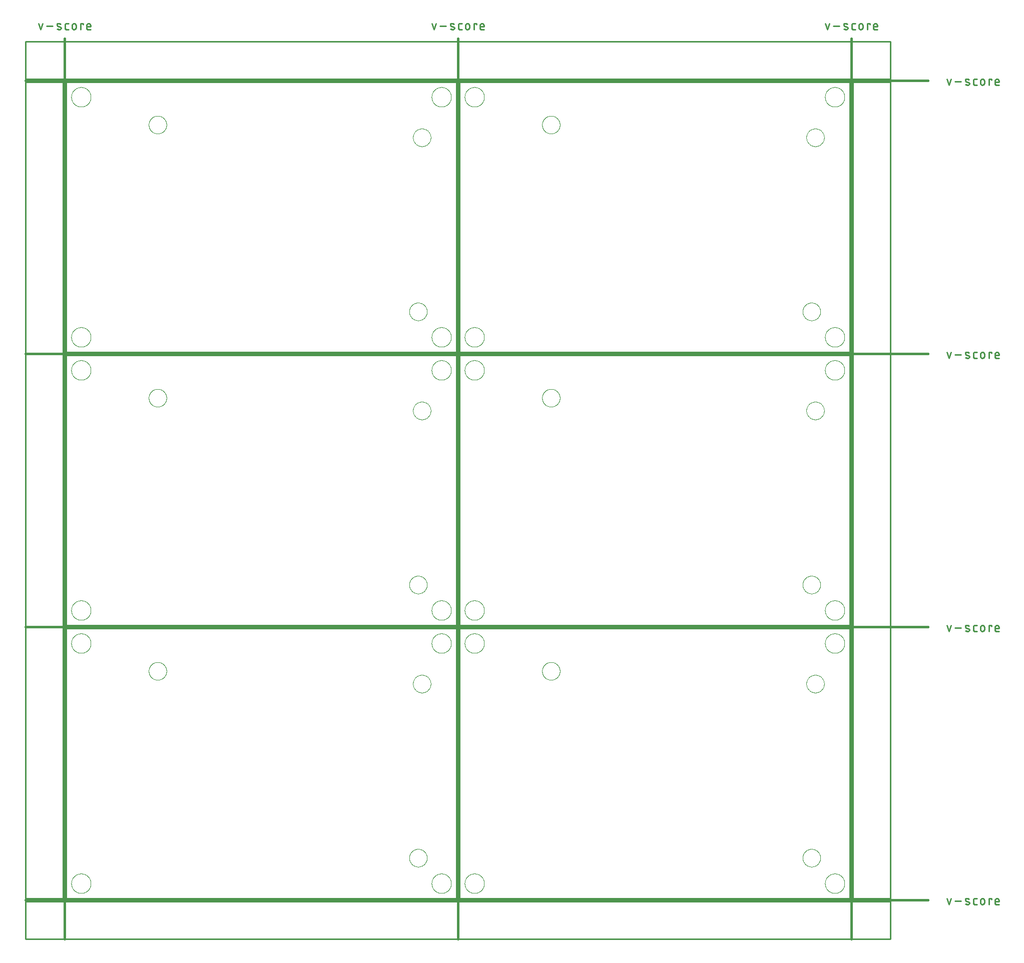
<source format=gko>
G04 EAGLE Gerber RS-274X export*
G75*
%MOMM*%
%FSLAX34Y34*%
%LPD*%
%IN*%
%IPPOS*%
%AMOC8*
5,1,8,0,0,1.08239X$1,22.5*%
G01*
%ADD10C,0.254000*%
%ADD11C,0.381000*%
%ADD12C,0.279400*%
%ADD13C,0.000000*%


D10*
X0Y0D02*
X660400Y0D01*
X660400Y457200D01*
X0Y457200D01*
X0Y0D01*
X665480Y0D02*
X1325880Y0D01*
X1325880Y457200D01*
X665480Y457200D01*
X665480Y0D01*
X660400Y462280D02*
X0Y462280D01*
X660400Y462280D02*
X660400Y919480D01*
X0Y919480D01*
X0Y462280D01*
X665480Y462280D02*
X1325880Y462280D01*
X1325880Y919480D01*
X665480Y919480D01*
X665480Y462280D01*
X660400Y924560D02*
X0Y924560D01*
X660400Y924560D02*
X660400Y1381760D01*
X0Y1381760D01*
X0Y924560D01*
X665480Y924560D02*
X1325880Y924560D01*
X1325880Y1381760D01*
X665480Y1381760D01*
X665480Y924560D01*
D11*
X-2540Y1455420D02*
X-2540Y-68580D01*
D12*
X-42921Y1470787D02*
X-46251Y1480778D01*
X-39590Y1480778D02*
X-42921Y1470787D01*
X-32806Y1476615D02*
X-22815Y1476615D01*
X-14261Y1476615D02*
X-10098Y1474950D01*
X-14261Y1476614D02*
X-14346Y1476650D01*
X-14429Y1476690D01*
X-14510Y1476733D01*
X-14590Y1476780D01*
X-14667Y1476830D01*
X-14743Y1476883D01*
X-14816Y1476939D01*
X-14886Y1476999D01*
X-14954Y1477061D01*
X-15019Y1477126D01*
X-15081Y1477194D01*
X-15141Y1477265D01*
X-15197Y1477338D01*
X-15250Y1477413D01*
X-15300Y1477491D01*
X-15346Y1477570D01*
X-15389Y1477652D01*
X-15429Y1477735D01*
X-15465Y1477820D01*
X-15497Y1477906D01*
X-15526Y1477994D01*
X-15550Y1478083D01*
X-15571Y1478173D01*
X-15588Y1478263D01*
X-15602Y1478354D01*
X-15611Y1478446D01*
X-15616Y1478538D01*
X-15618Y1478630D01*
X-15616Y1478722D01*
X-15609Y1478814D01*
X-15599Y1478906D01*
X-15585Y1478997D01*
X-15567Y1479088D01*
X-15545Y1479177D01*
X-15519Y1479266D01*
X-15489Y1479353D01*
X-15456Y1479439D01*
X-15419Y1479523D01*
X-15379Y1479606D01*
X-15335Y1479687D01*
X-15288Y1479766D01*
X-15237Y1479843D01*
X-15183Y1479918D01*
X-15126Y1479991D01*
X-15066Y1480061D01*
X-15003Y1480128D01*
X-14937Y1480192D01*
X-14869Y1480254D01*
X-14798Y1480313D01*
X-14724Y1480368D01*
X-14648Y1480421D01*
X-14570Y1480470D01*
X-14490Y1480516D01*
X-14409Y1480558D01*
X-14325Y1480597D01*
X-14240Y1480632D01*
X-14153Y1480663D01*
X-14065Y1480691D01*
X-13976Y1480715D01*
X-13886Y1480735D01*
X-13796Y1480752D01*
X-13704Y1480764D01*
X-13612Y1480773D01*
X-13520Y1480777D01*
X-13428Y1480778D01*
X-13201Y1480772D01*
X-12974Y1480761D01*
X-12747Y1480744D01*
X-12521Y1480721D01*
X-12295Y1480694D01*
X-12070Y1480660D01*
X-11846Y1480622D01*
X-11623Y1480578D01*
X-11401Y1480529D01*
X-11180Y1480474D01*
X-10961Y1480414D01*
X-10743Y1480349D01*
X-10527Y1480278D01*
X-10313Y1480203D01*
X-10100Y1480122D01*
X-9890Y1480036D01*
X-9681Y1479945D01*
X-10098Y1474950D02*
X-10013Y1474914D01*
X-9930Y1474874D01*
X-9849Y1474831D01*
X-9769Y1474784D01*
X-9692Y1474734D01*
X-9616Y1474681D01*
X-9543Y1474625D01*
X-9473Y1474565D01*
X-9405Y1474503D01*
X-9340Y1474438D01*
X-9278Y1474370D01*
X-9218Y1474299D01*
X-9162Y1474226D01*
X-9109Y1474151D01*
X-9059Y1474073D01*
X-9013Y1473994D01*
X-8970Y1473912D01*
X-8930Y1473829D01*
X-8894Y1473744D01*
X-8862Y1473658D01*
X-8833Y1473570D01*
X-8809Y1473481D01*
X-8788Y1473391D01*
X-8771Y1473301D01*
X-8757Y1473210D01*
X-8748Y1473118D01*
X-8743Y1473026D01*
X-8741Y1472934D01*
X-8743Y1472842D01*
X-8750Y1472750D01*
X-8760Y1472658D01*
X-8774Y1472567D01*
X-8792Y1472476D01*
X-8814Y1472387D01*
X-8840Y1472298D01*
X-8870Y1472211D01*
X-8903Y1472125D01*
X-8940Y1472041D01*
X-8980Y1471958D01*
X-9024Y1471877D01*
X-9071Y1471798D01*
X-9122Y1471721D01*
X-9176Y1471646D01*
X-9233Y1471573D01*
X-9293Y1471503D01*
X-9356Y1471436D01*
X-9422Y1471372D01*
X-9490Y1471310D01*
X-9561Y1471251D01*
X-9635Y1471196D01*
X-9711Y1471143D01*
X-9789Y1471094D01*
X-9869Y1471048D01*
X-9950Y1471006D01*
X-10034Y1470967D01*
X-10119Y1470932D01*
X-10206Y1470901D01*
X-10294Y1470873D01*
X-10383Y1470849D01*
X-10473Y1470829D01*
X-10563Y1470812D01*
X-10655Y1470800D01*
X-10747Y1470791D01*
X-10839Y1470787D01*
X-10931Y1470786D01*
X-10931Y1470787D02*
X-11265Y1470796D01*
X-11598Y1470813D01*
X-11931Y1470837D01*
X-12264Y1470870D01*
X-12595Y1470910D01*
X-12926Y1470958D01*
X-13255Y1471014D01*
X-13583Y1471077D01*
X-13909Y1471149D01*
X-14233Y1471228D01*
X-14556Y1471314D01*
X-14876Y1471409D01*
X-15194Y1471511D01*
X-15510Y1471620D01*
X562Y1470787D02*
X3892Y1470787D01*
X562Y1470787D02*
X464Y1470789D01*
X366Y1470795D01*
X268Y1470804D01*
X171Y1470818D01*
X75Y1470835D01*
X-21Y1470856D01*
X-116Y1470881D01*
X-210Y1470909D01*
X-303Y1470941D01*
X-394Y1470977D01*
X-484Y1471016D01*
X-572Y1471059D01*
X-659Y1471106D01*
X-743Y1471155D01*
X-826Y1471208D01*
X-906Y1471264D01*
X-985Y1471323D01*
X-1060Y1471386D01*
X-1134Y1471451D01*
X-1204Y1471519D01*
X-1272Y1471589D01*
X-1338Y1471663D01*
X-1400Y1471739D01*
X-1459Y1471817D01*
X-1515Y1471897D01*
X-1568Y1471980D01*
X-1618Y1472064D01*
X-1664Y1472151D01*
X-1707Y1472239D01*
X-1746Y1472329D01*
X-1782Y1472420D01*
X-1814Y1472513D01*
X-1842Y1472607D01*
X-1867Y1472702D01*
X-1888Y1472798D01*
X-1905Y1472894D01*
X-1919Y1472991D01*
X-1928Y1473089D01*
X-1934Y1473187D01*
X-1936Y1473285D01*
X-1936Y1478280D01*
X-1934Y1478378D01*
X-1928Y1478476D01*
X-1919Y1478574D01*
X-1905Y1478671D01*
X-1888Y1478767D01*
X-1867Y1478863D01*
X-1842Y1478958D01*
X-1814Y1479052D01*
X-1782Y1479145D01*
X-1746Y1479236D01*
X-1707Y1479326D01*
X-1664Y1479414D01*
X-1617Y1479501D01*
X-1568Y1479585D01*
X-1515Y1479668D01*
X-1459Y1479748D01*
X-1400Y1479826D01*
X-1337Y1479902D01*
X-1272Y1479976D01*
X-1204Y1480046D01*
X-1134Y1480114D01*
X-1060Y1480179D01*
X-984Y1480242D01*
X-906Y1480301D01*
X-826Y1480357D01*
X-743Y1480410D01*
X-659Y1480459D01*
X-572Y1480506D01*
X-484Y1480549D01*
X-394Y1480588D01*
X-303Y1480624D01*
X-210Y1480656D01*
X-116Y1480684D01*
X-21Y1480709D01*
X75Y1480730D01*
X171Y1480747D01*
X268Y1480761D01*
X366Y1480770D01*
X464Y1480776D01*
X562Y1480778D01*
X3892Y1480778D01*
X10022Y1477447D02*
X10022Y1474117D01*
X10022Y1477447D02*
X10024Y1477561D01*
X10030Y1477674D01*
X10039Y1477788D01*
X10053Y1477900D01*
X10070Y1478013D01*
X10092Y1478125D01*
X10117Y1478235D01*
X10145Y1478345D01*
X10178Y1478454D01*
X10214Y1478562D01*
X10254Y1478669D01*
X10298Y1478774D01*
X10345Y1478877D01*
X10395Y1478979D01*
X10449Y1479079D01*
X10507Y1479177D01*
X10568Y1479273D01*
X10631Y1479367D01*
X10699Y1479459D01*
X10769Y1479549D01*
X10842Y1479635D01*
X10918Y1479720D01*
X10997Y1479802D01*
X11079Y1479881D01*
X11164Y1479957D01*
X11250Y1480030D01*
X11340Y1480100D01*
X11432Y1480168D01*
X11526Y1480231D01*
X11622Y1480292D01*
X11720Y1480350D01*
X11820Y1480404D01*
X11922Y1480454D01*
X12025Y1480501D01*
X12130Y1480545D01*
X12237Y1480585D01*
X12345Y1480621D01*
X12454Y1480654D01*
X12564Y1480682D01*
X12674Y1480707D01*
X12786Y1480729D01*
X12899Y1480746D01*
X13011Y1480760D01*
X13125Y1480769D01*
X13238Y1480775D01*
X13352Y1480777D01*
X13466Y1480775D01*
X13579Y1480769D01*
X13693Y1480760D01*
X13805Y1480746D01*
X13918Y1480729D01*
X14030Y1480707D01*
X14140Y1480682D01*
X14250Y1480654D01*
X14359Y1480621D01*
X14467Y1480585D01*
X14574Y1480545D01*
X14679Y1480501D01*
X14782Y1480454D01*
X14884Y1480404D01*
X14984Y1480350D01*
X15082Y1480292D01*
X15178Y1480231D01*
X15272Y1480168D01*
X15364Y1480100D01*
X15454Y1480030D01*
X15540Y1479957D01*
X15625Y1479881D01*
X15707Y1479802D01*
X15786Y1479720D01*
X15862Y1479635D01*
X15935Y1479549D01*
X16005Y1479459D01*
X16073Y1479367D01*
X16136Y1479273D01*
X16197Y1479177D01*
X16255Y1479079D01*
X16309Y1478979D01*
X16359Y1478877D01*
X16406Y1478774D01*
X16450Y1478669D01*
X16490Y1478562D01*
X16526Y1478454D01*
X16559Y1478345D01*
X16587Y1478235D01*
X16612Y1478125D01*
X16634Y1478013D01*
X16651Y1477900D01*
X16665Y1477788D01*
X16674Y1477674D01*
X16680Y1477561D01*
X16682Y1477447D01*
X16682Y1474117D01*
X16680Y1474003D01*
X16674Y1473890D01*
X16665Y1473776D01*
X16651Y1473664D01*
X16634Y1473551D01*
X16612Y1473439D01*
X16587Y1473329D01*
X16559Y1473219D01*
X16526Y1473110D01*
X16490Y1473002D01*
X16450Y1472895D01*
X16406Y1472790D01*
X16359Y1472687D01*
X16309Y1472585D01*
X16255Y1472485D01*
X16197Y1472387D01*
X16136Y1472291D01*
X16073Y1472197D01*
X16005Y1472105D01*
X15935Y1472015D01*
X15862Y1471929D01*
X15786Y1471844D01*
X15707Y1471762D01*
X15625Y1471683D01*
X15540Y1471607D01*
X15454Y1471534D01*
X15364Y1471464D01*
X15272Y1471396D01*
X15178Y1471333D01*
X15082Y1471272D01*
X14984Y1471214D01*
X14884Y1471160D01*
X14782Y1471110D01*
X14679Y1471063D01*
X14574Y1471019D01*
X14467Y1470979D01*
X14359Y1470943D01*
X14250Y1470910D01*
X14140Y1470882D01*
X14030Y1470857D01*
X13918Y1470835D01*
X13805Y1470818D01*
X13693Y1470804D01*
X13579Y1470795D01*
X13466Y1470789D01*
X13352Y1470787D01*
X13238Y1470789D01*
X13125Y1470795D01*
X13011Y1470804D01*
X12899Y1470818D01*
X12786Y1470835D01*
X12674Y1470857D01*
X12564Y1470882D01*
X12454Y1470910D01*
X12345Y1470943D01*
X12237Y1470979D01*
X12130Y1471019D01*
X12025Y1471063D01*
X11922Y1471110D01*
X11820Y1471160D01*
X11720Y1471214D01*
X11622Y1471272D01*
X11526Y1471333D01*
X11432Y1471396D01*
X11340Y1471464D01*
X11250Y1471534D01*
X11164Y1471607D01*
X11079Y1471683D01*
X10997Y1471762D01*
X10918Y1471844D01*
X10842Y1471929D01*
X10769Y1472015D01*
X10699Y1472105D01*
X10631Y1472197D01*
X10568Y1472291D01*
X10507Y1472387D01*
X10449Y1472485D01*
X10395Y1472585D01*
X10345Y1472687D01*
X10298Y1472790D01*
X10254Y1472895D01*
X10214Y1473002D01*
X10178Y1473110D01*
X10145Y1473219D01*
X10117Y1473329D01*
X10092Y1473439D01*
X10070Y1473551D01*
X10053Y1473664D01*
X10039Y1473776D01*
X10030Y1473890D01*
X10024Y1474003D01*
X10022Y1474117D01*
X24218Y1470787D02*
X24218Y1480778D01*
X29213Y1480778D01*
X29213Y1479113D01*
X37008Y1470787D02*
X41171Y1470787D01*
X37008Y1470787D02*
X36910Y1470789D01*
X36812Y1470795D01*
X36714Y1470804D01*
X36617Y1470818D01*
X36521Y1470835D01*
X36425Y1470856D01*
X36330Y1470881D01*
X36236Y1470909D01*
X36143Y1470941D01*
X36052Y1470977D01*
X35962Y1471016D01*
X35874Y1471059D01*
X35787Y1471106D01*
X35703Y1471155D01*
X35620Y1471208D01*
X35540Y1471264D01*
X35462Y1471323D01*
X35386Y1471386D01*
X35312Y1471451D01*
X35242Y1471519D01*
X35174Y1471589D01*
X35109Y1471663D01*
X35046Y1471739D01*
X34987Y1471817D01*
X34931Y1471897D01*
X34878Y1471980D01*
X34829Y1472064D01*
X34782Y1472151D01*
X34739Y1472239D01*
X34700Y1472329D01*
X34664Y1472420D01*
X34632Y1472513D01*
X34604Y1472607D01*
X34579Y1472702D01*
X34558Y1472798D01*
X34541Y1472894D01*
X34527Y1472991D01*
X34518Y1473089D01*
X34512Y1473187D01*
X34510Y1473285D01*
X34510Y1477447D01*
X34511Y1477447D02*
X34513Y1477561D01*
X34519Y1477674D01*
X34528Y1477788D01*
X34542Y1477900D01*
X34559Y1478013D01*
X34581Y1478125D01*
X34606Y1478235D01*
X34634Y1478345D01*
X34667Y1478454D01*
X34703Y1478562D01*
X34743Y1478669D01*
X34787Y1478774D01*
X34834Y1478877D01*
X34884Y1478979D01*
X34938Y1479079D01*
X34996Y1479177D01*
X35057Y1479273D01*
X35120Y1479367D01*
X35188Y1479459D01*
X35258Y1479549D01*
X35331Y1479635D01*
X35407Y1479720D01*
X35486Y1479802D01*
X35568Y1479881D01*
X35653Y1479957D01*
X35739Y1480030D01*
X35829Y1480100D01*
X35921Y1480168D01*
X36015Y1480231D01*
X36111Y1480292D01*
X36209Y1480350D01*
X36309Y1480404D01*
X36411Y1480454D01*
X36514Y1480501D01*
X36619Y1480545D01*
X36726Y1480585D01*
X36834Y1480621D01*
X36943Y1480654D01*
X37053Y1480682D01*
X37163Y1480707D01*
X37275Y1480729D01*
X37388Y1480746D01*
X37500Y1480760D01*
X37614Y1480769D01*
X37727Y1480775D01*
X37841Y1480777D01*
X37955Y1480775D01*
X38068Y1480769D01*
X38182Y1480760D01*
X38294Y1480746D01*
X38407Y1480729D01*
X38519Y1480707D01*
X38629Y1480682D01*
X38739Y1480654D01*
X38848Y1480621D01*
X38956Y1480585D01*
X39063Y1480545D01*
X39168Y1480501D01*
X39271Y1480454D01*
X39373Y1480404D01*
X39473Y1480350D01*
X39571Y1480292D01*
X39667Y1480231D01*
X39761Y1480168D01*
X39853Y1480100D01*
X39943Y1480030D01*
X40029Y1479957D01*
X40114Y1479881D01*
X40196Y1479802D01*
X40275Y1479720D01*
X40351Y1479635D01*
X40424Y1479549D01*
X40494Y1479459D01*
X40562Y1479367D01*
X40625Y1479273D01*
X40686Y1479177D01*
X40744Y1479079D01*
X40798Y1478979D01*
X40848Y1478877D01*
X40895Y1478774D01*
X40939Y1478669D01*
X40979Y1478562D01*
X41015Y1478454D01*
X41048Y1478345D01*
X41076Y1478235D01*
X41101Y1478125D01*
X41123Y1478013D01*
X41140Y1477900D01*
X41154Y1477788D01*
X41163Y1477674D01*
X41169Y1477561D01*
X41171Y1477447D01*
X41171Y1475782D01*
X34510Y1475782D01*
D11*
X662940Y1455420D02*
X662940Y-68580D01*
D12*
X622559Y1470787D02*
X619229Y1480778D01*
X625890Y1480778D02*
X622559Y1470787D01*
X632674Y1476615D02*
X642665Y1476615D01*
X651219Y1476615D02*
X655382Y1474950D01*
X651219Y1476614D02*
X651134Y1476650D01*
X651051Y1476690D01*
X650970Y1476733D01*
X650890Y1476780D01*
X650813Y1476830D01*
X650737Y1476883D01*
X650664Y1476939D01*
X650594Y1476999D01*
X650526Y1477061D01*
X650461Y1477126D01*
X650399Y1477194D01*
X650339Y1477265D01*
X650283Y1477338D01*
X650230Y1477413D01*
X650180Y1477491D01*
X650134Y1477570D01*
X650091Y1477652D01*
X650051Y1477735D01*
X650015Y1477820D01*
X649983Y1477906D01*
X649954Y1477994D01*
X649930Y1478083D01*
X649909Y1478173D01*
X649892Y1478263D01*
X649878Y1478354D01*
X649869Y1478446D01*
X649864Y1478538D01*
X649862Y1478630D01*
X649864Y1478722D01*
X649871Y1478814D01*
X649881Y1478906D01*
X649895Y1478997D01*
X649913Y1479088D01*
X649935Y1479177D01*
X649961Y1479266D01*
X649991Y1479353D01*
X650024Y1479439D01*
X650061Y1479523D01*
X650101Y1479606D01*
X650145Y1479687D01*
X650192Y1479766D01*
X650243Y1479843D01*
X650297Y1479918D01*
X650354Y1479991D01*
X650414Y1480061D01*
X650477Y1480128D01*
X650543Y1480192D01*
X650611Y1480254D01*
X650682Y1480313D01*
X650756Y1480368D01*
X650832Y1480421D01*
X650910Y1480470D01*
X650990Y1480516D01*
X651071Y1480558D01*
X651155Y1480597D01*
X651240Y1480632D01*
X651327Y1480663D01*
X651415Y1480691D01*
X651504Y1480715D01*
X651594Y1480735D01*
X651684Y1480752D01*
X651776Y1480764D01*
X651868Y1480773D01*
X651960Y1480777D01*
X652052Y1480778D01*
X652279Y1480772D01*
X652506Y1480761D01*
X652733Y1480744D01*
X652959Y1480721D01*
X653185Y1480694D01*
X653410Y1480660D01*
X653634Y1480622D01*
X653857Y1480578D01*
X654079Y1480529D01*
X654300Y1480474D01*
X654519Y1480414D01*
X654737Y1480349D01*
X654953Y1480278D01*
X655167Y1480203D01*
X655380Y1480122D01*
X655590Y1480036D01*
X655799Y1479945D01*
X655382Y1474950D02*
X655467Y1474914D01*
X655550Y1474874D01*
X655631Y1474831D01*
X655711Y1474784D01*
X655788Y1474734D01*
X655864Y1474681D01*
X655937Y1474625D01*
X656007Y1474565D01*
X656075Y1474503D01*
X656140Y1474438D01*
X656202Y1474370D01*
X656262Y1474299D01*
X656318Y1474226D01*
X656371Y1474151D01*
X656421Y1474073D01*
X656467Y1473994D01*
X656510Y1473912D01*
X656550Y1473829D01*
X656586Y1473744D01*
X656618Y1473658D01*
X656647Y1473570D01*
X656671Y1473481D01*
X656692Y1473391D01*
X656709Y1473301D01*
X656723Y1473210D01*
X656732Y1473118D01*
X656737Y1473026D01*
X656739Y1472934D01*
X656737Y1472842D01*
X656730Y1472750D01*
X656720Y1472658D01*
X656706Y1472567D01*
X656688Y1472476D01*
X656666Y1472387D01*
X656640Y1472298D01*
X656610Y1472211D01*
X656577Y1472125D01*
X656540Y1472041D01*
X656500Y1471958D01*
X656456Y1471877D01*
X656409Y1471798D01*
X656358Y1471721D01*
X656304Y1471646D01*
X656247Y1471573D01*
X656187Y1471503D01*
X656124Y1471436D01*
X656058Y1471372D01*
X655990Y1471310D01*
X655919Y1471251D01*
X655845Y1471196D01*
X655769Y1471143D01*
X655691Y1471094D01*
X655611Y1471048D01*
X655530Y1471006D01*
X655446Y1470967D01*
X655361Y1470932D01*
X655274Y1470901D01*
X655186Y1470873D01*
X655097Y1470849D01*
X655007Y1470829D01*
X654917Y1470812D01*
X654825Y1470800D01*
X654733Y1470791D01*
X654641Y1470787D01*
X654549Y1470786D01*
X654549Y1470787D02*
X654215Y1470796D01*
X653882Y1470813D01*
X653549Y1470837D01*
X653216Y1470870D01*
X652885Y1470910D01*
X652554Y1470958D01*
X652225Y1471014D01*
X651897Y1471077D01*
X651571Y1471149D01*
X651247Y1471228D01*
X650924Y1471314D01*
X650604Y1471409D01*
X650286Y1471511D01*
X649970Y1471620D01*
X666042Y1470787D02*
X669372Y1470787D01*
X666042Y1470787D02*
X665944Y1470789D01*
X665846Y1470795D01*
X665748Y1470804D01*
X665651Y1470818D01*
X665555Y1470835D01*
X665459Y1470856D01*
X665364Y1470881D01*
X665270Y1470909D01*
X665177Y1470941D01*
X665086Y1470977D01*
X664996Y1471016D01*
X664908Y1471059D01*
X664821Y1471106D01*
X664737Y1471155D01*
X664654Y1471208D01*
X664574Y1471264D01*
X664496Y1471323D01*
X664420Y1471386D01*
X664346Y1471451D01*
X664276Y1471519D01*
X664208Y1471589D01*
X664143Y1471663D01*
X664080Y1471739D01*
X664021Y1471817D01*
X663965Y1471897D01*
X663912Y1471980D01*
X663863Y1472064D01*
X663816Y1472151D01*
X663773Y1472239D01*
X663734Y1472329D01*
X663698Y1472420D01*
X663666Y1472513D01*
X663638Y1472607D01*
X663613Y1472702D01*
X663592Y1472798D01*
X663575Y1472894D01*
X663561Y1472991D01*
X663552Y1473089D01*
X663546Y1473187D01*
X663544Y1473285D01*
X663544Y1478280D01*
X663546Y1478378D01*
X663552Y1478476D01*
X663561Y1478574D01*
X663575Y1478671D01*
X663592Y1478767D01*
X663613Y1478863D01*
X663638Y1478958D01*
X663666Y1479052D01*
X663698Y1479145D01*
X663734Y1479236D01*
X663773Y1479326D01*
X663816Y1479414D01*
X663863Y1479501D01*
X663912Y1479585D01*
X663965Y1479668D01*
X664021Y1479748D01*
X664080Y1479827D01*
X664143Y1479902D01*
X664208Y1479976D01*
X664276Y1480046D01*
X664346Y1480114D01*
X664420Y1480180D01*
X664496Y1480242D01*
X664574Y1480301D01*
X664654Y1480357D01*
X664737Y1480410D01*
X664821Y1480460D01*
X664908Y1480506D01*
X664996Y1480549D01*
X665086Y1480588D01*
X665177Y1480624D01*
X665270Y1480656D01*
X665364Y1480684D01*
X665459Y1480709D01*
X665555Y1480730D01*
X665651Y1480747D01*
X665748Y1480761D01*
X665846Y1480770D01*
X665944Y1480776D01*
X666042Y1480778D01*
X669372Y1480778D01*
X675502Y1477447D02*
X675502Y1474117D01*
X675502Y1477447D02*
X675504Y1477561D01*
X675510Y1477674D01*
X675519Y1477788D01*
X675533Y1477900D01*
X675550Y1478013D01*
X675572Y1478125D01*
X675597Y1478235D01*
X675625Y1478345D01*
X675658Y1478454D01*
X675694Y1478562D01*
X675734Y1478669D01*
X675778Y1478774D01*
X675825Y1478877D01*
X675875Y1478979D01*
X675929Y1479079D01*
X675987Y1479177D01*
X676048Y1479273D01*
X676111Y1479367D01*
X676179Y1479459D01*
X676249Y1479549D01*
X676322Y1479635D01*
X676398Y1479720D01*
X676477Y1479802D01*
X676559Y1479881D01*
X676644Y1479957D01*
X676730Y1480030D01*
X676820Y1480100D01*
X676912Y1480168D01*
X677006Y1480231D01*
X677102Y1480292D01*
X677200Y1480350D01*
X677300Y1480404D01*
X677402Y1480454D01*
X677505Y1480501D01*
X677610Y1480545D01*
X677717Y1480585D01*
X677825Y1480621D01*
X677934Y1480654D01*
X678044Y1480682D01*
X678154Y1480707D01*
X678266Y1480729D01*
X678379Y1480746D01*
X678491Y1480760D01*
X678605Y1480769D01*
X678718Y1480775D01*
X678832Y1480777D01*
X678946Y1480775D01*
X679059Y1480769D01*
X679173Y1480760D01*
X679285Y1480746D01*
X679398Y1480729D01*
X679510Y1480707D01*
X679620Y1480682D01*
X679730Y1480654D01*
X679839Y1480621D01*
X679947Y1480585D01*
X680054Y1480545D01*
X680159Y1480501D01*
X680262Y1480454D01*
X680364Y1480404D01*
X680464Y1480350D01*
X680562Y1480292D01*
X680658Y1480231D01*
X680752Y1480168D01*
X680844Y1480100D01*
X680934Y1480030D01*
X681020Y1479957D01*
X681105Y1479881D01*
X681187Y1479802D01*
X681266Y1479720D01*
X681342Y1479635D01*
X681415Y1479549D01*
X681485Y1479459D01*
X681553Y1479367D01*
X681616Y1479273D01*
X681677Y1479177D01*
X681735Y1479079D01*
X681789Y1478979D01*
X681839Y1478877D01*
X681886Y1478774D01*
X681930Y1478669D01*
X681970Y1478562D01*
X682006Y1478454D01*
X682039Y1478345D01*
X682067Y1478235D01*
X682092Y1478125D01*
X682114Y1478013D01*
X682131Y1477900D01*
X682145Y1477788D01*
X682154Y1477674D01*
X682160Y1477561D01*
X682162Y1477447D01*
X682162Y1474117D01*
X682160Y1474003D01*
X682154Y1473890D01*
X682145Y1473776D01*
X682131Y1473664D01*
X682114Y1473551D01*
X682092Y1473439D01*
X682067Y1473329D01*
X682039Y1473219D01*
X682006Y1473110D01*
X681970Y1473002D01*
X681930Y1472895D01*
X681886Y1472790D01*
X681839Y1472687D01*
X681789Y1472585D01*
X681735Y1472485D01*
X681677Y1472387D01*
X681616Y1472291D01*
X681553Y1472197D01*
X681485Y1472105D01*
X681415Y1472015D01*
X681342Y1471929D01*
X681266Y1471844D01*
X681187Y1471762D01*
X681105Y1471683D01*
X681020Y1471607D01*
X680934Y1471534D01*
X680844Y1471464D01*
X680752Y1471396D01*
X680658Y1471333D01*
X680562Y1471272D01*
X680464Y1471214D01*
X680364Y1471160D01*
X680262Y1471110D01*
X680159Y1471063D01*
X680054Y1471019D01*
X679947Y1470979D01*
X679839Y1470943D01*
X679730Y1470910D01*
X679620Y1470882D01*
X679510Y1470857D01*
X679398Y1470835D01*
X679285Y1470818D01*
X679173Y1470804D01*
X679059Y1470795D01*
X678946Y1470789D01*
X678832Y1470787D01*
X678718Y1470789D01*
X678605Y1470795D01*
X678491Y1470804D01*
X678379Y1470818D01*
X678266Y1470835D01*
X678154Y1470857D01*
X678044Y1470882D01*
X677934Y1470910D01*
X677825Y1470943D01*
X677717Y1470979D01*
X677610Y1471019D01*
X677505Y1471063D01*
X677402Y1471110D01*
X677300Y1471160D01*
X677200Y1471214D01*
X677102Y1471272D01*
X677006Y1471333D01*
X676912Y1471396D01*
X676820Y1471464D01*
X676730Y1471534D01*
X676644Y1471607D01*
X676559Y1471683D01*
X676477Y1471762D01*
X676398Y1471844D01*
X676322Y1471929D01*
X676249Y1472015D01*
X676179Y1472105D01*
X676111Y1472197D01*
X676048Y1472291D01*
X675987Y1472387D01*
X675929Y1472485D01*
X675875Y1472585D01*
X675825Y1472687D01*
X675778Y1472790D01*
X675734Y1472895D01*
X675694Y1473002D01*
X675658Y1473110D01*
X675625Y1473219D01*
X675597Y1473329D01*
X675572Y1473439D01*
X675550Y1473551D01*
X675533Y1473664D01*
X675519Y1473776D01*
X675510Y1473890D01*
X675504Y1474003D01*
X675502Y1474117D01*
X689698Y1470787D02*
X689698Y1480778D01*
X694693Y1480778D01*
X694693Y1479113D01*
X702488Y1470787D02*
X706651Y1470787D01*
X702488Y1470787D02*
X702390Y1470789D01*
X702292Y1470795D01*
X702194Y1470804D01*
X702097Y1470818D01*
X702001Y1470835D01*
X701905Y1470856D01*
X701810Y1470881D01*
X701716Y1470909D01*
X701623Y1470941D01*
X701532Y1470977D01*
X701442Y1471016D01*
X701354Y1471059D01*
X701267Y1471106D01*
X701183Y1471155D01*
X701100Y1471208D01*
X701020Y1471264D01*
X700942Y1471323D01*
X700866Y1471386D01*
X700792Y1471451D01*
X700722Y1471519D01*
X700654Y1471589D01*
X700589Y1471663D01*
X700526Y1471739D01*
X700467Y1471817D01*
X700411Y1471897D01*
X700358Y1471980D01*
X700309Y1472064D01*
X700262Y1472151D01*
X700219Y1472239D01*
X700180Y1472329D01*
X700144Y1472420D01*
X700112Y1472513D01*
X700084Y1472607D01*
X700059Y1472702D01*
X700038Y1472798D01*
X700021Y1472894D01*
X700007Y1472991D01*
X699998Y1473089D01*
X699992Y1473187D01*
X699990Y1473285D01*
X699990Y1477447D01*
X699991Y1477447D02*
X699993Y1477561D01*
X699999Y1477674D01*
X700008Y1477788D01*
X700022Y1477900D01*
X700039Y1478013D01*
X700061Y1478125D01*
X700086Y1478235D01*
X700114Y1478345D01*
X700147Y1478454D01*
X700183Y1478562D01*
X700223Y1478669D01*
X700267Y1478774D01*
X700314Y1478877D01*
X700364Y1478979D01*
X700418Y1479079D01*
X700476Y1479177D01*
X700537Y1479273D01*
X700600Y1479367D01*
X700668Y1479459D01*
X700738Y1479549D01*
X700811Y1479635D01*
X700887Y1479720D01*
X700966Y1479802D01*
X701048Y1479881D01*
X701133Y1479957D01*
X701219Y1480030D01*
X701309Y1480100D01*
X701401Y1480168D01*
X701495Y1480231D01*
X701591Y1480292D01*
X701689Y1480350D01*
X701789Y1480404D01*
X701891Y1480454D01*
X701994Y1480501D01*
X702099Y1480545D01*
X702206Y1480585D01*
X702314Y1480621D01*
X702423Y1480654D01*
X702533Y1480682D01*
X702643Y1480707D01*
X702755Y1480729D01*
X702868Y1480746D01*
X702980Y1480760D01*
X703094Y1480769D01*
X703207Y1480775D01*
X703321Y1480777D01*
X703435Y1480775D01*
X703548Y1480769D01*
X703662Y1480760D01*
X703774Y1480746D01*
X703887Y1480729D01*
X703999Y1480707D01*
X704109Y1480682D01*
X704219Y1480654D01*
X704328Y1480621D01*
X704436Y1480585D01*
X704543Y1480545D01*
X704648Y1480501D01*
X704751Y1480454D01*
X704853Y1480404D01*
X704953Y1480350D01*
X705051Y1480292D01*
X705147Y1480231D01*
X705241Y1480168D01*
X705333Y1480100D01*
X705423Y1480030D01*
X705509Y1479957D01*
X705594Y1479881D01*
X705676Y1479802D01*
X705755Y1479720D01*
X705831Y1479635D01*
X705904Y1479549D01*
X705974Y1479459D01*
X706042Y1479367D01*
X706105Y1479273D01*
X706166Y1479177D01*
X706224Y1479079D01*
X706278Y1478979D01*
X706328Y1478877D01*
X706375Y1478774D01*
X706419Y1478669D01*
X706459Y1478562D01*
X706495Y1478454D01*
X706528Y1478345D01*
X706556Y1478235D01*
X706581Y1478125D01*
X706603Y1478013D01*
X706620Y1477900D01*
X706634Y1477788D01*
X706643Y1477674D01*
X706649Y1477561D01*
X706651Y1477447D01*
X706651Y1475782D01*
X699990Y1475782D01*
D11*
X1328420Y1455420D02*
X1328420Y-68580D01*
D12*
X1288039Y1470787D02*
X1284709Y1480778D01*
X1291370Y1480778D02*
X1288039Y1470787D01*
X1298154Y1476615D02*
X1308145Y1476615D01*
X1316699Y1476615D02*
X1320862Y1474950D01*
X1316699Y1476614D02*
X1316614Y1476650D01*
X1316531Y1476690D01*
X1316450Y1476733D01*
X1316370Y1476780D01*
X1316293Y1476830D01*
X1316217Y1476883D01*
X1316144Y1476939D01*
X1316074Y1476999D01*
X1316006Y1477061D01*
X1315941Y1477126D01*
X1315879Y1477194D01*
X1315819Y1477265D01*
X1315763Y1477338D01*
X1315710Y1477413D01*
X1315660Y1477491D01*
X1315614Y1477570D01*
X1315571Y1477652D01*
X1315531Y1477735D01*
X1315495Y1477820D01*
X1315463Y1477906D01*
X1315434Y1477994D01*
X1315410Y1478083D01*
X1315389Y1478173D01*
X1315372Y1478263D01*
X1315358Y1478354D01*
X1315349Y1478446D01*
X1315344Y1478538D01*
X1315342Y1478630D01*
X1315344Y1478722D01*
X1315351Y1478814D01*
X1315361Y1478906D01*
X1315375Y1478997D01*
X1315393Y1479088D01*
X1315415Y1479177D01*
X1315441Y1479266D01*
X1315471Y1479353D01*
X1315504Y1479439D01*
X1315541Y1479523D01*
X1315581Y1479606D01*
X1315625Y1479687D01*
X1315672Y1479766D01*
X1315723Y1479843D01*
X1315777Y1479918D01*
X1315834Y1479991D01*
X1315894Y1480061D01*
X1315957Y1480128D01*
X1316023Y1480192D01*
X1316091Y1480254D01*
X1316162Y1480313D01*
X1316236Y1480368D01*
X1316312Y1480421D01*
X1316390Y1480470D01*
X1316470Y1480516D01*
X1316551Y1480558D01*
X1316635Y1480597D01*
X1316720Y1480632D01*
X1316807Y1480663D01*
X1316895Y1480691D01*
X1316984Y1480715D01*
X1317074Y1480735D01*
X1317164Y1480752D01*
X1317256Y1480764D01*
X1317348Y1480773D01*
X1317440Y1480777D01*
X1317532Y1480778D01*
X1317759Y1480772D01*
X1317986Y1480761D01*
X1318213Y1480744D01*
X1318439Y1480721D01*
X1318665Y1480694D01*
X1318890Y1480660D01*
X1319114Y1480622D01*
X1319337Y1480578D01*
X1319559Y1480529D01*
X1319780Y1480474D01*
X1319999Y1480414D01*
X1320217Y1480349D01*
X1320433Y1480278D01*
X1320647Y1480203D01*
X1320860Y1480122D01*
X1321070Y1480036D01*
X1321279Y1479945D01*
X1320862Y1474950D02*
X1320947Y1474914D01*
X1321030Y1474874D01*
X1321111Y1474831D01*
X1321191Y1474784D01*
X1321268Y1474734D01*
X1321344Y1474681D01*
X1321417Y1474625D01*
X1321487Y1474565D01*
X1321555Y1474503D01*
X1321620Y1474438D01*
X1321682Y1474370D01*
X1321742Y1474299D01*
X1321798Y1474226D01*
X1321851Y1474151D01*
X1321901Y1474073D01*
X1321947Y1473994D01*
X1321990Y1473912D01*
X1322030Y1473829D01*
X1322066Y1473744D01*
X1322098Y1473658D01*
X1322127Y1473570D01*
X1322151Y1473481D01*
X1322172Y1473391D01*
X1322189Y1473301D01*
X1322203Y1473210D01*
X1322212Y1473118D01*
X1322217Y1473026D01*
X1322219Y1472934D01*
X1322217Y1472842D01*
X1322210Y1472750D01*
X1322200Y1472658D01*
X1322186Y1472567D01*
X1322168Y1472476D01*
X1322146Y1472387D01*
X1322120Y1472298D01*
X1322090Y1472211D01*
X1322057Y1472125D01*
X1322020Y1472041D01*
X1321980Y1471958D01*
X1321936Y1471877D01*
X1321889Y1471798D01*
X1321838Y1471721D01*
X1321784Y1471646D01*
X1321727Y1471573D01*
X1321667Y1471503D01*
X1321604Y1471436D01*
X1321538Y1471372D01*
X1321470Y1471310D01*
X1321399Y1471251D01*
X1321325Y1471196D01*
X1321249Y1471143D01*
X1321171Y1471094D01*
X1321091Y1471048D01*
X1321010Y1471006D01*
X1320926Y1470967D01*
X1320841Y1470932D01*
X1320754Y1470901D01*
X1320666Y1470873D01*
X1320577Y1470849D01*
X1320487Y1470829D01*
X1320397Y1470812D01*
X1320305Y1470800D01*
X1320213Y1470791D01*
X1320121Y1470787D01*
X1320029Y1470786D01*
X1320029Y1470787D02*
X1319695Y1470796D01*
X1319362Y1470813D01*
X1319029Y1470837D01*
X1318696Y1470870D01*
X1318365Y1470910D01*
X1318034Y1470958D01*
X1317705Y1471014D01*
X1317377Y1471077D01*
X1317051Y1471149D01*
X1316727Y1471228D01*
X1316404Y1471314D01*
X1316084Y1471409D01*
X1315766Y1471511D01*
X1315450Y1471620D01*
X1331522Y1470787D02*
X1334852Y1470787D01*
X1331522Y1470787D02*
X1331424Y1470789D01*
X1331326Y1470795D01*
X1331228Y1470804D01*
X1331131Y1470818D01*
X1331035Y1470835D01*
X1330939Y1470856D01*
X1330844Y1470881D01*
X1330750Y1470909D01*
X1330657Y1470941D01*
X1330566Y1470977D01*
X1330476Y1471016D01*
X1330388Y1471059D01*
X1330301Y1471106D01*
X1330217Y1471155D01*
X1330134Y1471208D01*
X1330054Y1471264D01*
X1329976Y1471323D01*
X1329900Y1471386D01*
X1329826Y1471451D01*
X1329756Y1471519D01*
X1329688Y1471589D01*
X1329623Y1471663D01*
X1329560Y1471739D01*
X1329501Y1471817D01*
X1329445Y1471897D01*
X1329392Y1471980D01*
X1329343Y1472064D01*
X1329296Y1472151D01*
X1329253Y1472239D01*
X1329214Y1472329D01*
X1329178Y1472420D01*
X1329146Y1472513D01*
X1329118Y1472607D01*
X1329093Y1472702D01*
X1329072Y1472798D01*
X1329055Y1472894D01*
X1329041Y1472991D01*
X1329032Y1473089D01*
X1329026Y1473187D01*
X1329024Y1473285D01*
X1329024Y1478280D01*
X1329026Y1478378D01*
X1329032Y1478476D01*
X1329041Y1478574D01*
X1329055Y1478671D01*
X1329072Y1478767D01*
X1329093Y1478863D01*
X1329118Y1478958D01*
X1329146Y1479052D01*
X1329178Y1479145D01*
X1329214Y1479236D01*
X1329253Y1479326D01*
X1329296Y1479414D01*
X1329343Y1479501D01*
X1329392Y1479585D01*
X1329445Y1479668D01*
X1329501Y1479748D01*
X1329560Y1479827D01*
X1329623Y1479902D01*
X1329688Y1479976D01*
X1329756Y1480046D01*
X1329826Y1480114D01*
X1329900Y1480180D01*
X1329976Y1480242D01*
X1330054Y1480301D01*
X1330134Y1480357D01*
X1330217Y1480410D01*
X1330301Y1480460D01*
X1330388Y1480506D01*
X1330476Y1480549D01*
X1330566Y1480588D01*
X1330657Y1480624D01*
X1330750Y1480656D01*
X1330844Y1480684D01*
X1330939Y1480709D01*
X1331035Y1480730D01*
X1331131Y1480747D01*
X1331228Y1480761D01*
X1331326Y1480770D01*
X1331424Y1480776D01*
X1331522Y1480778D01*
X1334852Y1480778D01*
X1340982Y1477447D02*
X1340982Y1474117D01*
X1340982Y1477447D02*
X1340984Y1477561D01*
X1340990Y1477674D01*
X1340999Y1477788D01*
X1341013Y1477900D01*
X1341030Y1478013D01*
X1341052Y1478125D01*
X1341077Y1478235D01*
X1341105Y1478345D01*
X1341138Y1478454D01*
X1341174Y1478562D01*
X1341214Y1478669D01*
X1341258Y1478774D01*
X1341305Y1478877D01*
X1341355Y1478979D01*
X1341409Y1479079D01*
X1341467Y1479177D01*
X1341528Y1479273D01*
X1341591Y1479367D01*
X1341659Y1479459D01*
X1341729Y1479549D01*
X1341802Y1479635D01*
X1341878Y1479720D01*
X1341957Y1479802D01*
X1342039Y1479881D01*
X1342124Y1479957D01*
X1342210Y1480030D01*
X1342300Y1480100D01*
X1342392Y1480168D01*
X1342486Y1480231D01*
X1342582Y1480292D01*
X1342680Y1480350D01*
X1342780Y1480404D01*
X1342882Y1480454D01*
X1342985Y1480501D01*
X1343090Y1480545D01*
X1343197Y1480585D01*
X1343305Y1480621D01*
X1343414Y1480654D01*
X1343524Y1480682D01*
X1343634Y1480707D01*
X1343746Y1480729D01*
X1343859Y1480746D01*
X1343971Y1480760D01*
X1344085Y1480769D01*
X1344198Y1480775D01*
X1344312Y1480777D01*
X1344426Y1480775D01*
X1344539Y1480769D01*
X1344653Y1480760D01*
X1344765Y1480746D01*
X1344878Y1480729D01*
X1344990Y1480707D01*
X1345100Y1480682D01*
X1345210Y1480654D01*
X1345319Y1480621D01*
X1345427Y1480585D01*
X1345534Y1480545D01*
X1345639Y1480501D01*
X1345742Y1480454D01*
X1345844Y1480404D01*
X1345944Y1480350D01*
X1346042Y1480292D01*
X1346138Y1480231D01*
X1346232Y1480168D01*
X1346324Y1480100D01*
X1346414Y1480030D01*
X1346500Y1479957D01*
X1346585Y1479881D01*
X1346667Y1479802D01*
X1346746Y1479720D01*
X1346822Y1479635D01*
X1346895Y1479549D01*
X1346965Y1479459D01*
X1347033Y1479367D01*
X1347096Y1479273D01*
X1347157Y1479177D01*
X1347215Y1479079D01*
X1347269Y1478979D01*
X1347319Y1478877D01*
X1347366Y1478774D01*
X1347410Y1478669D01*
X1347450Y1478562D01*
X1347486Y1478454D01*
X1347519Y1478345D01*
X1347547Y1478235D01*
X1347572Y1478125D01*
X1347594Y1478013D01*
X1347611Y1477900D01*
X1347625Y1477788D01*
X1347634Y1477674D01*
X1347640Y1477561D01*
X1347642Y1477447D01*
X1347642Y1474117D01*
X1347640Y1474003D01*
X1347634Y1473890D01*
X1347625Y1473776D01*
X1347611Y1473664D01*
X1347594Y1473551D01*
X1347572Y1473439D01*
X1347547Y1473329D01*
X1347519Y1473219D01*
X1347486Y1473110D01*
X1347450Y1473002D01*
X1347410Y1472895D01*
X1347366Y1472790D01*
X1347319Y1472687D01*
X1347269Y1472585D01*
X1347215Y1472485D01*
X1347157Y1472387D01*
X1347096Y1472291D01*
X1347033Y1472197D01*
X1346965Y1472105D01*
X1346895Y1472015D01*
X1346822Y1471929D01*
X1346746Y1471844D01*
X1346667Y1471762D01*
X1346585Y1471683D01*
X1346500Y1471607D01*
X1346414Y1471534D01*
X1346324Y1471464D01*
X1346232Y1471396D01*
X1346138Y1471333D01*
X1346042Y1471272D01*
X1345944Y1471214D01*
X1345844Y1471160D01*
X1345742Y1471110D01*
X1345639Y1471063D01*
X1345534Y1471019D01*
X1345427Y1470979D01*
X1345319Y1470943D01*
X1345210Y1470910D01*
X1345100Y1470882D01*
X1344990Y1470857D01*
X1344878Y1470835D01*
X1344765Y1470818D01*
X1344653Y1470804D01*
X1344539Y1470795D01*
X1344426Y1470789D01*
X1344312Y1470787D01*
X1344198Y1470789D01*
X1344085Y1470795D01*
X1343971Y1470804D01*
X1343859Y1470818D01*
X1343746Y1470835D01*
X1343634Y1470857D01*
X1343524Y1470882D01*
X1343414Y1470910D01*
X1343305Y1470943D01*
X1343197Y1470979D01*
X1343090Y1471019D01*
X1342985Y1471063D01*
X1342882Y1471110D01*
X1342780Y1471160D01*
X1342680Y1471214D01*
X1342582Y1471272D01*
X1342486Y1471333D01*
X1342392Y1471396D01*
X1342300Y1471464D01*
X1342210Y1471534D01*
X1342124Y1471607D01*
X1342039Y1471683D01*
X1341957Y1471762D01*
X1341878Y1471844D01*
X1341802Y1471929D01*
X1341729Y1472015D01*
X1341659Y1472105D01*
X1341591Y1472197D01*
X1341528Y1472291D01*
X1341467Y1472387D01*
X1341409Y1472485D01*
X1341355Y1472585D01*
X1341305Y1472687D01*
X1341258Y1472790D01*
X1341214Y1472895D01*
X1341174Y1473002D01*
X1341138Y1473110D01*
X1341105Y1473219D01*
X1341077Y1473329D01*
X1341052Y1473439D01*
X1341030Y1473551D01*
X1341013Y1473664D01*
X1340999Y1473776D01*
X1340990Y1473890D01*
X1340984Y1474003D01*
X1340982Y1474117D01*
X1355178Y1470787D02*
X1355178Y1480778D01*
X1360173Y1480778D01*
X1360173Y1479113D01*
X1367968Y1470787D02*
X1372131Y1470787D01*
X1367968Y1470787D02*
X1367870Y1470789D01*
X1367772Y1470795D01*
X1367674Y1470804D01*
X1367577Y1470818D01*
X1367481Y1470835D01*
X1367385Y1470856D01*
X1367290Y1470881D01*
X1367196Y1470909D01*
X1367103Y1470941D01*
X1367012Y1470977D01*
X1366922Y1471016D01*
X1366834Y1471059D01*
X1366747Y1471106D01*
X1366663Y1471155D01*
X1366580Y1471208D01*
X1366500Y1471264D01*
X1366422Y1471323D01*
X1366346Y1471386D01*
X1366272Y1471451D01*
X1366202Y1471519D01*
X1366134Y1471589D01*
X1366069Y1471663D01*
X1366006Y1471739D01*
X1365947Y1471817D01*
X1365891Y1471897D01*
X1365838Y1471980D01*
X1365789Y1472064D01*
X1365742Y1472151D01*
X1365699Y1472239D01*
X1365660Y1472329D01*
X1365624Y1472420D01*
X1365592Y1472513D01*
X1365564Y1472607D01*
X1365539Y1472702D01*
X1365518Y1472798D01*
X1365501Y1472894D01*
X1365487Y1472991D01*
X1365478Y1473089D01*
X1365472Y1473187D01*
X1365470Y1473285D01*
X1365470Y1477447D01*
X1365471Y1477447D02*
X1365473Y1477561D01*
X1365479Y1477674D01*
X1365488Y1477788D01*
X1365502Y1477900D01*
X1365519Y1478013D01*
X1365541Y1478125D01*
X1365566Y1478235D01*
X1365594Y1478345D01*
X1365627Y1478454D01*
X1365663Y1478562D01*
X1365703Y1478669D01*
X1365747Y1478774D01*
X1365794Y1478877D01*
X1365844Y1478979D01*
X1365898Y1479079D01*
X1365956Y1479177D01*
X1366017Y1479273D01*
X1366080Y1479367D01*
X1366148Y1479459D01*
X1366218Y1479549D01*
X1366291Y1479635D01*
X1366367Y1479720D01*
X1366446Y1479802D01*
X1366528Y1479881D01*
X1366613Y1479957D01*
X1366699Y1480030D01*
X1366789Y1480100D01*
X1366881Y1480168D01*
X1366975Y1480231D01*
X1367071Y1480292D01*
X1367169Y1480350D01*
X1367269Y1480404D01*
X1367371Y1480454D01*
X1367474Y1480501D01*
X1367579Y1480545D01*
X1367686Y1480585D01*
X1367794Y1480621D01*
X1367903Y1480654D01*
X1368013Y1480682D01*
X1368123Y1480707D01*
X1368235Y1480729D01*
X1368348Y1480746D01*
X1368460Y1480760D01*
X1368574Y1480769D01*
X1368687Y1480775D01*
X1368801Y1480777D01*
X1368915Y1480775D01*
X1369028Y1480769D01*
X1369142Y1480760D01*
X1369254Y1480746D01*
X1369367Y1480729D01*
X1369479Y1480707D01*
X1369589Y1480682D01*
X1369699Y1480654D01*
X1369808Y1480621D01*
X1369916Y1480585D01*
X1370023Y1480545D01*
X1370128Y1480501D01*
X1370231Y1480454D01*
X1370333Y1480404D01*
X1370433Y1480350D01*
X1370531Y1480292D01*
X1370627Y1480231D01*
X1370721Y1480168D01*
X1370813Y1480100D01*
X1370903Y1480030D01*
X1370989Y1479957D01*
X1371074Y1479881D01*
X1371156Y1479802D01*
X1371235Y1479720D01*
X1371311Y1479635D01*
X1371384Y1479549D01*
X1371454Y1479459D01*
X1371522Y1479367D01*
X1371585Y1479273D01*
X1371646Y1479177D01*
X1371704Y1479079D01*
X1371758Y1478979D01*
X1371808Y1478877D01*
X1371855Y1478774D01*
X1371899Y1478669D01*
X1371939Y1478562D01*
X1371975Y1478454D01*
X1372008Y1478345D01*
X1372036Y1478235D01*
X1372061Y1478125D01*
X1372083Y1478013D01*
X1372100Y1477900D01*
X1372114Y1477788D01*
X1372123Y1477674D01*
X1372129Y1477561D01*
X1372131Y1477447D01*
X1372131Y1475782D01*
X1365470Y1475782D01*
D11*
X1457960Y-2540D02*
X-68580Y-2540D01*
D12*
X1490449Y-42D02*
X1493779Y-10033D01*
X1497110Y-42D01*
X1503894Y-4205D02*
X1513885Y-4205D01*
X1522439Y-4205D02*
X1526602Y-5870D01*
X1522439Y-4206D02*
X1522354Y-4170D01*
X1522271Y-4130D01*
X1522190Y-4087D01*
X1522110Y-4040D01*
X1522033Y-3990D01*
X1521957Y-3937D01*
X1521884Y-3881D01*
X1521814Y-3821D01*
X1521746Y-3759D01*
X1521681Y-3694D01*
X1521619Y-3626D01*
X1521559Y-3555D01*
X1521503Y-3482D01*
X1521450Y-3407D01*
X1521400Y-3329D01*
X1521354Y-3250D01*
X1521311Y-3168D01*
X1521271Y-3085D01*
X1521235Y-3000D01*
X1521203Y-2914D01*
X1521174Y-2826D01*
X1521150Y-2737D01*
X1521129Y-2647D01*
X1521112Y-2557D01*
X1521098Y-2466D01*
X1521089Y-2374D01*
X1521084Y-2282D01*
X1521082Y-2190D01*
X1521084Y-2098D01*
X1521091Y-2006D01*
X1521101Y-1914D01*
X1521115Y-1823D01*
X1521133Y-1732D01*
X1521155Y-1643D01*
X1521181Y-1554D01*
X1521211Y-1467D01*
X1521244Y-1381D01*
X1521281Y-1297D01*
X1521321Y-1214D01*
X1521365Y-1133D01*
X1521412Y-1054D01*
X1521463Y-977D01*
X1521517Y-902D01*
X1521574Y-829D01*
X1521634Y-759D01*
X1521697Y-692D01*
X1521763Y-628D01*
X1521831Y-566D01*
X1521902Y-507D01*
X1521976Y-452D01*
X1522052Y-399D01*
X1522130Y-350D01*
X1522210Y-304D01*
X1522291Y-262D01*
X1522375Y-223D01*
X1522460Y-188D01*
X1522547Y-157D01*
X1522635Y-129D01*
X1522724Y-105D01*
X1522814Y-85D01*
X1522904Y-68D01*
X1522996Y-56D01*
X1523088Y-47D01*
X1523180Y-43D01*
X1523272Y-42D01*
X1523499Y-48D01*
X1523726Y-59D01*
X1523953Y-76D01*
X1524179Y-99D01*
X1524405Y-126D01*
X1524630Y-160D01*
X1524854Y-198D01*
X1525077Y-242D01*
X1525299Y-291D01*
X1525520Y-346D01*
X1525739Y-406D01*
X1525957Y-471D01*
X1526173Y-542D01*
X1526387Y-617D01*
X1526600Y-698D01*
X1526810Y-784D01*
X1527019Y-875D01*
X1526602Y-5870D02*
X1526687Y-5906D01*
X1526770Y-5946D01*
X1526851Y-5989D01*
X1526931Y-6036D01*
X1527008Y-6086D01*
X1527084Y-6139D01*
X1527157Y-6195D01*
X1527227Y-6255D01*
X1527295Y-6317D01*
X1527360Y-6382D01*
X1527422Y-6450D01*
X1527482Y-6521D01*
X1527538Y-6594D01*
X1527591Y-6669D01*
X1527641Y-6747D01*
X1527687Y-6826D01*
X1527730Y-6908D01*
X1527770Y-6991D01*
X1527806Y-7076D01*
X1527838Y-7162D01*
X1527867Y-7250D01*
X1527891Y-7339D01*
X1527912Y-7429D01*
X1527929Y-7519D01*
X1527943Y-7610D01*
X1527952Y-7702D01*
X1527957Y-7794D01*
X1527959Y-7886D01*
X1527957Y-7978D01*
X1527950Y-8070D01*
X1527940Y-8162D01*
X1527926Y-8253D01*
X1527908Y-8344D01*
X1527886Y-8433D01*
X1527860Y-8522D01*
X1527830Y-8609D01*
X1527797Y-8695D01*
X1527760Y-8779D01*
X1527720Y-8862D01*
X1527676Y-8943D01*
X1527629Y-9022D01*
X1527578Y-9099D01*
X1527524Y-9174D01*
X1527467Y-9247D01*
X1527407Y-9317D01*
X1527344Y-9384D01*
X1527278Y-9448D01*
X1527210Y-9510D01*
X1527139Y-9569D01*
X1527065Y-9624D01*
X1526989Y-9677D01*
X1526911Y-9726D01*
X1526831Y-9772D01*
X1526750Y-9814D01*
X1526666Y-9853D01*
X1526581Y-9888D01*
X1526494Y-9919D01*
X1526406Y-9947D01*
X1526317Y-9971D01*
X1526227Y-9991D01*
X1526137Y-10008D01*
X1526045Y-10020D01*
X1525953Y-10029D01*
X1525861Y-10033D01*
X1525769Y-10034D01*
X1525769Y-10033D02*
X1525435Y-10024D01*
X1525102Y-10007D01*
X1524769Y-9983D01*
X1524436Y-9950D01*
X1524105Y-9910D01*
X1523774Y-9862D01*
X1523445Y-9806D01*
X1523117Y-9743D01*
X1522791Y-9671D01*
X1522467Y-9592D01*
X1522144Y-9506D01*
X1521824Y-9411D01*
X1521506Y-9309D01*
X1521190Y-9200D01*
X1537262Y-10033D02*
X1540592Y-10033D01*
X1537262Y-10033D02*
X1537164Y-10031D01*
X1537066Y-10025D01*
X1536968Y-10016D01*
X1536871Y-10002D01*
X1536775Y-9985D01*
X1536679Y-9964D01*
X1536584Y-9939D01*
X1536490Y-9911D01*
X1536397Y-9879D01*
X1536306Y-9843D01*
X1536216Y-9804D01*
X1536128Y-9761D01*
X1536041Y-9714D01*
X1535957Y-9665D01*
X1535874Y-9612D01*
X1535794Y-9556D01*
X1535716Y-9497D01*
X1535640Y-9435D01*
X1535566Y-9369D01*
X1535496Y-9301D01*
X1535428Y-9231D01*
X1535363Y-9157D01*
X1535300Y-9082D01*
X1535241Y-9003D01*
X1535185Y-8923D01*
X1535132Y-8840D01*
X1535083Y-8756D01*
X1535036Y-8669D01*
X1534993Y-8581D01*
X1534954Y-8491D01*
X1534918Y-8400D01*
X1534886Y-8307D01*
X1534858Y-8213D01*
X1534833Y-8118D01*
X1534812Y-8022D01*
X1534795Y-7926D01*
X1534781Y-7829D01*
X1534772Y-7731D01*
X1534766Y-7633D01*
X1534764Y-7535D01*
X1534764Y-2540D01*
X1534766Y-2442D01*
X1534772Y-2344D01*
X1534781Y-2246D01*
X1534795Y-2149D01*
X1534812Y-2053D01*
X1534833Y-1957D01*
X1534858Y-1862D01*
X1534886Y-1768D01*
X1534918Y-1675D01*
X1534954Y-1584D01*
X1534993Y-1494D01*
X1535036Y-1406D01*
X1535083Y-1319D01*
X1535132Y-1235D01*
X1535185Y-1152D01*
X1535241Y-1072D01*
X1535300Y-994D01*
X1535363Y-918D01*
X1535428Y-844D01*
X1535496Y-774D01*
X1535566Y-706D01*
X1535640Y-641D01*
X1535716Y-578D01*
X1535794Y-519D01*
X1535874Y-463D01*
X1535957Y-410D01*
X1536041Y-361D01*
X1536128Y-314D01*
X1536216Y-271D01*
X1536306Y-232D01*
X1536397Y-196D01*
X1536490Y-164D01*
X1536584Y-136D01*
X1536679Y-111D01*
X1536775Y-90D01*
X1536871Y-73D01*
X1536968Y-59D01*
X1537066Y-50D01*
X1537164Y-44D01*
X1537262Y-42D01*
X1540592Y-42D01*
X1546722Y-3373D02*
X1546722Y-6703D01*
X1546722Y-3373D02*
X1546724Y-3259D01*
X1546730Y-3146D01*
X1546739Y-3032D01*
X1546753Y-2920D01*
X1546770Y-2807D01*
X1546792Y-2695D01*
X1546817Y-2585D01*
X1546845Y-2475D01*
X1546878Y-2366D01*
X1546914Y-2258D01*
X1546954Y-2151D01*
X1546998Y-2046D01*
X1547045Y-1943D01*
X1547095Y-1841D01*
X1547149Y-1741D01*
X1547207Y-1643D01*
X1547268Y-1547D01*
X1547331Y-1453D01*
X1547399Y-1361D01*
X1547469Y-1271D01*
X1547542Y-1185D01*
X1547618Y-1100D01*
X1547697Y-1018D01*
X1547779Y-939D01*
X1547864Y-863D01*
X1547950Y-790D01*
X1548040Y-720D01*
X1548132Y-652D01*
X1548226Y-589D01*
X1548322Y-528D01*
X1548420Y-470D01*
X1548520Y-416D01*
X1548622Y-366D01*
X1548725Y-319D01*
X1548830Y-275D01*
X1548937Y-235D01*
X1549045Y-199D01*
X1549154Y-166D01*
X1549264Y-138D01*
X1549374Y-113D01*
X1549486Y-91D01*
X1549599Y-74D01*
X1549711Y-60D01*
X1549825Y-51D01*
X1549938Y-45D01*
X1550052Y-43D01*
X1550166Y-45D01*
X1550279Y-51D01*
X1550393Y-60D01*
X1550505Y-74D01*
X1550618Y-91D01*
X1550730Y-113D01*
X1550840Y-138D01*
X1550950Y-166D01*
X1551059Y-199D01*
X1551167Y-235D01*
X1551274Y-275D01*
X1551379Y-319D01*
X1551482Y-366D01*
X1551584Y-416D01*
X1551684Y-470D01*
X1551782Y-528D01*
X1551878Y-589D01*
X1551972Y-652D01*
X1552064Y-720D01*
X1552154Y-790D01*
X1552240Y-863D01*
X1552325Y-939D01*
X1552407Y-1018D01*
X1552486Y-1100D01*
X1552562Y-1185D01*
X1552635Y-1271D01*
X1552705Y-1361D01*
X1552773Y-1453D01*
X1552836Y-1547D01*
X1552897Y-1643D01*
X1552955Y-1741D01*
X1553009Y-1841D01*
X1553059Y-1943D01*
X1553106Y-2046D01*
X1553150Y-2151D01*
X1553190Y-2258D01*
X1553226Y-2366D01*
X1553259Y-2475D01*
X1553287Y-2585D01*
X1553312Y-2695D01*
X1553334Y-2807D01*
X1553351Y-2920D01*
X1553365Y-3032D01*
X1553374Y-3146D01*
X1553380Y-3259D01*
X1553382Y-3373D01*
X1553382Y-6703D01*
X1553380Y-6817D01*
X1553374Y-6930D01*
X1553365Y-7044D01*
X1553351Y-7156D01*
X1553334Y-7269D01*
X1553312Y-7381D01*
X1553287Y-7491D01*
X1553259Y-7601D01*
X1553226Y-7710D01*
X1553190Y-7818D01*
X1553150Y-7925D01*
X1553106Y-8030D01*
X1553059Y-8133D01*
X1553009Y-8235D01*
X1552955Y-8335D01*
X1552897Y-8433D01*
X1552836Y-8529D01*
X1552773Y-8623D01*
X1552705Y-8715D01*
X1552635Y-8805D01*
X1552562Y-8891D01*
X1552486Y-8976D01*
X1552407Y-9058D01*
X1552325Y-9137D01*
X1552240Y-9213D01*
X1552154Y-9286D01*
X1552064Y-9356D01*
X1551972Y-9424D01*
X1551878Y-9487D01*
X1551782Y-9548D01*
X1551684Y-9606D01*
X1551584Y-9660D01*
X1551482Y-9710D01*
X1551379Y-9757D01*
X1551274Y-9801D01*
X1551167Y-9841D01*
X1551059Y-9877D01*
X1550950Y-9910D01*
X1550840Y-9938D01*
X1550730Y-9963D01*
X1550618Y-9985D01*
X1550505Y-10002D01*
X1550393Y-10016D01*
X1550279Y-10025D01*
X1550166Y-10031D01*
X1550052Y-10033D01*
X1549938Y-10031D01*
X1549825Y-10025D01*
X1549711Y-10016D01*
X1549599Y-10002D01*
X1549486Y-9985D01*
X1549374Y-9963D01*
X1549264Y-9938D01*
X1549154Y-9910D01*
X1549045Y-9877D01*
X1548937Y-9841D01*
X1548830Y-9801D01*
X1548725Y-9757D01*
X1548622Y-9710D01*
X1548520Y-9660D01*
X1548420Y-9606D01*
X1548322Y-9548D01*
X1548226Y-9487D01*
X1548132Y-9424D01*
X1548040Y-9356D01*
X1547950Y-9286D01*
X1547864Y-9213D01*
X1547779Y-9137D01*
X1547697Y-9058D01*
X1547618Y-8976D01*
X1547542Y-8891D01*
X1547469Y-8805D01*
X1547399Y-8715D01*
X1547331Y-8623D01*
X1547268Y-8529D01*
X1547207Y-8433D01*
X1547149Y-8335D01*
X1547095Y-8235D01*
X1547045Y-8133D01*
X1546998Y-8030D01*
X1546954Y-7925D01*
X1546914Y-7818D01*
X1546878Y-7710D01*
X1546845Y-7601D01*
X1546817Y-7491D01*
X1546792Y-7381D01*
X1546770Y-7269D01*
X1546753Y-7156D01*
X1546739Y-7044D01*
X1546730Y-6930D01*
X1546724Y-6817D01*
X1546722Y-6703D01*
X1560918Y-10033D02*
X1560918Y-42D01*
X1565913Y-42D01*
X1565913Y-1707D01*
X1573708Y-10033D02*
X1577871Y-10033D01*
X1573708Y-10033D02*
X1573610Y-10031D01*
X1573512Y-10025D01*
X1573414Y-10016D01*
X1573317Y-10002D01*
X1573221Y-9985D01*
X1573125Y-9964D01*
X1573030Y-9939D01*
X1572936Y-9911D01*
X1572843Y-9879D01*
X1572752Y-9843D01*
X1572662Y-9804D01*
X1572574Y-9761D01*
X1572487Y-9714D01*
X1572403Y-9665D01*
X1572320Y-9612D01*
X1572240Y-9556D01*
X1572162Y-9497D01*
X1572086Y-9435D01*
X1572012Y-9369D01*
X1571942Y-9301D01*
X1571874Y-9231D01*
X1571809Y-9157D01*
X1571746Y-9082D01*
X1571687Y-9003D01*
X1571631Y-8923D01*
X1571578Y-8840D01*
X1571529Y-8756D01*
X1571482Y-8669D01*
X1571439Y-8581D01*
X1571400Y-8491D01*
X1571364Y-8400D01*
X1571332Y-8307D01*
X1571304Y-8213D01*
X1571279Y-8118D01*
X1571258Y-8022D01*
X1571241Y-7926D01*
X1571227Y-7829D01*
X1571218Y-7731D01*
X1571212Y-7633D01*
X1571210Y-7535D01*
X1571210Y-3373D01*
X1571211Y-3373D02*
X1571213Y-3259D01*
X1571219Y-3146D01*
X1571228Y-3032D01*
X1571242Y-2920D01*
X1571259Y-2807D01*
X1571281Y-2695D01*
X1571306Y-2585D01*
X1571334Y-2475D01*
X1571367Y-2366D01*
X1571403Y-2258D01*
X1571443Y-2151D01*
X1571487Y-2046D01*
X1571534Y-1943D01*
X1571584Y-1841D01*
X1571638Y-1741D01*
X1571696Y-1643D01*
X1571757Y-1547D01*
X1571820Y-1453D01*
X1571888Y-1361D01*
X1571958Y-1271D01*
X1572031Y-1185D01*
X1572107Y-1100D01*
X1572186Y-1018D01*
X1572268Y-939D01*
X1572353Y-863D01*
X1572439Y-790D01*
X1572529Y-720D01*
X1572621Y-652D01*
X1572715Y-589D01*
X1572811Y-528D01*
X1572909Y-470D01*
X1573009Y-416D01*
X1573111Y-366D01*
X1573214Y-319D01*
X1573319Y-275D01*
X1573426Y-235D01*
X1573534Y-199D01*
X1573643Y-166D01*
X1573753Y-138D01*
X1573863Y-113D01*
X1573975Y-91D01*
X1574088Y-74D01*
X1574200Y-60D01*
X1574314Y-51D01*
X1574427Y-45D01*
X1574541Y-43D01*
X1574655Y-45D01*
X1574768Y-51D01*
X1574882Y-60D01*
X1574994Y-74D01*
X1575107Y-91D01*
X1575219Y-113D01*
X1575329Y-138D01*
X1575439Y-166D01*
X1575548Y-199D01*
X1575656Y-235D01*
X1575763Y-275D01*
X1575868Y-319D01*
X1575971Y-366D01*
X1576073Y-416D01*
X1576173Y-470D01*
X1576271Y-528D01*
X1576367Y-589D01*
X1576461Y-652D01*
X1576553Y-720D01*
X1576643Y-790D01*
X1576729Y-863D01*
X1576814Y-939D01*
X1576896Y-1018D01*
X1576975Y-1100D01*
X1577051Y-1185D01*
X1577124Y-1271D01*
X1577194Y-1361D01*
X1577262Y-1453D01*
X1577325Y-1547D01*
X1577386Y-1643D01*
X1577444Y-1741D01*
X1577498Y-1841D01*
X1577548Y-1943D01*
X1577595Y-2046D01*
X1577639Y-2151D01*
X1577679Y-2258D01*
X1577715Y-2366D01*
X1577748Y-2475D01*
X1577776Y-2585D01*
X1577801Y-2695D01*
X1577823Y-2807D01*
X1577840Y-2920D01*
X1577854Y-3032D01*
X1577863Y-3146D01*
X1577869Y-3259D01*
X1577871Y-3373D01*
X1577871Y-5038D01*
X1571210Y-5038D01*
D11*
X1457960Y459740D02*
X-68580Y459740D01*
D12*
X1490449Y462238D02*
X1493779Y452247D01*
X1497110Y462238D01*
X1503894Y458075D02*
X1513885Y458075D01*
X1522439Y458075D02*
X1526602Y456410D01*
X1522439Y458074D02*
X1522354Y458110D01*
X1522271Y458150D01*
X1522190Y458193D01*
X1522110Y458240D01*
X1522033Y458290D01*
X1521957Y458343D01*
X1521884Y458399D01*
X1521814Y458459D01*
X1521746Y458521D01*
X1521681Y458586D01*
X1521619Y458654D01*
X1521559Y458725D01*
X1521503Y458798D01*
X1521450Y458873D01*
X1521400Y458951D01*
X1521354Y459030D01*
X1521311Y459112D01*
X1521271Y459195D01*
X1521235Y459280D01*
X1521203Y459366D01*
X1521174Y459454D01*
X1521150Y459543D01*
X1521129Y459633D01*
X1521112Y459723D01*
X1521098Y459814D01*
X1521089Y459906D01*
X1521084Y459998D01*
X1521082Y460090D01*
X1521084Y460182D01*
X1521091Y460274D01*
X1521101Y460366D01*
X1521115Y460457D01*
X1521133Y460548D01*
X1521155Y460637D01*
X1521181Y460726D01*
X1521211Y460813D01*
X1521244Y460899D01*
X1521281Y460983D01*
X1521321Y461066D01*
X1521365Y461147D01*
X1521412Y461226D01*
X1521463Y461303D01*
X1521517Y461378D01*
X1521574Y461451D01*
X1521634Y461521D01*
X1521697Y461588D01*
X1521763Y461652D01*
X1521831Y461714D01*
X1521902Y461773D01*
X1521976Y461828D01*
X1522052Y461881D01*
X1522130Y461930D01*
X1522210Y461976D01*
X1522291Y462018D01*
X1522375Y462057D01*
X1522460Y462092D01*
X1522547Y462123D01*
X1522635Y462151D01*
X1522724Y462175D01*
X1522814Y462195D01*
X1522904Y462212D01*
X1522996Y462224D01*
X1523088Y462233D01*
X1523180Y462237D01*
X1523272Y462238D01*
X1523499Y462232D01*
X1523726Y462221D01*
X1523953Y462204D01*
X1524179Y462181D01*
X1524405Y462154D01*
X1524630Y462120D01*
X1524854Y462082D01*
X1525077Y462038D01*
X1525299Y461989D01*
X1525520Y461934D01*
X1525739Y461874D01*
X1525957Y461809D01*
X1526173Y461738D01*
X1526387Y461663D01*
X1526600Y461582D01*
X1526810Y461496D01*
X1527019Y461405D01*
X1526602Y456410D02*
X1526687Y456374D01*
X1526770Y456334D01*
X1526851Y456291D01*
X1526931Y456244D01*
X1527008Y456194D01*
X1527084Y456141D01*
X1527157Y456085D01*
X1527227Y456025D01*
X1527295Y455963D01*
X1527360Y455898D01*
X1527422Y455830D01*
X1527482Y455759D01*
X1527538Y455686D01*
X1527591Y455611D01*
X1527641Y455533D01*
X1527687Y455454D01*
X1527730Y455372D01*
X1527770Y455289D01*
X1527806Y455204D01*
X1527838Y455118D01*
X1527867Y455030D01*
X1527891Y454941D01*
X1527912Y454851D01*
X1527929Y454761D01*
X1527943Y454670D01*
X1527952Y454578D01*
X1527957Y454486D01*
X1527959Y454394D01*
X1527957Y454302D01*
X1527950Y454210D01*
X1527940Y454118D01*
X1527926Y454027D01*
X1527908Y453936D01*
X1527886Y453847D01*
X1527860Y453758D01*
X1527830Y453671D01*
X1527797Y453585D01*
X1527760Y453501D01*
X1527720Y453418D01*
X1527676Y453337D01*
X1527629Y453258D01*
X1527578Y453181D01*
X1527524Y453106D01*
X1527467Y453033D01*
X1527407Y452963D01*
X1527344Y452896D01*
X1527278Y452832D01*
X1527210Y452770D01*
X1527139Y452711D01*
X1527065Y452656D01*
X1526989Y452603D01*
X1526911Y452554D01*
X1526831Y452508D01*
X1526750Y452466D01*
X1526666Y452427D01*
X1526581Y452392D01*
X1526494Y452361D01*
X1526406Y452333D01*
X1526317Y452309D01*
X1526227Y452289D01*
X1526137Y452272D01*
X1526045Y452260D01*
X1525953Y452251D01*
X1525861Y452247D01*
X1525769Y452246D01*
X1525769Y452247D02*
X1525435Y452256D01*
X1525102Y452273D01*
X1524769Y452297D01*
X1524436Y452330D01*
X1524105Y452370D01*
X1523774Y452418D01*
X1523445Y452474D01*
X1523117Y452537D01*
X1522791Y452609D01*
X1522467Y452688D01*
X1522144Y452774D01*
X1521824Y452869D01*
X1521506Y452971D01*
X1521190Y453080D01*
X1537262Y452247D02*
X1540592Y452247D01*
X1537262Y452247D02*
X1537164Y452249D01*
X1537066Y452255D01*
X1536968Y452264D01*
X1536871Y452278D01*
X1536775Y452295D01*
X1536679Y452316D01*
X1536584Y452341D01*
X1536490Y452369D01*
X1536397Y452401D01*
X1536306Y452437D01*
X1536216Y452476D01*
X1536128Y452519D01*
X1536041Y452566D01*
X1535957Y452615D01*
X1535874Y452668D01*
X1535794Y452724D01*
X1535716Y452783D01*
X1535640Y452846D01*
X1535566Y452911D01*
X1535496Y452979D01*
X1535428Y453049D01*
X1535363Y453123D01*
X1535300Y453199D01*
X1535241Y453277D01*
X1535185Y453357D01*
X1535132Y453440D01*
X1535083Y453524D01*
X1535036Y453611D01*
X1534993Y453699D01*
X1534954Y453789D01*
X1534918Y453880D01*
X1534886Y453973D01*
X1534858Y454067D01*
X1534833Y454162D01*
X1534812Y454258D01*
X1534795Y454354D01*
X1534781Y454451D01*
X1534772Y454549D01*
X1534766Y454647D01*
X1534764Y454745D01*
X1534764Y459740D01*
X1534766Y459838D01*
X1534772Y459936D01*
X1534781Y460034D01*
X1534795Y460131D01*
X1534812Y460227D01*
X1534833Y460323D01*
X1534858Y460418D01*
X1534886Y460512D01*
X1534918Y460605D01*
X1534954Y460696D01*
X1534993Y460786D01*
X1535036Y460874D01*
X1535083Y460961D01*
X1535132Y461045D01*
X1535185Y461128D01*
X1535241Y461208D01*
X1535300Y461287D01*
X1535363Y461362D01*
X1535428Y461436D01*
X1535496Y461506D01*
X1535566Y461574D01*
X1535640Y461640D01*
X1535716Y461702D01*
X1535794Y461761D01*
X1535874Y461817D01*
X1535957Y461870D01*
X1536041Y461920D01*
X1536128Y461966D01*
X1536216Y462009D01*
X1536306Y462048D01*
X1536397Y462084D01*
X1536490Y462116D01*
X1536584Y462144D01*
X1536679Y462169D01*
X1536775Y462190D01*
X1536871Y462207D01*
X1536968Y462221D01*
X1537066Y462230D01*
X1537164Y462236D01*
X1537262Y462238D01*
X1540592Y462238D01*
X1546722Y458907D02*
X1546722Y455577D01*
X1546722Y458907D02*
X1546724Y459021D01*
X1546730Y459134D01*
X1546739Y459248D01*
X1546753Y459360D01*
X1546770Y459473D01*
X1546792Y459585D01*
X1546817Y459695D01*
X1546845Y459805D01*
X1546878Y459914D01*
X1546914Y460022D01*
X1546954Y460129D01*
X1546998Y460234D01*
X1547045Y460337D01*
X1547095Y460439D01*
X1547149Y460539D01*
X1547207Y460637D01*
X1547268Y460733D01*
X1547331Y460827D01*
X1547399Y460919D01*
X1547469Y461009D01*
X1547542Y461095D01*
X1547618Y461180D01*
X1547697Y461262D01*
X1547779Y461341D01*
X1547864Y461417D01*
X1547950Y461490D01*
X1548040Y461560D01*
X1548132Y461628D01*
X1548226Y461691D01*
X1548322Y461752D01*
X1548420Y461810D01*
X1548520Y461864D01*
X1548622Y461914D01*
X1548725Y461961D01*
X1548830Y462005D01*
X1548937Y462045D01*
X1549045Y462081D01*
X1549154Y462114D01*
X1549264Y462142D01*
X1549374Y462167D01*
X1549486Y462189D01*
X1549599Y462206D01*
X1549711Y462220D01*
X1549825Y462229D01*
X1549938Y462235D01*
X1550052Y462237D01*
X1550166Y462235D01*
X1550279Y462229D01*
X1550393Y462220D01*
X1550505Y462206D01*
X1550618Y462189D01*
X1550730Y462167D01*
X1550840Y462142D01*
X1550950Y462114D01*
X1551059Y462081D01*
X1551167Y462045D01*
X1551274Y462005D01*
X1551379Y461961D01*
X1551482Y461914D01*
X1551584Y461864D01*
X1551684Y461810D01*
X1551782Y461752D01*
X1551878Y461691D01*
X1551972Y461628D01*
X1552064Y461560D01*
X1552154Y461490D01*
X1552240Y461417D01*
X1552325Y461341D01*
X1552407Y461262D01*
X1552486Y461180D01*
X1552562Y461095D01*
X1552635Y461009D01*
X1552705Y460919D01*
X1552773Y460827D01*
X1552836Y460733D01*
X1552897Y460637D01*
X1552955Y460539D01*
X1553009Y460439D01*
X1553059Y460337D01*
X1553106Y460234D01*
X1553150Y460129D01*
X1553190Y460022D01*
X1553226Y459914D01*
X1553259Y459805D01*
X1553287Y459695D01*
X1553312Y459585D01*
X1553334Y459473D01*
X1553351Y459360D01*
X1553365Y459248D01*
X1553374Y459134D01*
X1553380Y459021D01*
X1553382Y458907D01*
X1553382Y455577D01*
X1553380Y455463D01*
X1553374Y455350D01*
X1553365Y455236D01*
X1553351Y455124D01*
X1553334Y455011D01*
X1553312Y454899D01*
X1553287Y454789D01*
X1553259Y454679D01*
X1553226Y454570D01*
X1553190Y454462D01*
X1553150Y454355D01*
X1553106Y454250D01*
X1553059Y454147D01*
X1553009Y454045D01*
X1552955Y453945D01*
X1552897Y453847D01*
X1552836Y453751D01*
X1552773Y453657D01*
X1552705Y453565D01*
X1552635Y453475D01*
X1552562Y453389D01*
X1552486Y453304D01*
X1552407Y453222D01*
X1552325Y453143D01*
X1552240Y453067D01*
X1552154Y452994D01*
X1552064Y452924D01*
X1551972Y452856D01*
X1551878Y452793D01*
X1551782Y452732D01*
X1551684Y452674D01*
X1551584Y452620D01*
X1551482Y452570D01*
X1551379Y452523D01*
X1551274Y452479D01*
X1551167Y452439D01*
X1551059Y452403D01*
X1550950Y452370D01*
X1550840Y452342D01*
X1550730Y452317D01*
X1550618Y452295D01*
X1550505Y452278D01*
X1550393Y452264D01*
X1550279Y452255D01*
X1550166Y452249D01*
X1550052Y452247D01*
X1549938Y452249D01*
X1549825Y452255D01*
X1549711Y452264D01*
X1549599Y452278D01*
X1549486Y452295D01*
X1549374Y452317D01*
X1549264Y452342D01*
X1549154Y452370D01*
X1549045Y452403D01*
X1548937Y452439D01*
X1548830Y452479D01*
X1548725Y452523D01*
X1548622Y452570D01*
X1548520Y452620D01*
X1548420Y452674D01*
X1548322Y452732D01*
X1548226Y452793D01*
X1548132Y452856D01*
X1548040Y452924D01*
X1547950Y452994D01*
X1547864Y453067D01*
X1547779Y453143D01*
X1547697Y453222D01*
X1547618Y453304D01*
X1547542Y453389D01*
X1547469Y453475D01*
X1547399Y453565D01*
X1547331Y453657D01*
X1547268Y453751D01*
X1547207Y453847D01*
X1547149Y453945D01*
X1547095Y454045D01*
X1547045Y454147D01*
X1546998Y454250D01*
X1546954Y454355D01*
X1546914Y454462D01*
X1546878Y454570D01*
X1546845Y454679D01*
X1546817Y454789D01*
X1546792Y454899D01*
X1546770Y455011D01*
X1546753Y455124D01*
X1546739Y455236D01*
X1546730Y455350D01*
X1546724Y455463D01*
X1546722Y455577D01*
X1560918Y452247D02*
X1560918Y462238D01*
X1565913Y462238D01*
X1565913Y460573D01*
X1573708Y452247D02*
X1577871Y452247D01*
X1573708Y452247D02*
X1573610Y452249D01*
X1573512Y452255D01*
X1573414Y452264D01*
X1573317Y452278D01*
X1573221Y452295D01*
X1573125Y452316D01*
X1573030Y452341D01*
X1572936Y452369D01*
X1572843Y452401D01*
X1572752Y452437D01*
X1572662Y452476D01*
X1572574Y452519D01*
X1572487Y452566D01*
X1572403Y452615D01*
X1572320Y452668D01*
X1572240Y452724D01*
X1572162Y452783D01*
X1572086Y452846D01*
X1572012Y452911D01*
X1571942Y452979D01*
X1571874Y453049D01*
X1571809Y453123D01*
X1571746Y453199D01*
X1571687Y453277D01*
X1571631Y453357D01*
X1571578Y453440D01*
X1571529Y453524D01*
X1571482Y453611D01*
X1571439Y453699D01*
X1571400Y453789D01*
X1571364Y453880D01*
X1571332Y453973D01*
X1571304Y454067D01*
X1571279Y454162D01*
X1571258Y454258D01*
X1571241Y454354D01*
X1571227Y454451D01*
X1571218Y454549D01*
X1571212Y454647D01*
X1571210Y454745D01*
X1571210Y458907D01*
X1571211Y458907D02*
X1571213Y459021D01*
X1571219Y459134D01*
X1571228Y459248D01*
X1571242Y459360D01*
X1571259Y459473D01*
X1571281Y459585D01*
X1571306Y459695D01*
X1571334Y459805D01*
X1571367Y459914D01*
X1571403Y460022D01*
X1571443Y460129D01*
X1571487Y460234D01*
X1571534Y460337D01*
X1571584Y460439D01*
X1571638Y460539D01*
X1571696Y460637D01*
X1571757Y460733D01*
X1571820Y460827D01*
X1571888Y460919D01*
X1571958Y461009D01*
X1572031Y461095D01*
X1572107Y461180D01*
X1572186Y461262D01*
X1572268Y461341D01*
X1572353Y461417D01*
X1572439Y461490D01*
X1572529Y461560D01*
X1572621Y461628D01*
X1572715Y461691D01*
X1572811Y461752D01*
X1572909Y461810D01*
X1573009Y461864D01*
X1573111Y461914D01*
X1573214Y461961D01*
X1573319Y462005D01*
X1573426Y462045D01*
X1573534Y462081D01*
X1573643Y462114D01*
X1573753Y462142D01*
X1573863Y462167D01*
X1573975Y462189D01*
X1574088Y462206D01*
X1574200Y462220D01*
X1574314Y462229D01*
X1574427Y462235D01*
X1574541Y462237D01*
X1574655Y462235D01*
X1574768Y462229D01*
X1574882Y462220D01*
X1574994Y462206D01*
X1575107Y462189D01*
X1575219Y462167D01*
X1575329Y462142D01*
X1575439Y462114D01*
X1575548Y462081D01*
X1575656Y462045D01*
X1575763Y462005D01*
X1575868Y461961D01*
X1575971Y461914D01*
X1576073Y461864D01*
X1576173Y461810D01*
X1576271Y461752D01*
X1576367Y461691D01*
X1576461Y461628D01*
X1576553Y461560D01*
X1576643Y461490D01*
X1576729Y461417D01*
X1576814Y461341D01*
X1576896Y461262D01*
X1576975Y461180D01*
X1577051Y461095D01*
X1577124Y461009D01*
X1577194Y460919D01*
X1577262Y460827D01*
X1577325Y460733D01*
X1577386Y460637D01*
X1577444Y460539D01*
X1577498Y460439D01*
X1577548Y460337D01*
X1577595Y460234D01*
X1577639Y460129D01*
X1577679Y460022D01*
X1577715Y459914D01*
X1577748Y459805D01*
X1577776Y459695D01*
X1577801Y459585D01*
X1577823Y459473D01*
X1577840Y459360D01*
X1577854Y459248D01*
X1577863Y459134D01*
X1577869Y459021D01*
X1577871Y458907D01*
X1577871Y457242D01*
X1571210Y457242D01*
D11*
X1457960Y922020D02*
X-68580Y922020D01*
D12*
X1490449Y924518D02*
X1493779Y914527D01*
X1497110Y924518D01*
X1503894Y920355D02*
X1513885Y920355D01*
X1522439Y920355D02*
X1526602Y918690D01*
X1522439Y920354D02*
X1522354Y920390D01*
X1522271Y920430D01*
X1522190Y920473D01*
X1522110Y920520D01*
X1522033Y920570D01*
X1521957Y920623D01*
X1521884Y920679D01*
X1521814Y920739D01*
X1521746Y920801D01*
X1521681Y920866D01*
X1521619Y920934D01*
X1521559Y921005D01*
X1521503Y921078D01*
X1521450Y921153D01*
X1521400Y921231D01*
X1521354Y921310D01*
X1521311Y921392D01*
X1521271Y921475D01*
X1521235Y921560D01*
X1521203Y921646D01*
X1521174Y921734D01*
X1521150Y921823D01*
X1521129Y921913D01*
X1521112Y922003D01*
X1521098Y922094D01*
X1521089Y922186D01*
X1521084Y922278D01*
X1521082Y922370D01*
X1521084Y922462D01*
X1521091Y922554D01*
X1521101Y922646D01*
X1521115Y922737D01*
X1521133Y922828D01*
X1521155Y922917D01*
X1521181Y923006D01*
X1521211Y923093D01*
X1521244Y923179D01*
X1521281Y923263D01*
X1521321Y923346D01*
X1521365Y923427D01*
X1521412Y923506D01*
X1521463Y923583D01*
X1521517Y923658D01*
X1521574Y923731D01*
X1521634Y923801D01*
X1521697Y923868D01*
X1521763Y923932D01*
X1521831Y923994D01*
X1521902Y924053D01*
X1521976Y924108D01*
X1522052Y924161D01*
X1522130Y924210D01*
X1522210Y924256D01*
X1522291Y924298D01*
X1522375Y924337D01*
X1522460Y924372D01*
X1522547Y924403D01*
X1522635Y924431D01*
X1522724Y924455D01*
X1522814Y924475D01*
X1522904Y924492D01*
X1522996Y924504D01*
X1523088Y924513D01*
X1523180Y924517D01*
X1523272Y924518D01*
X1523499Y924512D01*
X1523726Y924501D01*
X1523953Y924484D01*
X1524179Y924461D01*
X1524405Y924434D01*
X1524630Y924400D01*
X1524854Y924362D01*
X1525077Y924318D01*
X1525299Y924269D01*
X1525520Y924214D01*
X1525739Y924154D01*
X1525957Y924089D01*
X1526173Y924018D01*
X1526387Y923943D01*
X1526600Y923862D01*
X1526810Y923776D01*
X1527019Y923685D01*
X1526602Y918690D02*
X1526687Y918654D01*
X1526770Y918614D01*
X1526851Y918571D01*
X1526931Y918524D01*
X1527008Y918474D01*
X1527084Y918421D01*
X1527157Y918365D01*
X1527227Y918305D01*
X1527295Y918243D01*
X1527360Y918178D01*
X1527422Y918110D01*
X1527482Y918039D01*
X1527538Y917966D01*
X1527591Y917891D01*
X1527641Y917813D01*
X1527687Y917734D01*
X1527730Y917652D01*
X1527770Y917569D01*
X1527806Y917484D01*
X1527838Y917398D01*
X1527867Y917310D01*
X1527891Y917221D01*
X1527912Y917131D01*
X1527929Y917041D01*
X1527943Y916950D01*
X1527952Y916858D01*
X1527957Y916766D01*
X1527959Y916674D01*
X1527957Y916582D01*
X1527950Y916490D01*
X1527940Y916398D01*
X1527926Y916307D01*
X1527908Y916216D01*
X1527886Y916127D01*
X1527860Y916038D01*
X1527830Y915951D01*
X1527797Y915865D01*
X1527760Y915781D01*
X1527720Y915698D01*
X1527676Y915617D01*
X1527629Y915538D01*
X1527578Y915461D01*
X1527524Y915386D01*
X1527467Y915313D01*
X1527407Y915243D01*
X1527344Y915176D01*
X1527278Y915112D01*
X1527210Y915050D01*
X1527139Y914991D01*
X1527065Y914936D01*
X1526989Y914883D01*
X1526911Y914834D01*
X1526831Y914788D01*
X1526750Y914746D01*
X1526666Y914707D01*
X1526581Y914672D01*
X1526494Y914641D01*
X1526406Y914613D01*
X1526317Y914589D01*
X1526227Y914569D01*
X1526137Y914552D01*
X1526045Y914540D01*
X1525953Y914531D01*
X1525861Y914527D01*
X1525769Y914526D01*
X1525769Y914527D02*
X1525435Y914536D01*
X1525102Y914553D01*
X1524769Y914577D01*
X1524436Y914610D01*
X1524105Y914650D01*
X1523774Y914698D01*
X1523445Y914754D01*
X1523117Y914817D01*
X1522791Y914889D01*
X1522467Y914968D01*
X1522144Y915054D01*
X1521824Y915149D01*
X1521506Y915251D01*
X1521190Y915360D01*
X1537262Y914527D02*
X1540592Y914527D01*
X1537262Y914527D02*
X1537164Y914529D01*
X1537066Y914535D01*
X1536968Y914544D01*
X1536871Y914558D01*
X1536775Y914575D01*
X1536679Y914596D01*
X1536584Y914621D01*
X1536490Y914649D01*
X1536397Y914681D01*
X1536306Y914717D01*
X1536216Y914756D01*
X1536128Y914799D01*
X1536041Y914846D01*
X1535957Y914895D01*
X1535874Y914948D01*
X1535794Y915004D01*
X1535716Y915063D01*
X1535640Y915126D01*
X1535566Y915191D01*
X1535496Y915259D01*
X1535428Y915329D01*
X1535363Y915403D01*
X1535300Y915479D01*
X1535241Y915557D01*
X1535185Y915637D01*
X1535132Y915720D01*
X1535083Y915804D01*
X1535036Y915891D01*
X1534993Y915979D01*
X1534954Y916069D01*
X1534918Y916160D01*
X1534886Y916253D01*
X1534858Y916347D01*
X1534833Y916442D01*
X1534812Y916538D01*
X1534795Y916634D01*
X1534781Y916731D01*
X1534772Y916829D01*
X1534766Y916927D01*
X1534764Y917025D01*
X1534764Y922020D01*
X1534766Y922118D01*
X1534772Y922216D01*
X1534781Y922314D01*
X1534795Y922411D01*
X1534812Y922507D01*
X1534833Y922603D01*
X1534858Y922698D01*
X1534886Y922792D01*
X1534918Y922885D01*
X1534954Y922976D01*
X1534993Y923066D01*
X1535036Y923154D01*
X1535083Y923241D01*
X1535132Y923325D01*
X1535185Y923408D01*
X1535241Y923488D01*
X1535300Y923567D01*
X1535363Y923642D01*
X1535428Y923716D01*
X1535496Y923786D01*
X1535566Y923854D01*
X1535640Y923920D01*
X1535716Y923982D01*
X1535794Y924041D01*
X1535874Y924097D01*
X1535957Y924150D01*
X1536041Y924200D01*
X1536128Y924246D01*
X1536216Y924289D01*
X1536306Y924328D01*
X1536397Y924364D01*
X1536490Y924396D01*
X1536584Y924424D01*
X1536679Y924449D01*
X1536775Y924470D01*
X1536871Y924487D01*
X1536968Y924501D01*
X1537066Y924510D01*
X1537164Y924516D01*
X1537262Y924518D01*
X1540592Y924518D01*
X1546722Y921187D02*
X1546722Y917857D01*
X1546722Y921187D02*
X1546724Y921301D01*
X1546730Y921414D01*
X1546739Y921528D01*
X1546753Y921640D01*
X1546770Y921753D01*
X1546792Y921865D01*
X1546817Y921975D01*
X1546845Y922085D01*
X1546878Y922194D01*
X1546914Y922302D01*
X1546954Y922409D01*
X1546998Y922514D01*
X1547045Y922617D01*
X1547095Y922719D01*
X1547149Y922819D01*
X1547207Y922917D01*
X1547268Y923013D01*
X1547331Y923107D01*
X1547399Y923199D01*
X1547469Y923289D01*
X1547542Y923375D01*
X1547618Y923460D01*
X1547697Y923542D01*
X1547779Y923621D01*
X1547864Y923697D01*
X1547950Y923770D01*
X1548040Y923840D01*
X1548132Y923908D01*
X1548226Y923971D01*
X1548322Y924032D01*
X1548420Y924090D01*
X1548520Y924144D01*
X1548622Y924194D01*
X1548725Y924241D01*
X1548830Y924285D01*
X1548937Y924325D01*
X1549045Y924361D01*
X1549154Y924394D01*
X1549264Y924422D01*
X1549374Y924447D01*
X1549486Y924469D01*
X1549599Y924486D01*
X1549711Y924500D01*
X1549825Y924509D01*
X1549938Y924515D01*
X1550052Y924517D01*
X1550166Y924515D01*
X1550279Y924509D01*
X1550393Y924500D01*
X1550505Y924486D01*
X1550618Y924469D01*
X1550730Y924447D01*
X1550840Y924422D01*
X1550950Y924394D01*
X1551059Y924361D01*
X1551167Y924325D01*
X1551274Y924285D01*
X1551379Y924241D01*
X1551482Y924194D01*
X1551584Y924144D01*
X1551684Y924090D01*
X1551782Y924032D01*
X1551878Y923971D01*
X1551972Y923908D01*
X1552064Y923840D01*
X1552154Y923770D01*
X1552240Y923697D01*
X1552325Y923621D01*
X1552407Y923542D01*
X1552486Y923460D01*
X1552562Y923375D01*
X1552635Y923289D01*
X1552705Y923199D01*
X1552773Y923107D01*
X1552836Y923013D01*
X1552897Y922917D01*
X1552955Y922819D01*
X1553009Y922719D01*
X1553059Y922617D01*
X1553106Y922514D01*
X1553150Y922409D01*
X1553190Y922302D01*
X1553226Y922194D01*
X1553259Y922085D01*
X1553287Y921975D01*
X1553312Y921865D01*
X1553334Y921753D01*
X1553351Y921640D01*
X1553365Y921528D01*
X1553374Y921414D01*
X1553380Y921301D01*
X1553382Y921187D01*
X1553382Y917857D01*
X1553380Y917743D01*
X1553374Y917630D01*
X1553365Y917516D01*
X1553351Y917404D01*
X1553334Y917291D01*
X1553312Y917179D01*
X1553287Y917069D01*
X1553259Y916959D01*
X1553226Y916850D01*
X1553190Y916742D01*
X1553150Y916635D01*
X1553106Y916530D01*
X1553059Y916427D01*
X1553009Y916325D01*
X1552955Y916225D01*
X1552897Y916127D01*
X1552836Y916031D01*
X1552773Y915937D01*
X1552705Y915845D01*
X1552635Y915755D01*
X1552562Y915669D01*
X1552486Y915584D01*
X1552407Y915502D01*
X1552325Y915423D01*
X1552240Y915347D01*
X1552154Y915274D01*
X1552064Y915204D01*
X1551972Y915136D01*
X1551878Y915073D01*
X1551782Y915012D01*
X1551684Y914954D01*
X1551584Y914900D01*
X1551482Y914850D01*
X1551379Y914803D01*
X1551274Y914759D01*
X1551167Y914719D01*
X1551059Y914683D01*
X1550950Y914650D01*
X1550840Y914622D01*
X1550730Y914597D01*
X1550618Y914575D01*
X1550505Y914558D01*
X1550393Y914544D01*
X1550279Y914535D01*
X1550166Y914529D01*
X1550052Y914527D01*
X1549938Y914529D01*
X1549825Y914535D01*
X1549711Y914544D01*
X1549599Y914558D01*
X1549486Y914575D01*
X1549374Y914597D01*
X1549264Y914622D01*
X1549154Y914650D01*
X1549045Y914683D01*
X1548937Y914719D01*
X1548830Y914759D01*
X1548725Y914803D01*
X1548622Y914850D01*
X1548520Y914900D01*
X1548420Y914954D01*
X1548322Y915012D01*
X1548226Y915073D01*
X1548132Y915136D01*
X1548040Y915204D01*
X1547950Y915274D01*
X1547864Y915347D01*
X1547779Y915423D01*
X1547697Y915502D01*
X1547618Y915584D01*
X1547542Y915669D01*
X1547469Y915755D01*
X1547399Y915845D01*
X1547331Y915937D01*
X1547268Y916031D01*
X1547207Y916127D01*
X1547149Y916225D01*
X1547095Y916325D01*
X1547045Y916427D01*
X1546998Y916530D01*
X1546954Y916635D01*
X1546914Y916742D01*
X1546878Y916850D01*
X1546845Y916959D01*
X1546817Y917069D01*
X1546792Y917179D01*
X1546770Y917291D01*
X1546753Y917404D01*
X1546739Y917516D01*
X1546730Y917630D01*
X1546724Y917743D01*
X1546722Y917857D01*
X1560918Y914527D02*
X1560918Y924518D01*
X1565913Y924518D01*
X1565913Y922853D01*
X1573708Y914527D02*
X1577871Y914527D01*
X1573708Y914527D02*
X1573610Y914529D01*
X1573512Y914535D01*
X1573414Y914544D01*
X1573317Y914558D01*
X1573221Y914575D01*
X1573125Y914596D01*
X1573030Y914621D01*
X1572936Y914649D01*
X1572843Y914681D01*
X1572752Y914717D01*
X1572662Y914756D01*
X1572574Y914799D01*
X1572487Y914846D01*
X1572403Y914895D01*
X1572320Y914948D01*
X1572240Y915004D01*
X1572162Y915063D01*
X1572086Y915126D01*
X1572012Y915191D01*
X1571942Y915259D01*
X1571874Y915329D01*
X1571809Y915403D01*
X1571746Y915479D01*
X1571687Y915557D01*
X1571631Y915637D01*
X1571578Y915720D01*
X1571529Y915804D01*
X1571482Y915891D01*
X1571439Y915979D01*
X1571400Y916069D01*
X1571364Y916160D01*
X1571332Y916253D01*
X1571304Y916347D01*
X1571279Y916442D01*
X1571258Y916538D01*
X1571241Y916634D01*
X1571227Y916731D01*
X1571218Y916829D01*
X1571212Y916927D01*
X1571210Y917025D01*
X1571210Y921187D01*
X1571211Y921187D02*
X1571213Y921301D01*
X1571219Y921414D01*
X1571228Y921528D01*
X1571242Y921640D01*
X1571259Y921753D01*
X1571281Y921865D01*
X1571306Y921975D01*
X1571334Y922085D01*
X1571367Y922194D01*
X1571403Y922302D01*
X1571443Y922409D01*
X1571487Y922514D01*
X1571534Y922617D01*
X1571584Y922719D01*
X1571638Y922819D01*
X1571696Y922917D01*
X1571757Y923013D01*
X1571820Y923107D01*
X1571888Y923199D01*
X1571958Y923289D01*
X1572031Y923375D01*
X1572107Y923460D01*
X1572186Y923542D01*
X1572268Y923621D01*
X1572353Y923697D01*
X1572439Y923770D01*
X1572529Y923840D01*
X1572621Y923908D01*
X1572715Y923971D01*
X1572811Y924032D01*
X1572909Y924090D01*
X1573009Y924144D01*
X1573111Y924194D01*
X1573214Y924241D01*
X1573319Y924285D01*
X1573426Y924325D01*
X1573534Y924361D01*
X1573643Y924394D01*
X1573753Y924422D01*
X1573863Y924447D01*
X1573975Y924469D01*
X1574088Y924486D01*
X1574200Y924500D01*
X1574314Y924509D01*
X1574427Y924515D01*
X1574541Y924517D01*
X1574655Y924515D01*
X1574768Y924509D01*
X1574882Y924500D01*
X1574994Y924486D01*
X1575107Y924469D01*
X1575219Y924447D01*
X1575329Y924422D01*
X1575439Y924394D01*
X1575548Y924361D01*
X1575656Y924325D01*
X1575763Y924285D01*
X1575868Y924241D01*
X1575971Y924194D01*
X1576073Y924144D01*
X1576173Y924090D01*
X1576271Y924032D01*
X1576367Y923971D01*
X1576461Y923908D01*
X1576553Y923840D01*
X1576643Y923770D01*
X1576729Y923697D01*
X1576814Y923621D01*
X1576896Y923542D01*
X1576975Y923460D01*
X1577051Y923375D01*
X1577124Y923289D01*
X1577194Y923199D01*
X1577262Y923107D01*
X1577325Y923013D01*
X1577386Y922917D01*
X1577444Y922819D01*
X1577498Y922719D01*
X1577548Y922617D01*
X1577595Y922514D01*
X1577639Y922409D01*
X1577679Y922302D01*
X1577715Y922194D01*
X1577748Y922085D01*
X1577776Y921975D01*
X1577801Y921865D01*
X1577823Y921753D01*
X1577840Y921640D01*
X1577854Y921528D01*
X1577863Y921414D01*
X1577869Y921301D01*
X1577871Y921187D01*
X1577871Y919522D01*
X1571210Y919522D01*
D11*
X1457960Y1384300D02*
X-68580Y1384300D01*
D12*
X1490449Y1386798D02*
X1493779Y1376807D01*
X1497110Y1386798D01*
X1503894Y1382635D02*
X1513885Y1382635D01*
X1522439Y1382635D02*
X1526602Y1380970D01*
X1522439Y1382634D02*
X1522354Y1382670D01*
X1522271Y1382710D01*
X1522190Y1382753D01*
X1522110Y1382800D01*
X1522033Y1382850D01*
X1521957Y1382903D01*
X1521884Y1382959D01*
X1521814Y1383019D01*
X1521746Y1383081D01*
X1521681Y1383146D01*
X1521619Y1383214D01*
X1521559Y1383285D01*
X1521503Y1383358D01*
X1521450Y1383433D01*
X1521400Y1383511D01*
X1521354Y1383590D01*
X1521311Y1383672D01*
X1521271Y1383755D01*
X1521235Y1383840D01*
X1521203Y1383926D01*
X1521174Y1384014D01*
X1521150Y1384103D01*
X1521129Y1384193D01*
X1521112Y1384283D01*
X1521098Y1384374D01*
X1521089Y1384466D01*
X1521084Y1384558D01*
X1521082Y1384650D01*
X1521084Y1384742D01*
X1521091Y1384834D01*
X1521101Y1384926D01*
X1521115Y1385017D01*
X1521133Y1385108D01*
X1521155Y1385197D01*
X1521181Y1385286D01*
X1521211Y1385373D01*
X1521244Y1385459D01*
X1521281Y1385543D01*
X1521321Y1385626D01*
X1521365Y1385707D01*
X1521412Y1385786D01*
X1521463Y1385863D01*
X1521517Y1385938D01*
X1521574Y1386011D01*
X1521634Y1386081D01*
X1521697Y1386148D01*
X1521763Y1386212D01*
X1521831Y1386274D01*
X1521902Y1386333D01*
X1521976Y1386388D01*
X1522052Y1386441D01*
X1522130Y1386490D01*
X1522210Y1386536D01*
X1522291Y1386578D01*
X1522375Y1386617D01*
X1522460Y1386652D01*
X1522547Y1386683D01*
X1522635Y1386711D01*
X1522724Y1386735D01*
X1522814Y1386755D01*
X1522904Y1386772D01*
X1522996Y1386784D01*
X1523088Y1386793D01*
X1523180Y1386797D01*
X1523272Y1386798D01*
X1523499Y1386792D01*
X1523726Y1386781D01*
X1523953Y1386764D01*
X1524179Y1386741D01*
X1524405Y1386714D01*
X1524630Y1386680D01*
X1524854Y1386642D01*
X1525077Y1386598D01*
X1525299Y1386549D01*
X1525520Y1386494D01*
X1525739Y1386434D01*
X1525957Y1386369D01*
X1526173Y1386298D01*
X1526387Y1386223D01*
X1526600Y1386142D01*
X1526810Y1386056D01*
X1527019Y1385965D01*
X1526602Y1380970D02*
X1526687Y1380934D01*
X1526770Y1380894D01*
X1526851Y1380851D01*
X1526931Y1380804D01*
X1527008Y1380754D01*
X1527084Y1380701D01*
X1527157Y1380645D01*
X1527227Y1380585D01*
X1527295Y1380523D01*
X1527360Y1380458D01*
X1527422Y1380390D01*
X1527482Y1380319D01*
X1527538Y1380246D01*
X1527591Y1380171D01*
X1527641Y1380093D01*
X1527687Y1380014D01*
X1527730Y1379932D01*
X1527770Y1379849D01*
X1527806Y1379764D01*
X1527838Y1379678D01*
X1527867Y1379590D01*
X1527891Y1379501D01*
X1527912Y1379411D01*
X1527929Y1379321D01*
X1527943Y1379230D01*
X1527952Y1379138D01*
X1527957Y1379046D01*
X1527959Y1378954D01*
X1527957Y1378862D01*
X1527950Y1378770D01*
X1527940Y1378678D01*
X1527926Y1378587D01*
X1527908Y1378496D01*
X1527886Y1378407D01*
X1527860Y1378318D01*
X1527830Y1378231D01*
X1527797Y1378145D01*
X1527760Y1378061D01*
X1527720Y1377978D01*
X1527676Y1377897D01*
X1527629Y1377818D01*
X1527578Y1377741D01*
X1527524Y1377666D01*
X1527467Y1377593D01*
X1527407Y1377523D01*
X1527344Y1377456D01*
X1527278Y1377392D01*
X1527210Y1377330D01*
X1527139Y1377271D01*
X1527065Y1377216D01*
X1526989Y1377163D01*
X1526911Y1377114D01*
X1526831Y1377068D01*
X1526750Y1377026D01*
X1526666Y1376987D01*
X1526581Y1376952D01*
X1526494Y1376921D01*
X1526406Y1376893D01*
X1526317Y1376869D01*
X1526227Y1376849D01*
X1526137Y1376832D01*
X1526045Y1376820D01*
X1525953Y1376811D01*
X1525861Y1376807D01*
X1525769Y1376806D01*
X1525769Y1376807D02*
X1525435Y1376816D01*
X1525102Y1376833D01*
X1524769Y1376857D01*
X1524436Y1376890D01*
X1524105Y1376930D01*
X1523774Y1376978D01*
X1523445Y1377034D01*
X1523117Y1377097D01*
X1522791Y1377169D01*
X1522467Y1377248D01*
X1522144Y1377334D01*
X1521824Y1377429D01*
X1521506Y1377531D01*
X1521190Y1377640D01*
X1537262Y1376807D02*
X1540592Y1376807D01*
X1537262Y1376807D02*
X1537164Y1376809D01*
X1537066Y1376815D01*
X1536968Y1376824D01*
X1536871Y1376838D01*
X1536775Y1376855D01*
X1536679Y1376876D01*
X1536584Y1376901D01*
X1536490Y1376929D01*
X1536397Y1376961D01*
X1536306Y1376997D01*
X1536216Y1377036D01*
X1536128Y1377079D01*
X1536041Y1377126D01*
X1535957Y1377175D01*
X1535874Y1377228D01*
X1535794Y1377284D01*
X1535716Y1377343D01*
X1535640Y1377406D01*
X1535566Y1377471D01*
X1535496Y1377539D01*
X1535428Y1377609D01*
X1535363Y1377683D01*
X1535300Y1377759D01*
X1535241Y1377837D01*
X1535185Y1377917D01*
X1535132Y1378000D01*
X1535083Y1378084D01*
X1535036Y1378171D01*
X1534993Y1378259D01*
X1534954Y1378349D01*
X1534918Y1378440D01*
X1534886Y1378533D01*
X1534858Y1378627D01*
X1534833Y1378722D01*
X1534812Y1378818D01*
X1534795Y1378914D01*
X1534781Y1379011D01*
X1534772Y1379109D01*
X1534766Y1379207D01*
X1534764Y1379305D01*
X1534764Y1384300D01*
X1534766Y1384398D01*
X1534772Y1384496D01*
X1534781Y1384594D01*
X1534795Y1384691D01*
X1534812Y1384787D01*
X1534833Y1384883D01*
X1534858Y1384978D01*
X1534886Y1385072D01*
X1534918Y1385165D01*
X1534954Y1385256D01*
X1534993Y1385346D01*
X1535036Y1385434D01*
X1535083Y1385521D01*
X1535132Y1385605D01*
X1535185Y1385688D01*
X1535241Y1385768D01*
X1535300Y1385847D01*
X1535363Y1385922D01*
X1535428Y1385996D01*
X1535496Y1386066D01*
X1535566Y1386134D01*
X1535640Y1386200D01*
X1535716Y1386262D01*
X1535794Y1386321D01*
X1535874Y1386377D01*
X1535957Y1386430D01*
X1536041Y1386480D01*
X1536128Y1386526D01*
X1536216Y1386569D01*
X1536306Y1386608D01*
X1536397Y1386644D01*
X1536490Y1386676D01*
X1536584Y1386704D01*
X1536679Y1386729D01*
X1536775Y1386750D01*
X1536871Y1386767D01*
X1536968Y1386781D01*
X1537066Y1386790D01*
X1537164Y1386796D01*
X1537262Y1386798D01*
X1540592Y1386798D01*
X1546722Y1383467D02*
X1546722Y1380137D01*
X1546722Y1383467D02*
X1546724Y1383581D01*
X1546730Y1383694D01*
X1546739Y1383808D01*
X1546753Y1383920D01*
X1546770Y1384033D01*
X1546792Y1384145D01*
X1546817Y1384255D01*
X1546845Y1384365D01*
X1546878Y1384474D01*
X1546914Y1384582D01*
X1546954Y1384689D01*
X1546998Y1384794D01*
X1547045Y1384897D01*
X1547095Y1384999D01*
X1547149Y1385099D01*
X1547207Y1385197D01*
X1547268Y1385293D01*
X1547331Y1385387D01*
X1547399Y1385479D01*
X1547469Y1385569D01*
X1547542Y1385655D01*
X1547618Y1385740D01*
X1547697Y1385822D01*
X1547779Y1385901D01*
X1547864Y1385977D01*
X1547950Y1386050D01*
X1548040Y1386120D01*
X1548132Y1386188D01*
X1548226Y1386251D01*
X1548322Y1386312D01*
X1548420Y1386370D01*
X1548520Y1386424D01*
X1548622Y1386474D01*
X1548725Y1386521D01*
X1548830Y1386565D01*
X1548937Y1386605D01*
X1549045Y1386641D01*
X1549154Y1386674D01*
X1549264Y1386702D01*
X1549374Y1386727D01*
X1549486Y1386749D01*
X1549599Y1386766D01*
X1549711Y1386780D01*
X1549825Y1386789D01*
X1549938Y1386795D01*
X1550052Y1386797D01*
X1550166Y1386795D01*
X1550279Y1386789D01*
X1550393Y1386780D01*
X1550505Y1386766D01*
X1550618Y1386749D01*
X1550730Y1386727D01*
X1550840Y1386702D01*
X1550950Y1386674D01*
X1551059Y1386641D01*
X1551167Y1386605D01*
X1551274Y1386565D01*
X1551379Y1386521D01*
X1551482Y1386474D01*
X1551584Y1386424D01*
X1551684Y1386370D01*
X1551782Y1386312D01*
X1551878Y1386251D01*
X1551972Y1386188D01*
X1552064Y1386120D01*
X1552154Y1386050D01*
X1552240Y1385977D01*
X1552325Y1385901D01*
X1552407Y1385822D01*
X1552486Y1385740D01*
X1552562Y1385655D01*
X1552635Y1385569D01*
X1552705Y1385479D01*
X1552773Y1385387D01*
X1552836Y1385293D01*
X1552897Y1385197D01*
X1552955Y1385099D01*
X1553009Y1384999D01*
X1553059Y1384897D01*
X1553106Y1384794D01*
X1553150Y1384689D01*
X1553190Y1384582D01*
X1553226Y1384474D01*
X1553259Y1384365D01*
X1553287Y1384255D01*
X1553312Y1384145D01*
X1553334Y1384033D01*
X1553351Y1383920D01*
X1553365Y1383808D01*
X1553374Y1383694D01*
X1553380Y1383581D01*
X1553382Y1383467D01*
X1553382Y1380137D01*
X1553380Y1380023D01*
X1553374Y1379910D01*
X1553365Y1379796D01*
X1553351Y1379684D01*
X1553334Y1379571D01*
X1553312Y1379459D01*
X1553287Y1379349D01*
X1553259Y1379239D01*
X1553226Y1379130D01*
X1553190Y1379022D01*
X1553150Y1378915D01*
X1553106Y1378810D01*
X1553059Y1378707D01*
X1553009Y1378605D01*
X1552955Y1378505D01*
X1552897Y1378407D01*
X1552836Y1378311D01*
X1552773Y1378217D01*
X1552705Y1378125D01*
X1552635Y1378035D01*
X1552562Y1377949D01*
X1552486Y1377864D01*
X1552407Y1377782D01*
X1552325Y1377703D01*
X1552240Y1377627D01*
X1552154Y1377554D01*
X1552064Y1377484D01*
X1551972Y1377416D01*
X1551878Y1377353D01*
X1551782Y1377292D01*
X1551684Y1377234D01*
X1551584Y1377180D01*
X1551482Y1377130D01*
X1551379Y1377083D01*
X1551274Y1377039D01*
X1551167Y1376999D01*
X1551059Y1376963D01*
X1550950Y1376930D01*
X1550840Y1376902D01*
X1550730Y1376877D01*
X1550618Y1376855D01*
X1550505Y1376838D01*
X1550393Y1376824D01*
X1550279Y1376815D01*
X1550166Y1376809D01*
X1550052Y1376807D01*
X1549938Y1376809D01*
X1549825Y1376815D01*
X1549711Y1376824D01*
X1549599Y1376838D01*
X1549486Y1376855D01*
X1549374Y1376877D01*
X1549264Y1376902D01*
X1549154Y1376930D01*
X1549045Y1376963D01*
X1548937Y1376999D01*
X1548830Y1377039D01*
X1548725Y1377083D01*
X1548622Y1377130D01*
X1548520Y1377180D01*
X1548420Y1377234D01*
X1548322Y1377292D01*
X1548226Y1377353D01*
X1548132Y1377416D01*
X1548040Y1377484D01*
X1547950Y1377554D01*
X1547864Y1377627D01*
X1547779Y1377703D01*
X1547697Y1377782D01*
X1547618Y1377864D01*
X1547542Y1377949D01*
X1547469Y1378035D01*
X1547399Y1378125D01*
X1547331Y1378217D01*
X1547268Y1378311D01*
X1547207Y1378407D01*
X1547149Y1378505D01*
X1547095Y1378605D01*
X1547045Y1378707D01*
X1546998Y1378810D01*
X1546954Y1378915D01*
X1546914Y1379022D01*
X1546878Y1379130D01*
X1546845Y1379239D01*
X1546817Y1379349D01*
X1546792Y1379459D01*
X1546770Y1379571D01*
X1546753Y1379684D01*
X1546739Y1379796D01*
X1546730Y1379910D01*
X1546724Y1380023D01*
X1546722Y1380137D01*
X1560918Y1376807D02*
X1560918Y1386798D01*
X1565913Y1386798D01*
X1565913Y1385133D01*
X1573708Y1376807D02*
X1577871Y1376807D01*
X1573708Y1376807D02*
X1573610Y1376809D01*
X1573512Y1376815D01*
X1573414Y1376824D01*
X1573317Y1376838D01*
X1573221Y1376855D01*
X1573125Y1376876D01*
X1573030Y1376901D01*
X1572936Y1376929D01*
X1572843Y1376961D01*
X1572752Y1376997D01*
X1572662Y1377036D01*
X1572574Y1377079D01*
X1572487Y1377126D01*
X1572403Y1377175D01*
X1572320Y1377228D01*
X1572240Y1377284D01*
X1572162Y1377343D01*
X1572086Y1377406D01*
X1572012Y1377471D01*
X1571942Y1377539D01*
X1571874Y1377609D01*
X1571809Y1377683D01*
X1571746Y1377759D01*
X1571687Y1377837D01*
X1571631Y1377917D01*
X1571578Y1378000D01*
X1571529Y1378084D01*
X1571482Y1378171D01*
X1571439Y1378259D01*
X1571400Y1378349D01*
X1571364Y1378440D01*
X1571332Y1378533D01*
X1571304Y1378627D01*
X1571279Y1378722D01*
X1571258Y1378818D01*
X1571241Y1378914D01*
X1571227Y1379011D01*
X1571218Y1379109D01*
X1571212Y1379207D01*
X1571210Y1379305D01*
X1571210Y1383467D01*
X1571211Y1383467D02*
X1571213Y1383581D01*
X1571219Y1383694D01*
X1571228Y1383808D01*
X1571242Y1383920D01*
X1571259Y1384033D01*
X1571281Y1384145D01*
X1571306Y1384255D01*
X1571334Y1384365D01*
X1571367Y1384474D01*
X1571403Y1384582D01*
X1571443Y1384689D01*
X1571487Y1384794D01*
X1571534Y1384897D01*
X1571584Y1384999D01*
X1571638Y1385099D01*
X1571696Y1385197D01*
X1571757Y1385293D01*
X1571820Y1385387D01*
X1571888Y1385479D01*
X1571958Y1385569D01*
X1572031Y1385655D01*
X1572107Y1385740D01*
X1572186Y1385822D01*
X1572268Y1385901D01*
X1572353Y1385977D01*
X1572439Y1386050D01*
X1572529Y1386120D01*
X1572621Y1386188D01*
X1572715Y1386251D01*
X1572811Y1386312D01*
X1572909Y1386370D01*
X1573009Y1386424D01*
X1573111Y1386474D01*
X1573214Y1386521D01*
X1573319Y1386565D01*
X1573426Y1386605D01*
X1573534Y1386641D01*
X1573643Y1386674D01*
X1573753Y1386702D01*
X1573863Y1386727D01*
X1573975Y1386749D01*
X1574088Y1386766D01*
X1574200Y1386780D01*
X1574314Y1386789D01*
X1574427Y1386795D01*
X1574541Y1386797D01*
X1574655Y1386795D01*
X1574768Y1386789D01*
X1574882Y1386780D01*
X1574994Y1386766D01*
X1575107Y1386749D01*
X1575219Y1386727D01*
X1575329Y1386702D01*
X1575439Y1386674D01*
X1575548Y1386641D01*
X1575656Y1386605D01*
X1575763Y1386565D01*
X1575868Y1386521D01*
X1575971Y1386474D01*
X1576073Y1386424D01*
X1576173Y1386370D01*
X1576271Y1386312D01*
X1576367Y1386251D01*
X1576461Y1386188D01*
X1576553Y1386120D01*
X1576643Y1386050D01*
X1576729Y1385977D01*
X1576814Y1385901D01*
X1576896Y1385822D01*
X1576975Y1385740D01*
X1577051Y1385655D01*
X1577124Y1385569D01*
X1577194Y1385479D01*
X1577262Y1385387D01*
X1577325Y1385293D01*
X1577386Y1385197D01*
X1577444Y1385099D01*
X1577498Y1384999D01*
X1577548Y1384897D01*
X1577595Y1384794D01*
X1577639Y1384689D01*
X1577679Y1384582D01*
X1577715Y1384474D01*
X1577748Y1384365D01*
X1577776Y1384255D01*
X1577801Y1384145D01*
X1577823Y1384033D01*
X1577840Y1383920D01*
X1577854Y1383808D01*
X1577863Y1383694D01*
X1577869Y1383581D01*
X1577871Y1383467D01*
X1577871Y1381802D01*
X1571210Y1381802D01*
D10*
X1394460Y-5080D02*
X-68580Y-5080D01*
X1394460Y-5080D02*
X1394460Y-68580D01*
X-68580Y-68580D01*
X-68580Y-5080D01*
X1330960Y1381760D02*
X1394460Y1381760D01*
X1394460Y0D01*
X1330960Y0D01*
X1330960Y1381760D01*
X1394460Y1450340D02*
X-68580Y1450340D01*
X1394460Y1450340D02*
X1394460Y1386840D01*
X-68580Y1386840D01*
X-68580Y1450340D01*
X-68580Y1381760D02*
X-5080Y1381760D01*
X-5080Y0D01*
X-68580Y0D01*
X-68580Y1381760D01*
D13*
X618490Y25400D02*
X618495Y25805D01*
X618510Y26210D01*
X618535Y26615D01*
X618570Y27018D01*
X618614Y27421D01*
X618669Y27823D01*
X618733Y28223D01*
X618807Y28621D01*
X618891Y29017D01*
X618985Y29412D01*
X619088Y29803D01*
X619201Y30193D01*
X619323Y30579D01*
X619455Y30962D01*
X619596Y31342D01*
X619747Y31718D01*
X619906Y32091D01*
X620075Y32459D01*
X620253Y32823D01*
X620439Y33183D01*
X620635Y33538D01*
X620839Y33888D01*
X621051Y34233D01*
X621272Y34572D01*
X621502Y34907D01*
X621739Y35235D01*
X621984Y35557D01*
X622238Y35874D01*
X622498Y36184D01*
X622767Y36487D01*
X623043Y36784D01*
X623326Y37074D01*
X623616Y37357D01*
X623913Y37633D01*
X624216Y37902D01*
X624526Y38162D01*
X624843Y38416D01*
X625165Y38661D01*
X625493Y38898D01*
X625828Y39128D01*
X626167Y39349D01*
X626512Y39561D01*
X626862Y39765D01*
X627217Y39961D01*
X627577Y40147D01*
X627941Y40325D01*
X628309Y40494D01*
X628682Y40653D01*
X629058Y40804D01*
X629438Y40945D01*
X629821Y41077D01*
X630207Y41199D01*
X630597Y41312D01*
X630988Y41415D01*
X631383Y41509D01*
X631779Y41593D01*
X632177Y41667D01*
X632577Y41731D01*
X632979Y41786D01*
X633382Y41830D01*
X633785Y41865D01*
X634190Y41890D01*
X634595Y41905D01*
X635000Y41910D01*
X635405Y41905D01*
X635810Y41890D01*
X636215Y41865D01*
X636618Y41830D01*
X637021Y41786D01*
X637423Y41731D01*
X637823Y41667D01*
X638221Y41593D01*
X638617Y41509D01*
X639012Y41415D01*
X639403Y41312D01*
X639793Y41199D01*
X640179Y41077D01*
X640562Y40945D01*
X640942Y40804D01*
X641318Y40653D01*
X641691Y40494D01*
X642059Y40325D01*
X642423Y40147D01*
X642783Y39961D01*
X643138Y39765D01*
X643488Y39561D01*
X643833Y39349D01*
X644172Y39128D01*
X644507Y38898D01*
X644835Y38661D01*
X645157Y38416D01*
X645474Y38162D01*
X645784Y37902D01*
X646087Y37633D01*
X646384Y37357D01*
X646674Y37074D01*
X646957Y36784D01*
X647233Y36487D01*
X647502Y36184D01*
X647762Y35874D01*
X648016Y35557D01*
X648261Y35235D01*
X648498Y34907D01*
X648728Y34572D01*
X648949Y34233D01*
X649161Y33888D01*
X649365Y33538D01*
X649561Y33183D01*
X649747Y32823D01*
X649925Y32459D01*
X650094Y32091D01*
X650253Y31718D01*
X650404Y31342D01*
X650545Y30962D01*
X650677Y30579D01*
X650799Y30193D01*
X650912Y29803D01*
X651015Y29412D01*
X651109Y29017D01*
X651193Y28621D01*
X651267Y28223D01*
X651331Y27823D01*
X651386Y27421D01*
X651430Y27018D01*
X651465Y26615D01*
X651490Y26210D01*
X651505Y25805D01*
X651510Y25400D01*
X651505Y24995D01*
X651490Y24590D01*
X651465Y24185D01*
X651430Y23782D01*
X651386Y23379D01*
X651331Y22977D01*
X651267Y22577D01*
X651193Y22179D01*
X651109Y21783D01*
X651015Y21388D01*
X650912Y20997D01*
X650799Y20607D01*
X650677Y20221D01*
X650545Y19838D01*
X650404Y19458D01*
X650253Y19082D01*
X650094Y18709D01*
X649925Y18341D01*
X649747Y17977D01*
X649561Y17617D01*
X649365Y17262D01*
X649161Y16912D01*
X648949Y16567D01*
X648728Y16228D01*
X648498Y15893D01*
X648261Y15565D01*
X648016Y15243D01*
X647762Y14926D01*
X647502Y14616D01*
X647233Y14313D01*
X646957Y14016D01*
X646674Y13726D01*
X646384Y13443D01*
X646087Y13167D01*
X645784Y12898D01*
X645474Y12638D01*
X645157Y12384D01*
X644835Y12139D01*
X644507Y11902D01*
X644172Y11672D01*
X643833Y11451D01*
X643488Y11239D01*
X643138Y11035D01*
X642783Y10839D01*
X642423Y10653D01*
X642059Y10475D01*
X641691Y10306D01*
X641318Y10147D01*
X640942Y9996D01*
X640562Y9855D01*
X640179Y9723D01*
X639793Y9601D01*
X639403Y9488D01*
X639012Y9385D01*
X638617Y9291D01*
X638221Y9207D01*
X637823Y9133D01*
X637423Y9069D01*
X637021Y9014D01*
X636618Y8970D01*
X636215Y8935D01*
X635810Y8910D01*
X635405Y8895D01*
X635000Y8890D01*
X634595Y8895D01*
X634190Y8910D01*
X633785Y8935D01*
X633382Y8970D01*
X632979Y9014D01*
X632577Y9069D01*
X632177Y9133D01*
X631779Y9207D01*
X631383Y9291D01*
X630988Y9385D01*
X630597Y9488D01*
X630207Y9601D01*
X629821Y9723D01*
X629438Y9855D01*
X629058Y9996D01*
X628682Y10147D01*
X628309Y10306D01*
X627941Y10475D01*
X627577Y10653D01*
X627217Y10839D01*
X626862Y11035D01*
X626512Y11239D01*
X626167Y11451D01*
X625828Y11672D01*
X625493Y11902D01*
X625165Y12139D01*
X624843Y12384D01*
X624526Y12638D01*
X624216Y12898D01*
X623913Y13167D01*
X623616Y13443D01*
X623326Y13726D01*
X623043Y14016D01*
X622767Y14313D01*
X622498Y14616D01*
X622238Y14926D01*
X621984Y15243D01*
X621739Y15565D01*
X621502Y15893D01*
X621272Y16228D01*
X621051Y16567D01*
X620839Y16912D01*
X620635Y17262D01*
X620439Y17617D01*
X620253Y17977D01*
X620075Y18341D01*
X619906Y18709D01*
X619747Y19082D01*
X619596Y19458D01*
X619455Y19838D01*
X619323Y20221D01*
X619201Y20607D01*
X619088Y20997D01*
X618985Y21388D01*
X618891Y21783D01*
X618807Y22179D01*
X618733Y22577D01*
X618669Y22977D01*
X618614Y23379D01*
X618570Y23782D01*
X618535Y24185D01*
X618510Y24590D01*
X618495Y24995D01*
X618490Y25400D01*
X8890Y431800D02*
X8895Y432205D01*
X8910Y432610D01*
X8935Y433015D01*
X8970Y433418D01*
X9014Y433821D01*
X9069Y434223D01*
X9133Y434623D01*
X9207Y435021D01*
X9291Y435417D01*
X9385Y435812D01*
X9488Y436203D01*
X9601Y436593D01*
X9723Y436979D01*
X9855Y437362D01*
X9996Y437742D01*
X10147Y438118D01*
X10306Y438491D01*
X10475Y438859D01*
X10653Y439223D01*
X10839Y439583D01*
X11035Y439938D01*
X11239Y440288D01*
X11451Y440633D01*
X11672Y440972D01*
X11902Y441307D01*
X12139Y441635D01*
X12384Y441957D01*
X12638Y442274D01*
X12898Y442584D01*
X13167Y442887D01*
X13443Y443184D01*
X13726Y443474D01*
X14016Y443757D01*
X14313Y444033D01*
X14616Y444302D01*
X14926Y444562D01*
X15243Y444816D01*
X15565Y445061D01*
X15893Y445298D01*
X16228Y445528D01*
X16567Y445749D01*
X16912Y445961D01*
X17262Y446165D01*
X17617Y446361D01*
X17977Y446547D01*
X18341Y446725D01*
X18709Y446894D01*
X19082Y447053D01*
X19458Y447204D01*
X19838Y447345D01*
X20221Y447477D01*
X20607Y447599D01*
X20997Y447712D01*
X21388Y447815D01*
X21783Y447909D01*
X22179Y447993D01*
X22577Y448067D01*
X22977Y448131D01*
X23379Y448186D01*
X23782Y448230D01*
X24185Y448265D01*
X24590Y448290D01*
X24995Y448305D01*
X25400Y448310D01*
X25805Y448305D01*
X26210Y448290D01*
X26615Y448265D01*
X27018Y448230D01*
X27421Y448186D01*
X27823Y448131D01*
X28223Y448067D01*
X28621Y447993D01*
X29017Y447909D01*
X29412Y447815D01*
X29803Y447712D01*
X30193Y447599D01*
X30579Y447477D01*
X30962Y447345D01*
X31342Y447204D01*
X31718Y447053D01*
X32091Y446894D01*
X32459Y446725D01*
X32823Y446547D01*
X33183Y446361D01*
X33538Y446165D01*
X33888Y445961D01*
X34233Y445749D01*
X34572Y445528D01*
X34907Y445298D01*
X35235Y445061D01*
X35557Y444816D01*
X35874Y444562D01*
X36184Y444302D01*
X36487Y444033D01*
X36784Y443757D01*
X37074Y443474D01*
X37357Y443184D01*
X37633Y442887D01*
X37902Y442584D01*
X38162Y442274D01*
X38416Y441957D01*
X38661Y441635D01*
X38898Y441307D01*
X39128Y440972D01*
X39349Y440633D01*
X39561Y440288D01*
X39765Y439938D01*
X39961Y439583D01*
X40147Y439223D01*
X40325Y438859D01*
X40494Y438491D01*
X40653Y438118D01*
X40804Y437742D01*
X40945Y437362D01*
X41077Y436979D01*
X41199Y436593D01*
X41312Y436203D01*
X41415Y435812D01*
X41509Y435417D01*
X41593Y435021D01*
X41667Y434623D01*
X41731Y434223D01*
X41786Y433821D01*
X41830Y433418D01*
X41865Y433015D01*
X41890Y432610D01*
X41905Y432205D01*
X41910Y431800D01*
X41905Y431395D01*
X41890Y430990D01*
X41865Y430585D01*
X41830Y430182D01*
X41786Y429779D01*
X41731Y429377D01*
X41667Y428977D01*
X41593Y428579D01*
X41509Y428183D01*
X41415Y427788D01*
X41312Y427397D01*
X41199Y427007D01*
X41077Y426621D01*
X40945Y426238D01*
X40804Y425858D01*
X40653Y425482D01*
X40494Y425109D01*
X40325Y424741D01*
X40147Y424377D01*
X39961Y424017D01*
X39765Y423662D01*
X39561Y423312D01*
X39349Y422967D01*
X39128Y422628D01*
X38898Y422293D01*
X38661Y421965D01*
X38416Y421643D01*
X38162Y421326D01*
X37902Y421016D01*
X37633Y420713D01*
X37357Y420416D01*
X37074Y420126D01*
X36784Y419843D01*
X36487Y419567D01*
X36184Y419298D01*
X35874Y419038D01*
X35557Y418784D01*
X35235Y418539D01*
X34907Y418302D01*
X34572Y418072D01*
X34233Y417851D01*
X33888Y417639D01*
X33538Y417435D01*
X33183Y417239D01*
X32823Y417053D01*
X32459Y416875D01*
X32091Y416706D01*
X31718Y416547D01*
X31342Y416396D01*
X30962Y416255D01*
X30579Y416123D01*
X30193Y416001D01*
X29803Y415888D01*
X29412Y415785D01*
X29017Y415691D01*
X28621Y415607D01*
X28223Y415533D01*
X27823Y415469D01*
X27421Y415414D01*
X27018Y415370D01*
X26615Y415335D01*
X26210Y415310D01*
X25805Y415295D01*
X25400Y415290D01*
X24995Y415295D01*
X24590Y415310D01*
X24185Y415335D01*
X23782Y415370D01*
X23379Y415414D01*
X22977Y415469D01*
X22577Y415533D01*
X22179Y415607D01*
X21783Y415691D01*
X21388Y415785D01*
X20997Y415888D01*
X20607Y416001D01*
X20221Y416123D01*
X19838Y416255D01*
X19458Y416396D01*
X19082Y416547D01*
X18709Y416706D01*
X18341Y416875D01*
X17977Y417053D01*
X17617Y417239D01*
X17262Y417435D01*
X16912Y417639D01*
X16567Y417851D01*
X16228Y418072D01*
X15893Y418302D01*
X15565Y418539D01*
X15243Y418784D01*
X14926Y419038D01*
X14616Y419298D01*
X14313Y419567D01*
X14016Y419843D01*
X13726Y420126D01*
X13443Y420416D01*
X13167Y420713D01*
X12898Y421016D01*
X12638Y421326D01*
X12384Y421643D01*
X12139Y421965D01*
X11902Y422293D01*
X11672Y422628D01*
X11451Y422967D01*
X11239Y423312D01*
X11035Y423662D01*
X10839Y424017D01*
X10653Y424377D01*
X10475Y424741D01*
X10306Y425109D01*
X10147Y425482D01*
X9996Y425858D01*
X9855Y426238D01*
X9723Y426621D01*
X9601Y427007D01*
X9488Y427397D01*
X9385Y427788D01*
X9291Y428183D01*
X9207Y428579D01*
X9133Y428977D01*
X9069Y429377D01*
X9014Y429779D01*
X8970Y430182D01*
X8935Y430585D01*
X8910Y430990D01*
X8895Y431395D01*
X8890Y431800D01*
X618490Y431800D02*
X618495Y432205D01*
X618510Y432610D01*
X618535Y433015D01*
X618570Y433418D01*
X618614Y433821D01*
X618669Y434223D01*
X618733Y434623D01*
X618807Y435021D01*
X618891Y435417D01*
X618985Y435812D01*
X619088Y436203D01*
X619201Y436593D01*
X619323Y436979D01*
X619455Y437362D01*
X619596Y437742D01*
X619747Y438118D01*
X619906Y438491D01*
X620075Y438859D01*
X620253Y439223D01*
X620439Y439583D01*
X620635Y439938D01*
X620839Y440288D01*
X621051Y440633D01*
X621272Y440972D01*
X621502Y441307D01*
X621739Y441635D01*
X621984Y441957D01*
X622238Y442274D01*
X622498Y442584D01*
X622767Y442887D01*
X623043Y443184D01*
X623326Y443474D01*
X623616Y443757D01*
X623913Y444033D01*
X624216Y444302D01*
X624526Y444562D01*
X624843Y444816D01*
X625165Y445061D01*
X625493Y445298D01*
X625828Y445528D01*
X626167Y445749D01*
X626512Y445961D01*
X626862Y446165D01*
X627217Y446361D01*
X627577Y446547D01*
X627941Y446725D01*
X628309Y446894D01*
X628682Y447053D01*
X629058Y447204D01*
X629438Y447345D01*
X629821Y447477D01*
X630207Y447599D01*
X630597Y447712D01*
X630988Y447815D01*
X631383Y447909D01*
X631779Y447993D01*
X632177Y448067D01*
X632577Y448131D01*
X632979Y448186D01*
X633382Y448230D01*
X633785Y448265D01*
X634190Y448290D01*
X634595Y448305D01*
X635000Y448310D01*
X635405Y448305D01*
X635810Y448290D01*
X636215Y448265D01*
X636618Y448230D01*
X637021Y448186D01*
X637423Y448131D01*
X637823Y448067D01*
X638221Y447993D01*
X638617Y447909D01*
X639012Y447815D01*
X639403Y447712D01*
X639793Y447599D01*
X640179Y447477D01*
X640562Y447345D01*
X640942Y447204D01*
X641318Y447053D01*
X641691Y446894D01*
X642059Y446725D01*
X642423Y446547D01*
X642783Y446361D01*
X643138Y446165D01*
X643488Y445961D01*
X643833Y445749D01*
X644172Y445528D01*
X644507Y445298D01*
X644835Y445061D01*
X645157Y444816D01*
X645474Y444562D01*
X645784Y444302D01*
X646087Y444033D01*
X646384Y443757D01*
X646674Y443474D01*
X646957Y443184D01*
X647233Y442887D01*
X647502Y442584D01*
X647762Y442274D01*
X648016Y441957D01*
X648261Y441635D01*
X648498Y441307D01*
X648728Y440972D01*
X648949Y440633D01*
X649161Y440288D01*
X649365Y439938D01*
X649561Y439583D01*
X649747Y439223D01*
X649925Y438859D01*
X650094Y438491D01*
X650253Y438118D01*
X650404Y437742D01*
X650545Y437362D01*
X650677Y436979D01*
X650799Y436593D01*
X650912Y436203D01*
X651015Y435812D01*
X651109Y435417D01*
X651193Y435021D01*
X651267Y434623D01*
X651331Y434223D01*
X651386Y433821D01*
X651430Y433418D01*
X651465Y433015D01*
X651490Y432610D01*
X651505Y432205D01*
X651510Y431800D01*
X651505Y431395D01*
X651490Y430990D01*
X651465Y430585D01*
X651430Y430182D01*
X651386Y429779D01*
X651331Y429377D01*
X651267Y428977D01*
X651193Y428579D01*
X651109Y428183D01*
X651015Y427788D01*
X650912Y427397D01*
X650799Y427007D01*
X650677Y426621D01*
X650545Y426238D01*
X650404Y425858D01*
X650253Y425482D01*
X650094Y425109D01*
X649925Y424741D01*
X649747Y424377D01*
X649561Y424017D01*
X649365Y423662D01*
X649161Y423312D01*
X648949Y422967D01*
X648728Y422628D01*
X648498Y422293D01*
X648261Y421965D01*
X648016Y421643D01*
X647762Y421326D01*
X647502Y421016D01*
X647233Y420713D01*
X646957Y420416D01*
X646674Y420126D01*
X646384Y419843D01*
X646087Y419567D01*
X645784Y419298D01*
X645474Y419038D01*
X645157Y418784D01*
X644835Y418539D01*
X644507Y418302D01*
X644172Y418072D01*
X643833Y417851D01*
X643488Y417639D01*
X643138Y417435D01*
X642783Y417239D01*
X642423Y417053D01*
X642059Y416875D01*
X641691Y416706D01*
X641318Y416547D01*
X640942Y416396D01*
X640562Y416255D01*
X640179Y416123D01*
X639793Y416001D01*
X639403Y415888D01*
X639012Y415785D01*
X638617Y415691D01*
X638221Y415607D01*
X637823Y415533D01*
X637423Y415469D01*
X637021Y415414D01*
X636618Y415370D01*
X636215Y415335D01*
X635810Y415310D01*
X635405Y415295D01*
X635000Y415290D01*
X634595Y415295D01*
X634190Y415310D01*
X633785Y415335D01*
X633382Y415370D01*
X632979Y415414D01*
X632577Y415469D01*
X632177Y415533D01*
X631779Y415607D01*
X631383Y415691D01*
X630988Y415785D01*
X630597Y415888D01*
X630207Y416001D01*
X629821Y416123D01*
X629438Y416255D01*
X629058Y416396D01*
X628682Y416547D01*
X628309Y416706D01*
X627941Y416875D01*
X627577Y417053D01*
X627217Y417239D01*
X626862Y417435D01*
X626512Y417639D01*
X626167Y417851D01*
X625828Y418072D01*
X625493Y418302D01*
X625165Y418539D01*
X624843Y418784D01*
X624526Y419038D01*
X624216Y419298D01*
X623913Y419567D01*
X623616Y419843D01*
X623326Y420126D01*
X623043Y420416D01*
X622767Y420713D01*
X622498Y421016D01*
X622238Y421326D01*
X621984Y421643D01*
X621739Y421965D01*
X621502Y422293D01*
X621272Y422628D01*
X621051Y422967D01*
X620839Y423312D01*
X620635Y423662D01*
X620439Y424017D01*
X620253Y424377D01*
X620075Y424741D01*
X619906Y425109D01*
X619747Y425482D01*
X619596Y425858D01*
X619455Y426238D01*
X619323Y426621D01*
X619201Y427007D01*
X619088Y427397D01*
X618985Y427788D01*
X618891Y428183D01*
X618807Y428579D01*
X618733Y428977D01*
X618669Y429377D01*
X618614Y429779D01*
X618570Y430182D01*
X618535Y430585D01*
X618510Y430990D01*
X618495Y431395D01*
X618490Y431800D01*
X8890Y25400D02*
X8895Y25805D01*
X8910Y26210D01*
X8935Y26615D01*
X8970Y27018D01*
X9014Y27421D01*
X9069Y27823D01*
X9133Y28223D01*
X9207Y28621D01*
X9291Y29017D01*
X9385Y29412D01*
X9488Y29803D01*
X9601Y30193D01*
X9723Y30579D01*
X9855Y30962D01*
X9996Y31342D01*
X10147Y31718D01*
X10306Y32091D01*
X10475Y32459D01*
X10653Y32823D01*
X10839Y33183D01*
X11035Y33538D01*
X11239Y33888D01*
X11451Y34233D01*
X11672Y34572D01*
X11902Y34907D01*
X12139Y35235D01*
X12384Y35557D01*
X12638Y35874D01*
X12898Y36184D01*
X13167Y36487D01*
X13443Y36784D01*
X13726Y37074D01*
X14016Y37357D01*
X14313Y37633D01*
X14616Y37902D01*
X14926Y38162D01*
X15243Y38416D01*
X15565Y38661D01*
X15893Y38898D01*
X16228Y39128D01*
X16567Y39349D01*
X16912Y39561D01*
X17262Y39765D01*
X17617Y39961D01*
X17977Y40147D01*
X18341Y40325D01*
X18709Y40494D01*
X19082Y40653D01*
X19458Y40804D01*
X19838Y40945D01*
X20221Y41077D01*
X20607Y41199D01*
X20997Y41312D01*
X21388Y41415D01*
X21783Y41509D01*
X22179Y41593D01*
X22577Y41667D01*
X22977Y41731D01*
X23379Y41786D01*
X23782Y41830D01*
X24185Y41865D01*
X24590Y41890D01*
X24995Y41905D01*
X25400Y41910D01*
X25805Y41905D01*
X26210Y41890D01*
X26615Y41865D01*
X27018Y41830D01*
X27421Y41786D01*
X27823Y41731D01*
X28223Y41667D01*
X28621Y41593D01*
X29017Y41509D01*
X29412Y41415D01*
X29803Y41312D01*
X30193Y41199D01*
X30579Y41077D01*
X30962Y40945D01*
X31342Y40804D01*
X31718Y40653D01*
X32091Y40494D01*
X32459Y40325D01*
X32823Y40147D01*
X33183Y39961D01*
X33538Y39765D01*
X33888Y39561D01*
X34233Y39349D01*
X34572Y39128D01*
X34907Y38898D01*
X35235Y38661D01*
X35557Y38416D01*
X35874Y38162D01*
X36184Y37902D01*
X36487Y37633D01*
X36784Y37357D01*
X37074Y37074D01*
X37357Y36784D01*
X37633Y36487D01*
X37902Y36184D01*
X38162Y35874D01*
X38416Y35557D01*
X38661Y35235D01*
X38898Y34907D01*
X39128Y34572D01*
X39349Y34233D01*
X39561Y33888D01*
X39765Y33538D01*
X39961Y33183D01*
X40147Y32823D01*
X40325Y32459D01*
X40494Y32091D01*
X40653Y31718D01*
X40804Y31342D01*
X40945Y30962D01*
X41077Y30579D01*
X41199Y30193D01*
X41312Y29803D01*
X41415Y29412D01*
X41509Y29017D01*
X41593Y28621D01*
X41667Y28223D01*
X41731Y27823D01*
X41786Y27421D01*
X41830Y27018D01*
X41865Y26615D01*
X41890Y26210D01*
X41905Y25805D01*
X41910Y25400D01*
X41905Y24995D01*
X41890Y24590D01*
X41865Y24185D01*
X41830Y23782D01*
X41786Y23379D01*
X41731Y22977D01*
X41667Y22577D01*
X41593Y22179D01*
X41509Y21783D01*
X41415Y21388D01*
X41312Y20997D01*
X41199Y20607D01*
X41077Y20221D01*
X40945Y19838D01*
X40804Y19458D01*
X40653Y19082D01*
X40494Y18709D01*
X40325Y18341D01*
X40147Y17977D01*
X39961Y17617D01*
X39765Y17262D01*
X39561Y16912D01*
X39349Y16567D01*
X39128Y16228D01*
X38898Y15893D01*
X38661Y15565D01*
X38416Y15243D01*
X38162Y14926D01*
X37902Y14616D01*
X37633Y14313D01*
X37357Y14016D01*
X37074Y13726D01*
X36784Y13443D01*
X36487Y13167D01*
X36184Y12898D01*
X35874Y12638D01*
X35557Y12384D01*
X35235Y12139D01*
X34907Y11902D01*
X34572Y11672D01*
X34233Y11451D01*
X33888Y11239D01*
X33538Y11035D01*
X33183Y10839D01*
X32823Y10653D01*
X32459Y10475D01*
X32091Y10306D01*
X31718Y10147D01*
X31342Y9996D01*
X30962Y9855D01*
X30579Y9723D01*
X30193Y9601D01*
X29803Y9488D01*
X29412Y9385D01*
X29017Y9291D01*
X28621Y9207D01*
X28223Y9133D01*
X27823Y9069D01*
X27421Y9014D01*
X27018Y8970D01*
X26615Y8935D01*
X26210Y8910D01*
X25805Y8895D01*
X25400Y8890D01*
X24995Y8895D01*
X24590Y8910D01*
X24185Y8935D01*
X23782Y8970D01*
X23379Y9014D01*
X22977Y9069D01*
X22577Y9133D01*
X22179Y9207D01*
X21783Y9291D01*
X21388Y9385D01*
X20997Y9488D01*
X20607Y9601D01*
X20221Y9723D01*
X19838Y9855D01*
X19458Y9996D01*
X19082Y10147D01*
X18709Y10306D01*
X18341Y10475D01*
X17977Y10653D01*
X17617Y10839D01*
X17262Y11035D01*
X16912Y11239D01*
X16567Y11451D01*
X16228Y11672D01*
X15893Y11902D01*
X15565Y12139D01*
X15243Y12384D01*
X14926Y12638D01*
X14616Y12898D01*
X14313Y13167D01*
X14016Y13443D01*
X13726Y13726D01*
X13443Y14016D01*
X13167Y14313D01*
X12898Y14616D01*
X12638Y14926D01*
X12384Y15243D01*
X12139Y15565D01*
X11902Y15893D01*
X11672Y16228D01*
X11451Y16567D01*
X11239Y16912D01*
X11035Y17262D01*
X10839Y17617D01*
X10653Y17977D01*
X10475Y18341D01*
X10306Y18709D01*
X10147Y19082D01*
X9996Y19458D01*
X9855Y19838D01*
X9723Y20221D01*
X9601Y20607D01*
X9488Y20997D01*
X9385Y21388D01*
X9291Y21783D01*
X9207Y22179D01*
X9133Y22577D01*
X9069Y22977D01*
X9014Y23379D01*
X8970Y23782D01*
X8935Y24185D01*
X8910Y24590D01*
X8895Y24995D01*
X8890Y25400D01*
X139940Y384810D02*
X139945Y385178D01*
X139958Y385546D01*
X139981Y385913D01*
X140012Y386280D01*
X140053Y386646D01*
X140102Y387011D01*
X140161Y387374D01*
X140228Y387736D01*
X140304Y388097D01*
X140390Y388455D01*
X140483Y388811D01*
X140586Y389164D01*
X140697Y389515D01*
X140817Y389863D01*
X140945Y390208D01*
X141082Y390550D01*
X141227Y390889D01*
X141380Y391223D01*
X141542Y391554D01*
X141711Y391881D01*
X141889Y392203D01*
X142074Y392522D01*
X142267Y392835D01*
X142468Y393144D01*
X142676Y393447D01*
X142892Y393745D01*
X143115Y394038D01*
X143345Y394326D01*
X143582Y394608D01*
X143826Y394883D01*
X144076Y395153D01*
X144333Y395417D01*
X144597Y395674D01*
X144867Y395924D01*
X145142Y396168D01*
X145424Y396405D01*
X145712Y396635D01*
X146005Y396858D01*
X146303Y397074D01*
X146606Y397282D01*
X146915Y397483D01*
X147228Y397676D01*
X147547Y397861D01*
X147869Y398039D01*
X148196Y398208D01*
X148527Y398370D01*
X148861Y398523D01*
X149200Y398668D01*
X149542Y398805D01*
X149887Y398933D01*
X150235Y399053D01*
X150586Y399164D01*
X150939Y399267D01*
X151295Y399360D01*
X151653Y399446D01*
X152014Y399522D01*
X152376Y399589D01*
X152739Y399648D01*
X153104Y399697D01*
X153470Y399738D01*
X153837Y399769D01*
X154204Y399792D01*
X154572Y399805D01*
X154940Y399810D01*
X155308Y399805D01*
X155676Y399792D01*
X156043Y399769D01*
X156410Y399738D01*
X156776Y399697D01*
X157141Y399648D01*
X157504Y399589D01*
X157866Y399522D01*
X158227Y399446D01*
X158585Y399360D01*
X158941Y399267D01*
X159294Y399164D01*
X159645Y399053D01*
X159993Y398933D01*
X160338Y398805D01*
X160680Y398668D01*
X161019Y398523D01*
X161353Y398370D01*
X161684Y398208D01*
X162011Y398039D01*
X162333Y397861D01*
X162652Y397676D01*
X162965Y397483D01*
X163274Y397282D01*
X163577Y397074D01*
X163875Y396858D01*
X164168Y396635D01*
X164456Y396405D01*
X164738Y396168D01*
X165013Y395924D01*
X165283Y395674D01*
X165547Y395417D01*
X165804Y395153D01*
X166054Y394883D01*
X166298Y394608D01*
X166535Y394326D01*
X166765Y394038D01*
X166988Y393745D01*
X167204Y393447D01*
X167412Y393144D01*
X167613Y392835D01*
X167806Y392522D01*
X167991Y392203D01*
X168169Y391881D01*
X168338Y391554D01*
X168500Y391223D01*
X168653Y390889D01*
X168798Y390550D01*
X168935Y390208D01*
X169063Y389863D01*
X169183Y389515D01*
X169294Y389164D01*
X169397Y388811D01*
X169490Y388455D01*
X169576Y388097D01*
X169652Y387736D01*
X169719Y387374D01*
X169778Y387011D01*
X169827Y386646D01*
X169868Y386280D01*
X169899Y385913D01*
X169922Y385546D01*
X169935Y385178D01*
X169940Y384810D01*
X169935Y384442D01*
X169922Y384074D01*
X169899Y383707D01*
X169868Y383340D01*
X169827Y382974D01*
X169778Y382609D01*
X169719Y382246D01*
X169652Y381884D01*
X169576Y381523D01*
X169490Y381165D01*
X169397Y380809D01*
X169294Y380456D01*
X169183Y380105D01*
X169063Y379757D01*
X168935Y379412D01*
X168798Y379070D01*
X168653Y378731D01*
X168500Y378397D01*
X168338Y378066D01*
X168169Y377739D01*
X167991Y377417D01*
X167806Y377098D01*
X167613Y376785D01*
X167412Y376476D01*
X167204Y376173D01*
X166988Y375875D01*
X166765Y375582D01*
X166535Y375294D01*
X166298Y375012D01*
X166054Y374737D01*
X165804Y374467D01*
X165547Y374203D01*
X165283Y373946D01*
X165013Y373696D01*
X164738Y373452D01*
X164456Y373215D01*
X164168Y372985D01*
X163875Y372762D01*
X163577Y372546D01*
X163274Y372338D01*
X162965Y372137D01*
X162652Y371944D01*
X162333Y371759D01*
X162011Y371581D01*
X161684Y371412D01*
X161353Y371250D01*
X161019Y371097D01*
X160680Y370952D01*
X160338Y370815D01*
X159993Y370687D01*
X159645Y370567D01*
X159294Y370456D01*
X158941Y370353D01*
X158585Y370260D01*
X158227Y370174D01*
X157866Y370098D01*
X157504Y370031D01*
X157141Y369972D01*
X156776Y369923D01*
X156410Y369882D01*
X156043Y369851D01*
X155676Y369828D01*
X155308Y369815D01*
X154940Y369810D01*
X154572Y369815D01*
X154204Y369828D01*
X153837Y369851D01*
X153470Y369882D01*
X153104Y369923D01*
X152739Y369972D01*
X152376Y370031D01*
X152014Y370098D01*
X151653Y370174D01*
X151295Y370260D01*
X150939Y370353D01*
X150586Y370456D01*
X150235Y370567D01*
X149887Y370687D01*
X149542Y370815D01*
X149200Y370952D01*
X148861Y371097D01*
X148527Y371250D01*
X148196Y371412D01*
X147869Y371581D01*
X147547Y371759D01*
X147228Y371944D01*
X146915Y372137D01*
X146606Y372338D01*
X146303Y372546D01*
X146005Y372762D01*
X145712Y372985D01*
X145424Y373215D01*
X145142Y373452D01*
X144867Y373696D01*
X144597Y373946D01*
X144333Y374203D01*
X144076Y374467D01*
X143826Y374737D01*
X143582Y375012D01*
X143345Y375294D01*
X143115Y375582D01*
X142892Y375875D01*
X142676Y376173D01*
X142468Y376476D01*
X142267Y376785D01*
X142074Y377098D01*
X141889Y377417D01*
X141711Y377739D01*
X141542Y378066D01*
X141380Y378397D01*
X141227Y378731D01*
X141082Y379070D01*
X140945Y379412D01*
X140817Y379757D01*
X140697Y380105D01*
X140586Y380456D01*
X140483Y380809D01*
X140390Y381165D01*
X140304Y381523D01*
X140228Y381884D01*
X140161Y382246D01*
X140102Y382609D01*
X140053Y382974D01*
X140012Y383340D01*
X139981Y383707D01*
X139958Y384074D01*
X139945Y384442D01*
X139940Y384810D01*
X586980Y363220D02*
X586985Y363588D01*
X586998Y363956D01*
X587021Y364323D01*
X587052Y364690D01*
X587093Y365056D01*
X587142Y365421D01*
X587201Y365784D01*
X587268Y366146D01*
X587344Y366507D01*
X587430Y366865D01*
X587523Y367221D01*
X587626Y367574D01*
X587737Y367925D01*
X587857Y368273D01*
X587985Y368618D01*
X588122Y368960D01*
X588267Y369299D01*
X588420Y369633D01*
X588582Y369964D01*
X588751Y370291D01*
X588929Y370613D01*
X589114Y370932D01*
X589307Y371245D01*
X589508Y371554D01*
X589716Y371857D01*
X589932Y372155D01*
X590155Y372448D01*
X590385Y372736D01*
X590622Y373018D01*
X590866Y373293D01*
X591116Y373563D01*
X591373Y373827D01*
X591637Y374084D01*
X591907Y374334D01*
X592182Y374578D01*
X592464Y374815D01*
X592752Y375045D01*
X593045Y375268D01*
X593343Y375484D01*
X593646Y375692D01*
X593955Y375893D01*
X594268Y376086D01*
X594587Y376271D01*
X594909Y376449D01*
X595236Y376618D01*
X595567Y376780D01*
X595901Y376933D01*
X596240Y377078D01*
X596582Y377215D01*
X596927Y377343D01*
X597275Y377463D01*
X597626Y377574D01*
X597979Y377677D01*
X598335Y377770D01*
X598693Y377856D01*
X599054Y377932D01*
X599416Y377999D01*
X599779Y378058D01*
X600144Y378107D01*
X600510Y378148D01*
X600877Y378179D01*
X601244Y378202D01*
X601612Y378215D01*
X601980Y378220D01*
X602348Y378215D01*
X602716Y378202D01*
X603083Y378179D01*
X603450Y378148D01*
X603816Y378107D01*
X604181Y378058D01*
X604544Y377999D01*
X604906Y377932D01*
X605267Y377856D01*
X605625Y377770D01*
X605981Y377677D01*
X606334Y377574D01*
X606685Y377463D01*
X607033Y377343D01*
X607378Y377215D01*
X607720Y377078D01*
X608059Y376933D01*
X608393Y376780D01*
X608724Y376618D01*
X609051Y376449D01*
X609373Y376271D01*
X609692Y376086D01*
X610005Y375893D01*
X610314Y375692D01*
X610617Y375484D01*
X610915Y375268D01*
X611208Y375045D01*
X611496Y374815D01*
X611778Y374578D01*
X612053Y374334D01*
X612323Y374084D01*
X612587Y373827D01*
X612844Y373563D01*
X613094Y373293D01*
X613338Y373018D01*
X613575Y372736D01*
X613805Y372448D01*
X614028Y372155D01*
X614244Y371857D01*
X614452Y371554D01*
X614653Y371245D01*
X614846Y370932D01*
X615031Y370613D01*
X615209Y370291D01*
X615378Y369964D01*
X615540Y369633D01*
X615693Y369299D01*
X615838Y368960D01*
X615975Y368618D01*
X616103Y368273D01*
X616223Y367925D01*
X616334Y367574D01*
X616437Y367221D01*
X616530Y366865D01*
X616616Y366507D01*
X616692Y366146D01*
X616759Y365784D01*
X616818Y365421D01*
X616867Y365056D01*
X616908Y364690D01*
X616939Y364323D01*
X616962Y363956D01*
X616975Y363588D01*
X616980Y363220D01*
X616975Y362852D01*
X616962Y362484D01*
X616939Y362117D01*
X616908Y361750D01*
X616867Y361384D01*
X616818Y361019D01*
X616759Y360656D01*
X616692Y360294D01*
X616616Y359933D01*
X616530Y359575D01*
X616437Y359219D01*
X616334Y358866D01*
X616223Y358515D01*
X616103Y358167D01*
X615975Y357822D01*
X615838Y357480D01*
X615693Y357141D01*
X615540Y356807D01*
X615378Y356476D01*
X615209Y356149D01*
X615031Y355827D01*
X614846Y355508D01*
X614653Y355195D01*
X614452Y354886D01*
X614244Y354583D01*
X614028Y354285D01*
X613805Y353992D01*
X613575Y353704D01*
X613338Y353422D01*
X613094Y353147D01*
X612844Y352877D01*
X612587Y352613D01*
X612323Y352356D01*
X612053Y352106D01*
X611778Y351862D01*
X611496Y351625D01*
X611208Y351395D01*
X610915Y351172D01*
X610617Y350956D01*
X610314Y350748D01*
X610005Y350547D01*
X609692Y350354D01*
X609373Y350169D01*
X609051Y349991D01*
X608724Y349822D01*
X608393Y349660D01*
X608059Y349507D01*
X607720Y349362D01*
X607378Y349225D01*
X607033Y349097D01*
X606685Y348977D01*
X606334Y348866D01*
X605981Y348763D01*
X605625Y348670D01*
X605267Y348584D01*
X604906Y348508D01*
X604544Y348441D01*
X604181Y348382D01*
X603816Y348333D01*
X603450Y348292D01*
X603083Y348261D01*
X602716Y348238D01*
X602348Y348225D01*
X601980Y348220D01*
X601612Y348225D01*
X601244Y348238D01*
X600877Y348261D01*
X600510Y348292D01*
X600144Y348333D01*
X599779Y348382D01*
X599416Y348441D01*
X599054Y348508D01*
X598693Y348584D01*
X598335Y348670D01*
X597979Y348763D01*
X597626Y348866D01*
X597275Y348977D01*
X596927Y349097D01*
X596582Y349225D01*
X596240Y349362D01*
X595901Y349507D01*
X595567Y349660D01*
X595236Y349822D01*
X594909Y349991D01*
X594587Y350169D01*
X594268Y350354D01*
X593955Y350547D01*
X593646Y350748D01*
X593343Y350956D01*
X593045Y351172D01*
X592752Y351395D01*
X592464Y351625D01*
X592182Y351862D01*
X591907Y352106D01*
X591637Y352356D01*
X591373Y352613D01*
X591116Y352877D01*
X590866Y353147D01*
X590622Y353422D01*
X590385Y353704D01*
X590155Y353992D01*
X589932Y354285D01*
X589716Y354583D01*
X589508Y354886D01*
X589307Y355195D01*
X589114Y355508D01*
X588929Y355827D01*
X588751Y356149D01*
X588582Y356476D01*
X588420Y356807D01*
X588267Y357141D01*
X588122Y357480D01*
X587985Y357822D01*
X587857Y358167D01*
X587737Y358515D01*
X587626Y358866D01*
X587523Y359219D01*
X587430Y359575D01*
X587344Y359933D01*
X587268Y360294D01*
X587201Y360656D01*
X587142Y361019D01*
X587093Y361384D01*
X587052Y361750D01*
X587021Y362117D01*
X586998Y362484D01*
X586985Y362852D01*
X586980Y363220D01*
X580630Y68580D02*
X580635Y68948D01*
X580648Y69316D01*
X580671Y69683D01*
X580702Y70050D01*
X580743Y70416D01*
X580792Y70781D01*
X580851Y71144D01*
X580918Y71506D01*
X580994Y71867D01*
X581080Y72225D01*
X581173Y72581D01*
X581276Y72934D01*
X581387Y73285D01*
X581507Y73633D01*
X581635Y73978D01*
X581772Y74320D01*
X581917Y74659D01*
X582070Y74993D01*
X582232Y75324D01*
X582401Y75651D01*
X582579Y75973D01*
X582764Y76292D01*
X582957Y76605D01*
X583158Y76914D01*
X583366Y77217D01*
X583582Y77515D01*
X583805Y77808D01*
X584035Y78096D01*
X584272Y78378D01*
X584516Y78653D01*
X584766Y78923D01*
X585023Y79187D01*
X585287Y79444D01*
X585557Y79694D01*
X585832Y79938D01*
X586114Y80175D01*
X586402Y80405D01*
X586695Y80628D01*
X586993Y80844D01*
X587296Y81052D01*
X587605Y81253D01*
X587918Y81446D01*
X588237Y81631D01*
X588559Y81809D01*
X588886Y81978D01*
X589217Y82140D01*
X589551Y82293D01*
X589890Y82438D01*
X590232Y82575D01*
X590577Y82703D01*
X590925Y82823D01*
X591276Y82934D01*
X591629Y83037D01*
X591985Y83130D01*
X592343Y83216D01*
X592704Y83292D01*
X593066Y83359D01*
X593429Y83418D01*
X593794Y83467D01*
X594160Y83508D01*
X594527Y83539D01*
X594894Y83562D01*
X595262Y83575D01*
X595630Y83580D01*
X595998Y83575D01*
X596366Y83562D01*
X596733Y83539D01*
X597100Y83508D01*
X597466Y83467D01*
X597831Y83418D01*
X598194Y83359D01*
X598556Y83292D01*
X598917Y83216D01*
X599275Y83130D01*
X599631Y83037D01*
X599984Y82934D01*
X600335Y82823D01*
X600683Y82703D01*
X601028Y82575D01*
X601370Y82438D01*
X601709Y82293D01*
X602043Y82140D01*
X602374Y81978D01*
X602701Y81809D01*
X603023Y81631D01*
X603342Y81446D01*
X603655Y81253D01*
X603964Y81052D01*
X604267Y80844D01*
X604565Y80628D01*
X604858Y80405D01*
X605146Y80175D01*
X605428Y79938D01*
X605703Y79694D01*
X605973Y79444D01*
X606237Y79187D01*
X606494Y78923D01*
X606744Y78653D01*
X606988Y78378D01*
X607225Y78096D01*
X607455Y77808D01*
X607678Y77515D01*
X607894Y77217D01*
X608102Y76914D01*
X608303Y76605D01*
X608496Y76292D01*
X608681Y75973D01*
X608859Y75651D01*
X609028Y75324D01*
X609190Y74993D01*
X609343Y74659D01*
X609488Y74320D01*
X609625Y73978D01*
X609753Y73633D01*
X609873Y73285D01*
X609984Y72934D01*
X610087Y72581D01*
X610180Y72225D01*
X610266Y71867D01*
X610342Y71506D01*
X610409Y71144D01*
X610468Y70781D01*
X610517Y70416D01*
X610558Y70050D01*
X610589Y69683D01*
X610612Y69316D01*
X610625Y68948D01*
X610630Y68580D01*
X610625Y68212D01*
X610612Y67844D01*
X610589Y67477D01*
X610558Y67110D01*
X610517Y66744D01*
X610468Y66379D01*
X610409Y66016D01*
X610342Y65654D01*
X610266Y65293D01*
X610180Y64935D01*
X610087Y64579D01*
X609984Y64226D01*
X609873Y63875D01*
X609753Y63527D01*
X609625Y63182D01*
X609488Y62840D01*
X609343Y62501D01*
X609190Y62167D01*
X609028Y61836D01*
X608859Y61509D01*
X608681Y61187D01*
X608496Y60868D01*
X608303Y60555D01*
X608102Y60246D01*
X607894Y59943D01*
X607678Y59645D01*
X607455Y59352D01*
X607225Y59064D01*
X606988Y58782D01*
X606744Y58507D01*
X606494Y58237D01*
X606237Y57973D01*
X605973Y57716D01*
X605703Y57466D01*
X605428Y57222D01*
X605146Y56985D01*
X604858Y56755D01*
X604565Y56532D01*
X604267Y56316D01*
X603964Y56108D01*
X603655Y55907D01*
X603342Y55714D01*
X603023Y55529D01*
X602701Y55351D01*
X602374Y55182D01*
X602043Y55020D01*
X601709Y54867D01*
X601370Y54722D01*
X601028Y54585D01*
X600683Y54457D01*
X600335Y54337D01*
X599984Y54226D01*
X599631Y54123D01*
X599275Y54030D01*
X598917Y53944D01*
X598556Y53868D01*
X598194Y53801D01*
X597831Y53742D01*
X597466Y53693D01*
X597100Y53652D01*
X596733Y53621D01*
X596366Y53598D01*
X595998Y53585D01*
X595630Y53580D01*
X595262Y53585D01*
X594894Y53598D01*
X594527Y53621D01*
X594160Y53652D01*
X593794Y53693D01*
X593429Y53742D01*
X593066Y53801D01*
X592704Y53868D01*
X592343Y53944D01*
X591985Y54030D01*
X591629Y54123D01*
X591276Y54226D01*
X590925Y54337D01*
X590577Y54457D01*
X590232Y54585D01*
X589890Y54722D01*
X589551Y54867D01*
X589217Y55020D01*
X588886Y55182D01*
X588559Y55351D01*
X588237Y55529D01*
X587918Y55714D01*
X587605Y55907D01*
X587296Y56108D01*
X586993Y56316D01*
X586695Y56532D01*
X586402Y56755D01*
X586114Y56985D01*
X585832Y57222D01*
X585557Y57466D01*
X585287Y57716D01*
X585023Y57973D01*
X584766Y58237D01*
X584516Y58507D01*
X584272Y58782D01*
X584035Y59064D01*
X583805Y59352D01*
X583582Y59645D01*
X583366Y59943D01*
X583158Y60246D01*
X582957Y60555D01*
X582764Y60868D01*
X582579Y61187D01*
X582401Y61509D01*
X582232Y61836D01*
X582070Y62167D01*
X581917Y62501D01*
X581772Y62840D01*
X581635Y63182D01*
X581507Y63527D01*
X581387Y63875D01*
X581276Y64226D01*
X581173Y64579D01*
X581080Y64935D01*
X580994Y65293D01*
X580918Y65654D01*
X580851Y66016D01*
X580792Y66379D01*
X580743Y66744D01*
X580702Y67110D01*
X580671Y67477D01*
X580648Y67844D01*
X580635Y68212D01*
X580630Y68580D01*
X1283970Y25400D02*
X1283975Y25805D01*
X1283990Y26210D01*
X1284015Y26615D01*
X1284050Y27018D01*
X1284094Y27421D01*
X1284149Y27823D01*
X1284213Y28223D01*
X1284287Y28621D01*
X1284371Y29017D01*
X1284465Y29412D01*
X1284568Y29803D01*
X1284681Y30193D01*
X1284803Y30579D01*
X1284935Y30962D01*
X1285076Y31342D01*
X1285227Y31718D01*
X1285386Y32091D01*
X1285555Y32459D01*
X1285733Y32823D01*
X1285919Y33183D01*
X1286115Y33538D01*
X1286319Y33888D01*
X1286531Y34233D01*
X1286752Y34572D01*
X1286982Y34907D01*
X1287219Y35235D01*
X1287464Y35557D01*
X1287718Y35874D01*
X1287978Y36184D01*
X1288247Y36487D01*
X1288523Y36784D01*
X1288806Y37074D01*
X1289096Y37357D01*
X1289393Y37633D01*
X1289696Y37902D01*
X1290006Y38162D01*
X1290323Y38416D01*
X1290645Y38661D01*
X1290973Y38898D01*
X1291308Y39128D01*
X1291647Y39349D01*
X1291992Y39561D01*
X1292342Y39765D01*
X1292697Y39961D01*
X1293057Y40147D01*
X1293421Y40325D01*
X1293789Y40494D01*
X1294162Y40653D01*
X1294538Y40804D01*
X1294918Y40945D01*
X1295301Y41077D01*
X1295687Y41199D01*
X1296077Y41312D01*
X1296468Y41415D01*
X1296863Y41509D01*
X1297259Y41593D01*
X1297657Y41667D01*
X1298057Y41731D01*
X1298459Y41786D01*
X1298862Y41830D01*
X1299265Y41865D01*
X1299670Y41890D01*
X1300075Y41905D01*
X1300480Y41910D01*
X1300885Y41905D01*
X1301290Y41890D01*
X1301695Y41865D01*
X1302098Y41830D01*
X1302501Y41786D01*
X1302903Y41731D01*
X1303303Y41667D01*
X1303701Y41593D01*
X1304097Y41509D01*
X1304492Y41415D01*
X1304883Y41312D01*
X1305273Y41199D01*
X1305659Y41077D01*
X1306042Y40945D01*
X1306422Y40804D01*
X1306798Y40653D01*
X1307171Y40494D01*
X1307539Y40325D01*
X1307903Y40147D01*
X1308263Y39961D01*
X1308618Y39765D01*
X1308968Y39561D01*
X1309313Y39349D01*
X1309652Y39128D01*
X1309987Y38898D01*
X1310315Y38661D01*
X1310637Y38416D01*
X1310954Y38162D01*
X1311264Y37902D01*
X1311567Y37633D01*
X1311864Y37357D01*
X1312154Y37074D01*
X1312437Y36784D01*
X1312713Y36487D01*
X1312982Y36184D01*
X1313242Y35874D01*
X1313496Y35557D01*
X1313741Y35235D01*
X1313978Y34907D01*
X1314208Y34572D01*
X1314429Y34233D01*
X1314641Y33888D01*
X1314845Y33538D01*
X1315041Y33183D01*
X1315227Y32823D01*
X1315405Y32459D01*
X1315574Y32091D01*
X1315733Y31718D01*
X1315884Y31342D01*
X1316025Y30962D01*
X1316157Y30579D01*
X1316279Y30193D01*
X1316392Y29803D01*
X1316495Y29412D01*
X1316589Y29017D01*
X1316673Y28621D01*
X1316747Y28223D01*
X1316811Y27823D01*
X1316866Y27421D01*
X1316910Y27018D01*
X1316945Y26615D01*
X1316970Y26210D01*
X1316985Y25805D01*
X1316990Y25400D01*
X1316985Y24995D01*
X1316970Y24590D01*
X1316945Y24185D01*
X1316910Y23782D01*
X1316866Y23379D01*
X1316811Y22977D01*
X1316747Y22577D01*
X1316673Y22179D01*
X1316589Y21783D01*
X1316495Y21388D01*
X1316392Y20997D01*
X1316279Y20607D01*
X1316157Y20221D01*
X1316025Y19838D01*
X1315884Y19458D01*
X1315733Y19082D01*
X1315574Y18709D01*
X1315405Y18341D01*
X1315227Y17977D01*
X1315041Y17617D01*
X1314845Y17262D01*
X1314641Y16912D01*
X1314429Y16567D01*
X1314208Y16228D01*
X1313978Y15893D01*
X1313741Y15565D01*
X1313496Y15243D01*
X1313242Y14926D01*
X1312982Y14616D01*
X1312713Y14313D01*
X1312437Y14016D01*
X1312154Y13726D01*
X1311864Y13443D01*
X1311567Y13167D01*
X1311264Y12898D01*
X1310954Y12638D01*
X1310637Y12384D01*
X1310315Y12139D01*
X1309987Y11902D01*
X1309652Y11672D01*
X1309313Y11451D01*
X1308968Y11239D01*
X1308618Y11035D01*
X1308263Y10839D01*
X1307903Y10653D01*
X1307539Y10475D01*
X1307171Y10306D01*
X1306798Y10147D01*
X1306422Y9996D01*
X1306042Y9855D01*
X1305659Y9723D01*
X1305273Y9601D01*
X1304883Y9488D01*
X1304492Y9385D01*
X1304097Y9291D01*
X1303701Y9207D01*
X1303303Y9133D01*
X1302903Y9069D01*
X1302501Y9014D01*
X1302098Y8970D01*
X1301695Y8935D01*
X1301290Y8910D01*
X1300885Y8895D01*
X1300480Y8890D01*
X1300075Y8895D01*
X1299670Y8910D01*
X1299265Y8935D01*
X1298862Y8970D01*
X1298459Y9014D01*
X1298057Y9069D01*
X1297657Y9133D01*
X1297259Y9207D01*
X1296863Y9291D01*
X1296468Y9385D01*
X1296077Y9488D01*
X1295687Y9601D01*
X1295301Y9723D01*
X1294918Y9855D01*
X1294538Y9996D01*
X1294162Y10147D01*
X1293789Y10306D01*
X1293421Y10475D01*
X1293057Y10653D01*
X1292697Y10839D01*
X1292342Y11035D01*
X1291992Y11239D01*
X1291647Y11451D01*
X1291308Y11672D01*
X1290973Y11902D01*
X1290645Y12139D01*
X1290323Y12384D01*
X1290006Y12638D01*
X1289696Y12898D01*
X1289393Y13167D01*
X1289096Y13443D01*
X1288806Y13726D01*
X1288523Y14016D01*
X1288247Y14313D01*
X1287978Y14616D01*
X1287718Y14926D01*
X1287464Y15243D01*
X1287219Y15565D01*
X1286982Y15893D01*
X1286752Y16228D01*
X1286531Y16567D01*
X1286319Y16912D01*
X1286115Y17262D01*
X1285919Y17617D01*
X1285733Y17977D01*
X1285555Y18341D01*
X1285386Y18709D01*
X1285227Y19082D01*
X1285076Y19458D01*
X1284935Y19838D01*
X1284803Y20221D01*
X1284681Y20607D01*
X1284568Y20997D01*
X1284465Y21388D01*
X1284371Y21783D01*
X1284287Y22179D01*
X1284213Y22577D01*
X1284149Y22977D01*
X1284094Y23379D01*
X1284050Y23782D01*
X1284015Y24185D01*
X1283990Y24590D01*
X1283975Y24995D01*
X1283970Y25400D01*
X674370Y431800D02*
X674375Y432205D01*
X674390Y432610D01*
X674415Y433015D01*
X674450Y433418D01*
X674494Y433821D01*
X674549Y434223D01*
X674613Y434623D01*
X674687Y435021D01*
X674771Y435417D01*
X674865Y435812D01*
X674968Y436203D01*
X675081Y436593D01*
X675203Y436979D01*
X675335Y437362D01*
X675476Y437742D01*
X675627Y438118D01*
X675786Y438491D01*
X675955Y438859D01*
X676133Y439223D01*
X676319Y439583D01*
X676515Y439938D01*
X676719Y440288D01*
X676931Y440633D01*
X677152Y440972D01*
X677382Y441307D01*
X677619Y441635D01*
X677864Y441957D01*
X678118Y442274D01*
X678378Y442584D01*
X678647Y442887D01*
X678923Y443184D01*
X679206Y443474D01*
X679496Y443757D01*
X679793Y444033D01*
X680096Y444302D01*
X680406Y444562D01*
X680723Y444816D01*
X681045Y445061D01*
X681373Y445298D01*
X681708Y445528D01*
X682047Y445749D01*
X682392Y445961D01*
X682742Y446165D01*
X683097Y446361D01*
X683457Y446547D01*
X683821Y446725D01*
X684189Y446894D01*
X684562Y447053D01*
X684938Y447204D01*
X685318Y447345D01*
X685701Y447477D01*
X686087Y447599D01*
X686477Y447712D01*
X686868Y447815D01*
X687263Y447909D01*
X687659Y447993D01*
X688057Y448067D01*
X688457Y448131D01*
X688859Y448186D01*
X689262Y448230D01*
X689665Y448265D01*
X690070Y448290D01*
X690475Y448305D01*
X690880Y448310D01*
X691285Y448305D01*
X691690Y448290D01*
X692095Y448265D01*
X692498Y448230D01*
X692901Y448186D01*
X693303Y448131D01*
X693703Y448067D01*
X694101Y447993D01*
X694497Y447909D01*
X694892Y447815D01*
X695283Y447712D01*
X695673Y447599D01*
X696059Y447477D01*
X696442Y447345D01*
X696822Y447204D01*
X697198Y447053D01*
X697571Y446894D01*
X697939Y446725D01*
X698303Y446547D01*
X698663Y446361D01*
X699018Y446165D01*
X699368Y445961D01*
X699713Y445749D01*
X700052Y445528D01*
X700387Y445298D01*
X700715Y445061D01*
X701037Y444816D01*
X701354Y444562D01*
X701664Y444302D01*
X701967Y444033D01*
X702264Y443757D01*
X702554Y443474D01*
X702837Y443184D01*
X703113Y442887D01*
X703382Y442584D01*
X703642Y442274D01*
X703896Y441957D01*
X704141Y441635D01*
X704378Y441307D01*
X704608Y440972D01*
X704829Y440633D01*
X705041Y440288D01*
X705245Y439938D01*
X705441Y439583D01*
X705627Y439223D01*
X705805Y438859D01*
X705974Y438491D01*
X706133Y438118D01*
X706284Y437742D01*
X706425Y437362D01*
X706557Y436979D01*
X706679Y436593D01*
X706792Y436203D01*
X706895Y435812D01*
X706989Y435417D01*
X707073Y435021D01*
X707147Y434623D01*
X707211Y434223D01*
X707266Y433821D01*
X707310Y433418D01*
X707345Y433015D01*
X707370Y432610D01*
X707385Y432205D01*
X707390Y431800D01*
X707385Y431395D01*
X707370Y430990D01*
X707345Y430585D01*
X707310Y430182D01*
X707266Y429779D01*
X707211Y429377D01*
X707147Y428977D01*
X707073Y428579D01*
X706989Y428183D01*
X706895Y427788D01*
X706792Y427397D01*
X706679Y427007D01*
X706557Y426621D01*
X706425Y426238D01*
X706284Y425858D01*
X706133Y425482D01*
X705974Y425109D01*
X705805Y424741D01*
X705627Y424377D01*
X705441Y424017D01*
X705245Y423662D01*
X705041Y423312D01*
X704829Y422967D01*
X704608Y422628D01*
X704378Y422293D01*
X704141Y421965D01*
X703896Y421643D01*
X703642Y421326D01*
X703382Y421016D01*
X703113Y420713D01*
X702837Y420416D01*
X702554Y420126D01*
X702264Y419843D01*
X701967Y419567D01*
X701664Y419298D01*
X701354Y419038D01*
X701037Y418784D01*
X700715Y418539D01*
X700387Y418302D01*
X700052Y418072D01*
X699713Y417851D01*
X699368Y417639D01*
X699018Y417435D01*
X698663Y417239D01*
X698303Y417053D01*
X697939Y416875D01*
X697571Y416706D01*
X697198Y416547D01*
X696822Y416396D01*
X696442Y416255D01*
X696059Y416123D01*
X695673Y416001D01*
X695283Y415888D01*
X694892Y415785D01*
X694497Y415691D01*
X694101Y415607D01*
X693703Y415533D01*
X693303Y415469D01*
X692901Y415414D01*
X692498Y415370D01*
X692095Y415335D01*
X691690Y415310D01*
X691285Y415295D01*
X690880Y415290D01*
X690475Y415295D01*
X690070Y415310D01*
X689665Y415335D01*
X689262Y415370D01*
X688859Y415414D01*
X688457Y415469D01*
X688057Y415533D01*
X687659Y415607D01*
X687263Y415691D01*
X686868Y415785D01*
X686477Y415888D01*
X686087Y416001D01*
X685701Y416123D01*
X685318Y416255D01*
X684938Y416396D01*
X684562Y416547D01*
X684189Y416706D01*
X683821Y416875D01*
X683457Y417053D01*
X683097Y417239D01*
X682742Y417435D01*
X682392Y417639D01*
X682047Y417851D01*
X681708Y418072D01*
X681373Y418302D01*
X681045Y418539D01*
X680723Y418784D01*
X680406Y419038D01*
X680096Y419298D01*
X679793Y419567D01*
X679496Y419843D01*
X679206Y420126D01*
X678923Y420416D01*
X678647Y420713D01*
X678378Y421016D01*
X678118Y421326D01*
X677864Y421643D01*
X677619Y421965D01*
X677382Y422293D01*
X677152Y422628D01*
X676931Y422967D01*
X676719Y423312D01*
X676515Y423662D01*
X676319Y424017D01*
X676133Y424377D01*
X675955Y424741D01*
X675786Y425109D01*
X675627Y425482D01*
X675476Y425858D01*
X675335Y426238D01*
X675203Y426621D01*
X675081Y427007D01*
X674968Y427397D01*
X674865Y427788D01*
X674771Y428183D01*
X674687Y428579D01*
X674613Y428977D01*
X674549Y429377D01*
X674494Y429779D01*
X674450Y430182D01*
X674415Y430585D01*
X674390Y430990D01*
X674375Y431395D01*
X674370Y431800D01*
X1283970Y431800D02*
X1283975Y432205D01*
X1283990Y432610D01*
X1284015Y433015D01*
X1284050Y433418D01*
X1284094Y433821D01*
X1284149Y434223D01*
X1284213Y434623D01*
X1284287Y435021D01*
X1284371Y435417D01*
X1284465Y435812D01*
X1284568Y436203D01*
X1284681Y436593D01*
X1284803Y436979D01*
X1284935Y437362D01*
X1285076Y437742D01*
X1285227Y438118D01*
X1285386Y438491D01*
X1285555Y438859D01*
X1285733Y439223D01*
X1285919Y439583D01*
X1286115Y439938D01*
X1286319Y440288D01*
X1286531Y440633D01*
X1286752Y440972D01*
X1286982Y441307D01*
X1287219Y441635D01*
X1287464Y441957D01*
X1287718Y442274D01*
X1287978Y442584D01*
X1288247Y442887D01*
X1288523Y443184D01*
X1288806Y443474D01*
X1289096Y443757D01*
X1289393Y444033D01*
X1289696Y444302D01*
X1290006Y444562D01*
X1290323Y444816D01*
X1290645Y445061D01*
X1290973Y445298D01*
X1291308Y445528D01*
X1291647Y445749D01*
X1291992Y445961D01*
X1292342Y446165D01*
X1292697Y446361D01*
X1293057Y446547D01*
X1293421Y446725D01*
X1293789Y446894D01*
X1294162Y447053D01*
X1294538Y447204D01*
X1294918Y447345D01*
X1295301Y447477D01*
X1295687Y447599D01*
X1296077Y447712D01*
X1296468Y447815D01*
X1296863Y447909D01*
X1297259Y447993D01*
X1297657Y448067D01*
X1298057Y448131D01*
X1298459Y448186D01*
X1298862Y448230D01*
X1299265Y448265D01*
X1299670Y448290D01*
X1300075Y448305D01*
X1300480Y448310D01*
X1300885Y448305D01*
X1301290Y448290D01*
X1301695Y448265D01*
X1302098Y448230D01*
X1302501Y448186D01*
X1302903Y448131D01*
X1303303Y448067D01*
X1303701Y447993D01*
X1304097Y447909D01*
X1304492Y447815D01*
X1304883Y447712D01*
X1305273Y447599D01*
X1305659Y447477D01*
X1306042Y447345D01*
X1306422Y447204D01*
X1306798Y447053D01*
X1307171Y446894D01*
X1307539Y446725D01*
X1307903Y446547D01*
X1308263Y446361D01*
X1308618Y446165D01*
X1308968Y445961D01*
X1309313Y445749D01*
X1309652Y445528D01*
X1309987Y445298D01*
X1310315Y445061D01*
X1310637Y444816D01*
X1310954Y444562D01*
X1311264Y444302D01*
X1311567Y444033D01*
X1311864Y443757D01*
X1312154Y443474D01*
X1312437Y443184D01*
X1312713Y442887D01*
X1312982Y442584D01*
X1313242Y442274D01*
X1313496Y441957D01*
X1313741Y441635D01*
X1313978Y441307D01*
X1314208Y440972D01*
X1314429Y440633D01*
X1314641Y440288D01*
X1314845Y439938D01*
X1315041Y439583D01*
X1315227Y439223D01*
X1315405Y438859D01*
X1315574Y438491D01*
X1315733Y438118D01*
X1315884Y437742D01*
X1316025Y437362D01*
X1316157Y436979D01*
X1316279Y436593D01*
X1316392Y436203D01*
X1316495Y435812D01*
X1316589Y435417D01*
X1316673Y435021D01*
X1316747Y434623D01*
X1316811Y434223D01*
X1316866Y433821D01*
X1316910Y433418D01*
X1316945Y433015D01*
X1316970Y432610D01*
X1316985Y432205D01*
X1316990Y431800D01*
X1316985Y431395D01*
X1316970Y430990D01*
X1316945Y430585D01*
X1316910Y430182D01*
X1316866Y429779D01*
X1316811Y429377D01*
X1316747Y428977D01*
X1316673Y428579D01*
X1316589Y428183D01*
X1316495Y427788D01*
X1316392Y427397D01*
X1316279Y427007D01*
X1316157Y426621D01*
X1316025Y426238D01*
X1315884Y425858D01*
X1315733Y425482D01*
X1315574Y425109D01*
X1315405Y424741D01*
X1315227Y424377D01*
X1315041Y424017D01*
X1314845Y423662D01*
X1314641Y423312D01*
X1314429Y422967D01*
X1314208Y422628D01*
X1313978Y422293D01*
X1313741Y421965D01*
X1313496Y421643D01*
X1313242Y421326D01*
X1312982Y421016D01*
X1312713Y420713D01*
X1312437Y420416D01*
X1312154Y420126D01*
X1311864Y419843D01*
X1311567Y419567D01*
X1311264Y419298D01*
X1310954Y419038D01*
X1310637Y418784D01*
X1310315Y418539D01*
X1309987Y418302D01*
X1309652Y418072D01*
X1309313Y417851D01*
X1308968Y417639D01*
X1308618Y417435D01*
X1308263Y417239D01*
X1307903Y417053D01*
X1307539Y416875D01*
X1307171Y416706D01*
X1306798Y416547D01*
X1306422Y416396D01*
X1306042Y416255D01*
X1305659Y416123D01*
X1305273Y416001D01*
X1304883Y415888D01*
X1304492Y415785D01*
X1304097Y415691D01*
X1303701Y415607D01*
X1303303Y415533D01*
X1302903Y415469D01*
X1302501Y415414D01*
X1302098Y415370D01*
X1301695Y415335D01*
X1301290Y415310D01*
X1300885Y415295D01*
X1300480Y415290D01*
X1300075Y415295D01*
X1299670Y415310D01*
X1299265Y415335D01*
X1298862Y415370D01*
X1298459Y415414D01*
X1298057Y415469D01*
X1297657Y415533D01*
X1297259Y415607D01*
X1296863Y415691D01*
X1296468Y415785D01*
X1296077Y415888D01*
X1295687Y416001D01*
X1295301Y416123D01*
X1294918Y416255D01*
X1294538Y416396D01*
X1294162Y416547D01*
X1293789Y416706D01*
X1293421Y416875D01*
X1293057Y417053D01*
X1292697Y417239D01*
X1292342Y417435D01*
X1291992Y417639D01*
X1291647Y417851D01*
X1291308Y418072D01*
X1290973Y418302D01*
X1290645Y418539D01*
X1290323Y418784D01*
X1290006Y419038D01*
X1289696Y419298D01*
X1289393Y419567D01*
X1289096Y419843D01*
X1288806Y420126D01*
X1288523Y420416D01*
X1288247Y420713D01*
X1287978Y421016D01*
X1287718Y421326D01*
X1287464Y421643D01*
X1287219Y421965D01*
X1286982Y422293D01*
X1286752Y422628D01*
X1286531Y422967D01*
X1286319Y423312D01*
X1286115Y423662D01*
X1285919Y424017D01*
X1285733Y424377D01*
X1285555Y424741D01*
X1285386Y425109D01*
X1285227Y425482D01*
X1285076Y425858D01*
X1284935Y426238D01*
X1284803Y426621D01*
X1284681Y427007D01*
X1284568Y427397D01*
X1284465Y427788D01*
X1284371Y428183D01*
X1284287Y428579D01*
X1284213Y428977D01*
X1284149Y429377D01*
X1284094Y429779D01*
X1284050Y430182D01*
X1284015Y430585D01*
X1283990Y430990D01*
X1283975Y431395D01*
X1283970Y431800D01*
X674370Y25400D02*
X674375Y25805D01*
X674390Y26210D01*
X674415Y26615D01*
X674450Y27018D01*
X674494Y27421D01*
X674549Y27823D01*
X674613Y28223D01*
X674687Y28621D01*
X674771Y29017D01*
X674865Y29412D01*
X674968Y29803D01*
X675081Y30193D01*
X675203Y30579D01*
X675335Y30962D01*
X675476Y31342D01*
X675627Y31718D01*
X675786Y32091D01*
X675955Y32459D01*
X676133Y32823D01*
X676319Y33183D01*
X676515Y33538D01*
X676719Y33888D01*
X676931Y34233D01*
X677152Y34572D01*
X677382Y34907D01*
X677619Y35235D01*
X677864Y35557D01*
X678118Y35874D01*
X678378Y36184D01*
X678647Y36487D01*
X678923Y36784D01*
X679206Y37074D01*
X679496Y37357D01*
X679793Y37633D01*
X680096Y37902D01*
X680406Y38162D01*
X680723Y38416D01*
X681045Y38661D01*
X681373Y38898D01*
X681708Y39128D01*
X682047Y39349D01*
X682392Y39561D01*
X682742Y39765D01*
X683097Y39961D01*
X683457Y40147D01*
X683821Y40325D01*
X684189Y40494D01*
X684562Y40653D01*
X684938Y40804D01*
X685318Y40945D01*
X685701Y41077D01*
X686087Y41199D01*
X686477Y41312D01*
X686868Y41415D01*
X687263Y41509D01*
X687659Y41593D01*
X688057Y41667D01*
X688457Y41731D01*
X688859Y41786D01*
X689262Y41830D01*
X689665Y41865D01*
X690070Y41890D01*
X690475Y41905D01*
X690880Y41910D01*
X691285Y41905D01*
X691690Y41890D01*
X692095Y41865D01*
X692498Y41830D01*
X692901Y41786D01*
X693303Y41731D01*
X693703Y41667D01*
X694101Y41593D01*
X694497Y41509D01*
X694892Y41415D01*
X695283Y41312D01*
X695673Y41199D01*
X696059Y41077D01*
X696442Y40945D01*
X696822Y40804D01*
X697198Y40653D01*
X697571Y40494D01*
X697939Y40325D01*
X698303Y40147D01*
X698663Y39961D01*
X699018Y39765D01*
X699368Y39561D01*
X699713Y39349D01*
X700052Y39128D01*
X700387Y38898D01*
X700715Y38661D01*
X701037Y38416D01*
X701354Y38162D01*
X701664Y37902D01*
X701967Y37633D01*
X702264Y37357D01*
X702554Y37074D01*
X702837Y36784D01*
X703113Y36487D01*
X703382Y36184D01*
X703642Y35874D01*
X703896Y35557D01*
X704141Y35235D01*
X704378Y34907D01*
X704608Y34572D01*
X704829Y34233D01*
X705041Y33888D01*
X705245Y33538D01*
X705441Y33183D01*
X705627Y32823D01*
X705805Y32459D01*
X705974Y32091D01*
X706133Y31718D01*
X706284Y31342D01*
X706425Y30962D01*
X706557Y30579D01*
X706679Y30193D01*
X706792Y29803D01*
X706895Y29412D01*
X706989Y29017D01*
X707073Y28621D01*
X707147Y28223D01*
X707211Y27823D01*
X707266Y27421D01*
X707310Y27018D01*
X707345Y26615D01*
X707370Y26210D01*
X707385Y25805D01*
X707390Y25400D01*
X707385Y24995D01*
X707370Y24590D01*
X707345Y24185D01*
X707310Y23782D01*
X707266Y23379D01*
X707211Y22977D01*
X707147Y22577D01*
X707073Y22179D01*
X706989Y21783D01*
X706895Y21388D01*
X706792Y20997D01*
X706679Y20607D01*
X706557Y20221D01*
X706425Y19838D01*
X706284Y19458D01*
X706133Y19082D01*
X705974Y18709D01*
X705805Y18341D01*
X705627Y17977D01*
X705441Y17617D01*
X705245Y17262D01*
X705041Y16912D01*
X704829Y16567D01*
X704608Y16228D01*
X704378Y15893D01*
X704141Y15565D01*
X703896Y15243D01*
X703642Y14926D01*
X703382Y14616D01*
X703113Y14313D01*
X702837Y14016D01*
X702554Y13726D01*
X702264Y13443D01*
X701967Y13167D01*
X701664Y12898D01*
X701354Y12638D01*
X701037Y12384D01*
X700715Y12139D01*
X700387Y11902D01*
X700052Y11672D01*
X699713Y11451D01*
X699368Y11239D01*
X699018Y11035D01*
X698663Y10839D01*
X698303Y10653D01*
X697939Y10475D01*
X697571Y10306D01*
X697198Y10147D01*
X696822Y9996D01*
X696442Y9855D01*
X696059Y9723D01*
X695673Y9601D01*
X695283Y9488D01*
X694892Y9385D01*
X694497Y9291D01*
X694101Y9207D01*
X693703Y9133D01*
X693303Y9069D01*
X692901Y9014D01*
X692498Y8970D01*
X692095Y8935D01*
X691690Y8910D01*
X691285Y8895D01*
X690880Y8890D01*
X690475Y8895D01*
X690070Y8910D01*
X689665Y8935D01*
X689262Y8970D01*
X688859Y9014D01*
X688457Y9069D01*
X688057Y9133D01*
X687659Y9207D01*
X687263Y9291D01*
X686868Y9385D01*
X686477Y9488D01*
X686087Y9601D01*
X685701Y9723D01*
X685318Y9855D01*
X684938Y9996D01*
X684562Y10147D01*
X684189Y10306D01*
X683821Y10475D01*
X683457Y10653D01*
X683097Y10839D01*
X682742Y11035D01*
X682392Y11239D01*
X682047Y11451D01*
X681708Y11672D01*
X681373Y11902D01*
X681045Y12139D01*
X680723Y12384D01*
X680406Y12638D01*
X680096Y12898D01*
X679793Y13167D01*
X679496Y13443D01*
X679206Y13726D01*
X678923Y14016D01*
X678647Y14313D01*
X678378Y14616D01*
X678118Y14926D01*
X677864Y15243D01*
X677619Y15565D01*
X677382Y15893D01*
X677152Y16228D01*
X676931Y16567D01*
X676719Y16912D01*
X676515Y17262D01*
X676319Y17617D01*
X676133Y17977D01*
X675955Y18341D01*
X675786Y18709D01*
X675627Y19082D01*
X675476Y19458D01*
X675335Y19838D01*
X675203Y20221D01*
X675081Y20607D01*
X674968Y20997D01*
X674865Y21388D01*
X674771Y21783D01*
X674687Y22179D01*
X674613Y22577D01*
X674549Y22977D01*
X674494Y23379D01*
X674450Y23782D01*
X674415Y24185D01*
X674390Y24590D01*
X674375Y24995D01*
X674370Y25400D01*
X805420Y384810D02*
X805425Y385178D01*
X805438Y385546D01*
X805461Y385913D01*
X805492Y386280D01*
X805533Y386646D01*
X805582Y387011D01*
X805641Y387374D01*
X805708Y387736D01*
X805784Y388097D01*
X805870Y388455D01*
X805963Y388811D01*
X806066Y389164D01*
X806177Y389515D01*
X806297Y389863D01*
X806425Y390208D01*
X806562Y390550D01*
X806707Y390889D01*
X806860Y391223D01*
X807022Y391554D01*
X807191Y391881D01*
X807369Y392203D01*
X807554Y392522D01*
X807747Y392835D01*
X807948Y393144D01*
X808156Y393447D01*
X808372Y393745D01*
X808595Y394038D01*
X808825Y394326D01*
X809062Y394608D01*
X809306Y394883D01*
X809556Y395153D01*
X809813Y395417D01*
X810077Y395674D01*
X810347Y395924D01*
X810622Y396168D01*
X810904Y396405D01*
X811192Y396635D01*
X811485Y396858D01*
X811783Y397074D01*
X812086Y397282D01*
X812395Y397483D01*
X812708Y397676D01*
X813027Y397861D01*
X813349Y398039D01*
X813676Y398208D01*
X814007Y398370D01*
X814341Y398523D01*
X814680Y398668D01*
X815022Y398805D01*
X815367Y398933D01*
X815715Y399053D01*
X816066Y399164D01*
X816419Y399267D01*
X816775Y399360D01*
X817133Y399446D01*
X817494Y399522D01*
X817856Y399589D01*
X818219Y399648D01*
X818584Y399697D01*
X818950Y399738D01*
X819317Y399769D01*
X819684Y399792D01*
X820052Y399805D01*
X820420Y399810D01*
X820788Y399805D01*
X821156Y399792D01*
X821523Y399769D01*
X821890Y399738D01*
X822256Y399697D01*
X822621Y399648D01*
X822984Y399589D01*
X823346Y399522D01*
X823707Y399446D01*
X824065Y399360D01*
X824421Y399267D01*
X824774Y399164D01*
X825125Y399053D01*
X825473Y398933D01*
X825818Y398805D01*
X826160Y398668D01*
X826499Y398523D01*
X826833Y398370D01*
X827164Y398208D01*
X827491Y398039D01*
X827813Y397861D01*
X828132Y397676D01*
X828445Y397483D01*
X828754Y397282D01*
X829057Y397074D01*
X829355Y396858D01*
X829648Y396635D01*
X829936Y396405D01*
X830218Y396168D01*
X830493Y395924D01*
X830763Y395674D01*
X831027Y395417D01*
X831284Y395153D01*
X831534Y394883D01*
X831778Y394608D01*
X832015Y394326D01*
X832245Y394038D01*
X832468Y393745D01*
X832684Y393447D01*
X832892Y393144D01*
X833093Y392835D01*
X833286Y392522D01*
X833471Y392203D01*
X833649Y391881D01*
X833818Y391554D01*
X833980Y391223D01*
X834133Y390889D01*
X834278Y390550D01*
X834415Y390208D01*
X834543Y389863D01*
X834663Y389515D01*
X834774Y389164D01*
X834877Y388811D01*
X834970Y388455D01*
X835056Y388097D01*
X835132Y387736D01*
X835199Y387374D01*
X835258Y387011D01*
X835307Y386646D01*
X835348Y386280D01*
X835379Y385913D01*
X835402Y385546D01*
X835415Y385178D01*
X835420Y384810D01*
X835415Y384442D01*
X835402Y384074D01*
X835379Y383707D01*
X835348Y383340D01*
X835307Y382974D01*
X835258Y382609D01*
X835199Y382246D01*
X835132Y381884D01*
X835056Y381523D01*
X834970Y381165D01*
X834877Y380809D01*
X834774Y380456D01*
X834663Y380105D01*
X834543Y379757D01*
X834415Y379412D01*
X834278Y379070D01*
X834133Y378731D01*
X833980Y378397D01*
X833818Y378066D01*
X833649Y377739D01*
X833471Y377417D01*
X833286Y377098D01*
X833093Y376785D01*
X832892Y376476D01*
X832684Y376173D01*
X832468Y375875D01*
X832245Y375582D01*
X832015Y375294D01*
X831778Y375012D01*
X831534Y374737D01*
X831284Y374467D01*
X831027Y374203D01*
X830763Y373946D01*
X830493Y373696D01*
X830218Y373452D01*
X829936Y373215D01*
X829648Y372985D01*
X829355Y372762D01*
X829057Y372546D01*
X828754Y372338D01*
X828445Y372137D01*
X828132Y371944D01*
X827813Y371759D01*
X827491Y371581D01*
X827164Y371412D01*
X826833Y371250D01*
X826499Y371097D01*
X826160Y370952D01*
X825818Y370815D01*
X825473Y370687D01*
X825125Y370567D01*
X824774Y370456D01*
X824421Y370353D01*
X824065Y370260D01*
X823707Y370174D01*
X823346Y370098D01*
X822984Y370031D01*
X822621Y369972D01*
X822256Y369923D01*
X821890Y369882D01*
X821523Y369851D01*
X821156Y369828D01*
X820788Y369815D01*
X820420Y369810D01*
X820052Y369815D01*
X819684Y369828D01*
X819317Y369851D01*
X818950Y369882D01*
X818584Y369923D01*
X818219Y369972D01*
X817856Y370031D01*
X817494Y370098D01*
X817133Y370174D01*
X816775Y370260D01*
X816419Y370353D01*
X816066Y370456D01*
X815715Y370567D01*
X815367Y370687D01*
X815022Y370815D01*
X814680Y370952D01*
X814341Y371097D01*
X814007Y371250D01*
X813676Y371412D01*
X813349Y371581D01*
X813027Y371759D01*
X812708Y371944D01*
X812395Y372137D01*
X812086Y372338D01*
X811783Y372546D01*
X811485Y372762D01*
X811192Y372985D01*
X810904Y373215D01*
X810622Y373452D01*
X810347Y373696D01*
X810077Y373946D01*
X809813Y374203D01*
X809556Y374467D01*
X809306Y374737D01*
X809062Y375012D01*
X808825Y375294D01*
X808595Y375582D01*
X808372Y375875D01*
X808156Y376173D01*
X807948Y376476D01*
X807747Y376785D01*
X807554Y377098D01*
X807369Y377417D01*
X807191Y377739D01*
X807022Y378066D01*
X806860Y378397D01*
X806707Y378731D01*
X806562Y379070D01*
X806425Y379412D01*
X806297Y379757D01*
X806177Y380105D01*
X806066Y380456D01*
X805963Y380809D01*
X805870Y381165D01*
X805784Y381523D01*
X805708Y381884D01*
X805641Y382246D01*
X805582Y382609D01*
X805533Y382974D01*
X805492Y383340D01*
X805461Y383707D01*
X805438Y384074D01*
X805425Y384442D01*
X805420Y384810D01*
X1252460Y363220D02*
X1252465Y363588D01*
X1252478Y363956D01*
X1252501Y364323D01*
X1252532Y364690D01*
X1252573Y365056D01*
X1252622Y365421D01*
X1252681Y365784D01*
X1252748Y366146D01*
X1252824Y366507D01*
X1252910Y366865D01*
X1253003Y367221D01*
X1253106Y367574D01*
X1253217Y367925D01*
X1253337Y368273D01*
X1253465Y368618D01*
X1253602Y368960D01*
X1253747Y369299D01*
X1253900Y369633D01*
X1254062Y369964D01*
X1254231Y370291D01*
X1254409Y370613D01*
X1254594Y370932D01*
X1254787Y371245D01*
X1254988Y371554D01*
X1255196Y371857D01*
X1255412Y372155D01*
X1255635Y372448D01*
X1255865Y372736D01*
X1256102Y373018D01*
X1256346Y373293D01*
X1256596Y373563D01*
X1256853Y373827D01*
X1257117Y374084D01*
X1257387Y374334D01*
X1257662Y374578D01*
X1257944Y374815D01*
X1258232Y375045D01*
X1258525Y375268D01*
X1258823Y375484D01*
X1259126Y375692D01*
X1259435Y375893D01*
X1259748Y376086D01*
X1260067Y376271D01*
X1260389Y376449D01*
X1260716Y376618D01*
X1261047Y376780D01*
X1261381Y376933D01*
X1261720Y377078D01*
X1262062Y377215D01*
X1262407Y377343D01*
X1262755Y377463D01*
X1263106Y377574D01*
X1263459Y377677D01*
X1263815Y377770D01*
X1264173Y377856D01*
X1264534Y377932D01*
X1264896Y377999D01*
X1265259Y378058D01*
X1265624Y378107D01*
X1265990Y378148D01*
X1266357Y378179D01*
X1266724Y378202D01*
X1267092Y378215D01*
X1267460Y378220D01*
X1267828Y378215D01*
X1268196Y378202D01*
X1268563Y378179D01*
X1268930Y378148D01*
X1269296Y378107D01*
X1269661Y378058D01*
X1270024Y377999D01*
X1270386Y377932D01*
X1270747Y377856D01*
X1271105Y377770D01*
X1271461Y377677D01*
X1271814Y377574D01*
X1272165Y377463D01*
X1272513Y377343D01*
X1272858Y377215D01*
X1273200Y377078D01*
X1273539Y376933D01*
X1273873Y376780D01*
X1274204Y376618D01*
X1274531Y376449D01*
X1274853Y376271D01*
X1275172Y376086D01*
X1275485Y375893D01*
X1275794Y375692D01*
X1276097Y375484D01*
X1276395Y375268D01*
X1276688Y375045D01*
X1276976Y374815D01*
X1277258Y374578D01*
X1277533Y374334D01*
X1277803Y374084D01*
X1278067Y373827D01*
X1278324Y373563D01*
X1278574Y373293D01*
X1278818Y373018D01*
X1279055Y372736D01*
X1279285Y372448D01*
X1279508Y372155D01*
X1279724Y371857D01*
X1279932Y371554D01*
X1280133Y371245D01*
X1280326Y370932D01*
X1280511Y370613D01*
X1280689Y370291D01*
X1280858Y369964D01*
X1281020Y369633D01*
X1281173Y369299D01*
X1281318Y368960D01*
X1281455Y368618D01*
X1281583Y368273D01*
X1281703Y367925D01*
X1281814Y367574D01*
X1281917Y367221D01*
X1282010Y366865D01*
X1282096Y366507D01*
X1282172Y366146D01*
X1282239Y365784D01*
X1282298Y365421D01*
X1282347Y365056D01*
X1282388Y364690D01*
X1282419Y364323D01*
X1282442Y363956D01*
X1282455Y363588D01*
X1282460Y363220D01*
X1282455Y362852D01*
X1282442Y362484D01*
X1282419Y362117D01*
X1282388Y361750D01*
X1282347Y361384D01*
X1282298Y361019D01*
X1282239Y360656D01*
X1282172Y360294D01*
X1282096Y359933D01*
X1282010Y359575D01*
X1281917Y359219D01*
X1281814Y358866D01*
X1281703Y358515D01*
X1281583Y358167D01*
X1281455Y357822D01*
X1281318Y357480D01*
X1281173Y357141D01*
X1281020Y356807D01*
X1280858Y356476D01*
X1280689Y356149D01*
X1280511Y355827D01*
X1280326Y355508D01*
X1280133Y355195D01*
X1279932Y354886D01*
X1279724Y354583D01*
X1279508Y354285D01*
X1279285Y353992D01*
X1279055Y353704D01*
X1278818Y353422D01*
X1278574Y353147D01*
X1278324Y352877D01*
X1278067Y352613D01*
X1277803Y352356D01*
X1277533Y352106D01*
X1277258Y351862D01*
X1276976Y351625D01*
X1276688Y351395D01*
X1276395Y351172D01*
X1276097Y350956D01*
X1275794Y350748D01*
X1275485Y350547D01*
X1275172Y350354D01*
X1274853Y350169D01*
X1274531Y349991D01*
X1274204Y349822D01*
X1273873Y349660D01*
X1273539Y349507D01*
X1273200Y349362D01*
X1272858Y349225D01*
X1272513Y349097D01*
X1272165Y348977D01*
X1271814Y348866D01*
X1271461Y348763D01*
X1271105Y348670D01*
X1270747Y348584D01*
X1270386Y348508D01*
X1270024Y348441D01*
X1269661Y348382D01*
X1269296Y348333D01*
X1268930Y348292D01*
X1268563Y348261D01*
X1268196Y348238D01*
X1267828Y348225D01*
X1267460Y348220D01*
X1267092Y348225D01*
X1266724Y348238D01*
X1266357Y348261D01*
X1265990Y348292D01*
X1265624Y348333D01*
X1265259Y348382D01*
X1264896Y348441D01*
X1264534Y348508D01*
X1264173Y348584D01*
X1263815Y348670D01*
X1263459Y348763D01*
X1263106Y348866D01*
X1262755Y348977D01*
X1262407Y349097D01*
X1262062Y349225D01*
X1261720Y349362D01*
X1261381Y349507D01*
X1261047Y349660D01*
X1260716Y349822D01*
X1260389Y349991D01*
X1260067Y350169D01*
X1259748Y350354D01*
X1259435Y350547D01*
X1259126Y350748D01*
X1258823Y350956D01*
X1258525Y351172D01*
X1258232Y351395D01*
X1257944Y351625D01*
X1257662Y351862D01*
X1257387Y352106D01*
X1257117Y352356D01*
X1256853Y352613D01*
X1256596Y352877D01*
X1256346Y353147D01*
X1256102Y353422D01*
X1255865Y353704D01*
X1255635Y353992D01*
X1255412Y354285D01*
X1255196Y354583D01*
X1254988Y354886D01*
X1254787Y355195D01*
X1254594Y355508D01*
X1254409Y355827D01*
X1254231Y356149D01*
X1254062Y356476D01*
X1253900Y356807D01*
X1253747Y357141D01*
X1253602Y357480D01*
X1253465Y357822D01*
X1253337Y358167D01*
X1253217Y358515D01*
X1253106Y358866D01*
X1253003Y359219D01*
X1252910Y359575D01*
X1252824Y359933D01*
X1252748Y360294D01*
X1252681Y360656D01*
X1252622Y361019D01*
X1252573Y361384D01*
X1252532Y361750D01*
X1252501Y362117D01*
X1252478Y362484D01*
X1252465Y362852D01*
X1252460Y363220D01*
X1246110Y68580D02*
X1246115Y68948D01*
X1246128Y69316D01*
X1246151Y69683D01*
X1246182Y70050D01*
X1246223Y70416D01*
X1246272Y70781D01*
X1246331Y71144D01*
X1246398Y71506D01*
X1246474Y71867D01*
X1246560Y72225D01*
X1246653Y72581D01*
X1246756Y72934D01*
X1246867Y73285D01*
X1246987Y73633D01*
X1247115Y73978D01*
X1247252Y74320D01*
X1247397Y74659D01*
X1247550Y74993D01*
X1247712Y75324D01*
X1247881Y75651D01*
X1248059Y75973D01*
X1248244Y76292D01*
X1248437Y76605D01*
X1248638Y76914D01*
X1248846Y77217D01*
X1249062Y77515D01*
X1249285Y77808D01*
X1249515Y78096D01*
X1249752Y78378D01*
X1249996Y78653D01*
X1250246Y78923D01*
X1250503Y79187D01*
X1250767Y79444D01*
X1251037Y79694D01*
X1251312Y79938D01*
X1251594Y80175D01*
X1251882Y80405D01*
X1252175Y80628D01*
X1252473Y80844D01*
X1252776Y81052D01*
X1253085Y81253D01*
X1253398Y81446D01*
X1253717Y81631D01*
X1254039Y81809D01*
X1254366Y81978D01*
X1254697Y82140D01*
X1255031Y82293D01*
X1255370Y82438D01*
X1255712Y82575D01*
X1256057Y82703D01*
X1256405Y82823D01*
X1256756Y82934D01*
X1257109Y83037D01*
X1257465Y83130D01*
X1257823Y83216D01*
X1258184Y83292D01*
X1258546Y83359D01*
X1258909Y83418D01*
X1259274Y83467D01*
X1259640Y83508D01*
X1260007Y83539D01*
X1260374Y83562D01*
X1260742Y83575D01*
X1261110Y83580D01*
X1261478Y83575D01*
X1261846Y83562D01*
X1262213Y83539D01*
X1262580Y83508D01*
X1262946Y83467D01*
X1263311Y83418D01*
X1263674Y83359D01*
X1264036Y83292D01*
X1264397Y83216D01*
X1264755Y83130D01*
X1265111Y83037D01*
X1265464Y82934D01*
X1265815Y82823D01*
X1266163Y82703D01*
X1266508Y82575D01*
X1266850Y82438D01*
X1267189Y82293D01*
X1267523Y82140D01*
X1267854Y81978D01*
X1268181Y81809D01*
X1268503Y81631D01*
X1268822Y81446D01*
X1269135Y81253D01*
X1269444Y81052D01*
X1269747Y80844D01*
X1270045Y80628D01*
X1270338Y80405D01*
X1270626Y80175D01*
X1270908Y79938D01*
X1271183Y79694D01*
X1271453Y79444D01*
X1271717Y79187D01*
X1271974Y78923D01*
X1272224Y78653D01*
X1272468Y78378D01*
X1272705Y78096D01*
X1272935Y77808D01*
X1273158Y77515D01*
X1273374Y77217D01*
X1273582Y76914D01*
X1273783Y76605D01*
X1273976Y76292D01*
X1274161Y75973D01*
X1274339Y75651D01*
X1274508Y75324D01*
X1274670Y74993D01*
X1274823Y74659D01*
X1274968Y74320D01*
X1275105Y73978D01*
X1275233Y73633D01*
X1275353Y73285D01*
X1275464Y72934D01*
X1275567Y72581D01*
X1275660Y72225D01*
X1275746Y71867D01*
X1275822Y71506D01*
X1275889Y71144D01*
X1275948Y70781D01*
X1275997Y70416D01*
X1276038Y70050D01*
X1276069Y69683D01*
X1276092Y69316D01*
X1276105Y68948D01*
X1276110Y68580D01*
X1276105Y68212D01*
X1276092Y67844D01*
X1276069Y67477D01*
X1276038Y67110D01*
X1275997Y66744D01*
X1275948Y66379D01*
X1275889Y66016D01*
X1275822Y65654D01*
X1275746Y65293D01*
X1275660Y64935D01*
X1275567Y64579D01*
X1275464Y64226D01*
X1275353Y63875D01*
X1275233Y63527D01*
X1275105Y63182D01*
X1274968Y62840D01*
X1274823Y62501D01*
X1274670Y62167D01*
X1274508Y61836D01*
X1274339Y61509D01*
X1274161Y61187D01*
X1273976Y60868D01*
X1273783Y60555D01*
X1273582Y60246D01*
X1273374Y59943D01*
X1273158Y59645D01*
X1272935Y59352D01*
X1272705Y59064D01*
X1272468Y58782D01*
X1272224Y58507D01*
X1271974Y58237D01*
X1271717Y57973D01*
X1271453Y57716D01*
X1271183Y57466D01*
X1270908Y57222D01*
X1270626Y56985D01*
X1270338Y56755D01*
X1270045Y56532D01*
X1269747Y56316D01*
X1269444Y56108D01*
X1269135Y55907D01*
X1268822Y55714D01*
X1268503Y55529D01*
X1268181Y55351D01*
X1267854Y55182D01*
X1267523Y55020D01*
X1267189Y54867D01*
X1266850Y54722D01*
X1266508Y54585D01*
X1266163Y54457D01*
X1265815Y54337D01*
X1265464Y54226D01*
X1265111Y54123D01*
X1264755Y54030D01*
X1264397Y53944D01*
X1264036Y53868D01*
X1263674Y53801D01*
X1263311Y53742D01*
X1262946Y53693D01*
X1262580Y53652D01*
X1262213Y53621D01*
X1261846Y53598D01*
X1261478Y53585D01*
X1261110Y53580D01*
X1260742Y53585D01*
X1260374Y53598D01*
X1260007Y53621D01*
X1259640Y53652D01*
X1259274Y53693D01*
X1258909Y53742D01*
X1258546Y53801D01*
X1258184Y53868D01*
X1257823Y53944D01*
X1257465Y54030D01*
X1257109Y54123D01*
X1256756Y54226D01*
X1256405Y54337D01*
X1256057Y54457D01*
X1255712Y54585D01*
X1255370Y54722D01*
X1255031Y54867D01*
X1254697Y55020D01*
X1254366Y55182D01*
X1254039Y55351D01*
X1253717Y55529D01*
X1253398Y55714D01*
X1253085Y55907D01*
X1252776Y56108D01*
X1252473Y56316D01*
X1252175Y56532D01*
X1251882Y56755D01*
X1251594Y56985D01*
X1251312Y57222D01*
X1251037Y57466D01*
X1250767Y57716D01*
X1250503Y57973D01*
X1250246Y58237D01*
X1249996Y58507D01*
X1249752Y58782D01*
X1249515Y59064D01*
X1249285Y59352D01*
X1249062Y59645D01*
X1248846Y59943D01*
X1248638Y60246D01*
X1248437Y60555D01*
X1248244Y60868D01*
X1248059Y61187D01*
X1247881Y61509D01*
X1247712Y61836D01*
X1247550Y62167D01*
X1247397Y62501D01*
X1247252Y62840D01*
X1247115Y63182D01*
X1246987Y63527D01*
X1246867Y63875D01*
X1246756Y64226D01*
X1246653Y64579D01*
X1246560Y64935D01*
X1246474Y65293D01*
X1246398Y65654D01*
X1246331Y66016D01*
X1246272Y66379D01*
X1246223Y66744D01*
X1246182Y67110D01*
X1246151Y67477D01*
X1246128Y67844D01*
X1246115Y68212D01*
X1246110Y68580D01*
X618490Y487680D02*
X618495Y488085D01*
X618510Y488490D01*
X618535Y488895D01*
X618570Y489298D01*
X618614Y489701D01*
X618669Y490103D01*
X618733Y490503D01*
X618807Y490901D01*
X618891Y491297D01*
X618985Y491692D01*
X619088Y492083D01*
X619201Y492473D01*
X619323Y492859D01*
X619455Y493242D01*
X619596Y493622D01*
X619747Y493998D01*
X619906Y494371D01*
X620075Y494739D01*
X620253Y495103D01*
X620439Y495463D01*
X620635Y495818D01*
X620839Y496168D01*
X621051Y496513D01*
X621272Y496852D01*
X621502Y497187D01*
X621739Y497515D01*
X621984Y497837D01*
X622238Y498154D01*
X622498Y498464D01*
X622767Y498767D01*
X623043Y499064D01*
X623326Y499354D01*
X623616Y499637D01*
X623913Y499913D01*
X624216Y500182D01*
X624526Y500442D01*
X624843Y500696D01*
X625165Y500941D01*
X625493Y501178D01*
X625828Y501408D01*
X626167Y501629D01*
X626512Y501841D01*
X626862Y502045D01*
X627217Y502241D01*
X627577Y502427D01*
X627941Y502605D01*
X628309Y502774D01*
X628682Y502933D01*
X629058Y503084D01*
X629438Y503225D01*
X629821Y503357D01*
X630207Y503479D01*
X630597Y503592D01*
X630988Y503695D01*
X631383Y503789D01*
X631779Y503873D01*
X632177Y503947D01*
X632577Y504011D01*
X632979Y504066D01*
X633382Y504110D01*
X633785Y504145D01*
X634190Y504170D01*
X634595Y504185D01*
X635000Y504190D01*
X635405Y504185D01*
X635810Y504170D01*
X636215Y504145D01*
X636618Y504110D01*
X637021Y504066D01*
X637423Y504011D01*
X637823Y503947D01*
X638221Y503873D01*
X638617Y503789D01*
X639012Y503695D01*
X639403Y503592D01*
X639793Y503479D01*
X640179Y503357D01*
X640562Y503225D01*
X640942Y503084D01*
X641318Y502933D01*
X641691Y502774D01*
X642059Y502605D01*
X642423Y502427D01*
X642783Y502241D01*
X643138Y502045D01*
X643488Y501841D01*
X643833Y501629D01*
X644172Y501408D01*
X644507Y501178D01*
X644835Y500941D01*
X645157Y500696D01*
X645474Y500442D01*
X645784Y500182D01*
X646087Y499913D01*
X646384Y499637D01*
X646674Y499354D01*
X646957Y499064D01*
X647233Y498767D01*
X647502Y498464D01*
X647762Y498154D01*
X648016Y497837D01*
X648261Y497515D01*
X648498Y497187D01*
X648728Y496852D01*
X648949Y496513D01*
X649161Y496168D01*
X649365Y495818D01*
X649561Y495463D01*
X649747Y495103D01*
X649925Y494739D01*
X650094Y494371D01*
X650253Y493998D01*
X650404Y493622D01*
X650545Y493242D01*
X650677Y492859D01*
X650799Y492473D01*
X650912Y492083D01*
X651015Y491692D01*
X651109Y491297D01*
X651193Y490901D01*
X651267Y490503D01*
X651331Y490103D01*
X651386Y489701D01*
X651430Y489298D01*
X651465Y488895D01*
X651490Y488490D01*
X651505Y488085D01*
X651510Y487680D01*
X651505Y487275D01*
X651490Y486870D01*
X651465Y486465D01*
X651430Y486062D01*
X651386Y485659D01*
X651331Y485257D01*
X651267Y484857D01*
X651193Y484459D01*
X651109Y484063D01*
X651015Y483668D01*
X650912Y483277D01*
X650799Y482887D01*
X650677Y482501D01*
X650545Y482118D01*
X650404Y481738D01*
X650253Y481362D01*
X650094Y480989D01*
X649925Y480621D01*
X649747Y480257D01*
X649561Y479897D01*
X649365Y479542D01*
X649161Y479192D01*
X648949Y478847D01*
X648728Y478508D01*
X648498Y478173D01*
X648261Y477845D01*
X648016Y477523D01*
X647762Y477206D01*
X647502Y476896D01*
X647233Y476593D01*
X646957Y476296D01*
X646674Y476006D01*
X646384Y475723D01*
X646087Y475447D01*
X645784Y475178D01*
X645474Y474918D01*
X645157Y474664D01*
X644835Y474419D01*
X644507Y474182D01*
X644172Y473952D01*
X643833Y473731D01*
X643488Y473519D01*
X643138Y473315D01*
X642783Y473119D01*
X642423Y472933D01*
X642059Y472755D01*
X641691Y472586D01*
X641318Y472427D01*
X640942Y472276D01*
X640562Y472135D01*
X640179Y472003D01*
X639793Y471881D01*
X639403Y471768D01*
X639012Y471665D01*
X638617Y471571D01*
X638221Y471487D01*
X637823Y471413D01*
X637423Y471349D01*
X637021Y471294D01*
X636618Y471250D01*
X636215Y471215D01*
X635810Y471190D01*
X635405Y471175D01*
X635000Y471170D01*
X634595Y471175D01*
X634190Y471190D01*
X633785Y471215D01*
X633382Y471250D01*
X632979Y471294D01*
X632577Y471349D01*
X632177Y471413D01*
X631779Y471487D01*
X631383Y471571D01*
X630988Y471665D01*
X630597Y471768D01*
X630207Y471881D01*
X629821Y472003D01*
X629438Y472135D01*
X629058Y472276D01*
X628682Y472427D01*
X628309Y472586D01*
X627941Y472755D01*
X627577Y472933D01*
X627217Y473119D01*
X626862Y473315D01*
X626512Y473519D01*
X626167Y473731D01*
X625828Y473952D01*
X625493Y474182D01*
X625165Y474419D01*
X624843Y474664D01*
X624526Y474918D01*
X624216Y475178D01*
X623913Y475447D01*
X623616Y475723D01*
X623326Y476006D01*
X623043Y476296D01*
X622767Y476593D01*
X622498Y476896D01*
X622238Y477206D01*
X621984Y477523D01*
X621739Y477845D01*
X621502Y478173D01*
X621272Y478508D01*
X621051Y478847D01*
X620839Y479192D01*
X620635Y479542D01*
X620439Y479897D01*
X620253Y480257D01*
X620075Y480621D01*
X619906Y480989D01*
X619747Y481362D01*
X619596Y481738D01*
X619455Y482118D01*
X619323Y482501D01*
X619201Y482887D01*
X619088Y483277D01*
X618985Y483668D01*
X618891Y484063D01*
X618807Y484459D01*
X618733Y484857D01*
X618669Y485257D01*
X618614Y485659D01*
X618570Y486062D01*
X618535Y486465D01*
X618510Y486870D01*
X618495Y487275D01*
X618490Y487680D01*
X8890Y894080D02*
X8895Y894485D01*
X8910Y894890D01*
X8935Y895295D01*
X8970Y895698D01*
X9014Y896101D01*
X9069Y896503D01*
X9133Y896903D01*
X9207Y897301D01*
X9291Y897697D01*
X9385Y898092D01*
X9488Y898483D01*
X9601Y898873D01*
X9723Y899259D01*
X9855Y899642D01*
X9996Y900022D01*
X10147Y900398D01*
X10306Y900771D01*
X10475Y901139D01*
X10653Y901503D01*
X10839Y901863D01*
X11035Y902218D01*
X11239Y902568D01*
X11451Y902913D01*
X11672Y903252D01*
X11902Y903587D01*
X12139Y903915D01*
X12384Y904237D01*
X12638Y904554D01*
X12898Y904864D01*
X13167Y905167D01*
X13443Y905464D01*
X13726Y905754D01*
X14016Y906037D01*
X14313Y906313D01*
X14616Y906582D01*
X14926Y906842D01*
X15243Y907096D01*
X15565Y907341D01*
X15893Y907578D01*
X16228Y907808D01*
X16567Y908029D01*
X16912Y908241D01*
X17262Y908445D01*
X17617Y908641D01*
X17977Y908827D01*
X18341Y909005D01*
X18709Y909174D01*
X19082Y909333D01*
X19458Y909484D01*
X19838Y909625D01*
X20221Y909757D01*
X20607Y909879D01*
X20997Y909992D01*
X21388Y910095D01*
X21783Y910189D01*
X22179Y910273D01*
X22577Y910347D01*
X22977Y910411D01*
X23379Y910466D01*
X23782Y910510D01*
X24185Y910545D01*
X24590Y910570D01*
X24995Y910585D01*
X25400Y910590D01*
X25805Y910585D01*
X26210Y910570D01*
X26615Y910545D01*
X27018Y910510D01*
X27421Y910466D01*
X27823Y910411D01*
X28223Y910347D01*
X28621Y910273D01*
X29017Y910189D01*
X29412Y910095D01*
X29803Y909992D01*
X30193Y909879D01*
X30579Y909757D01*
X30962Y909625D01*
X31342Y909484D01*
X31718Y909333D01*
X32091Y909174D01*
X32459Y909005D01*
X32823Y908827D01*
X33183Y908641D01*
X33538Y908445D01*
X33888Y908241D01*
X34233Y908029D01*
X34572Y907808D01*
X34907Y907578D01*
X35235Y907341D01*
X35557Y907096D01*
X35874Y906842D01*
X36184Y906582D01*
X36487Y906313D01*
X36784Y906037D01*
X37074Y905754D01*
X37357Y905464D01*
X37633Y905167D01*
X37902Y904864D01*
X38162Y904554D01*
X38416Y904237D01*
X38661Y903915D01*
X38898Y903587D01*
X39128Y903252D01*
X39349Y902913D01*
X39561Y902568D01*
X39765Y902218D01*
X39961Y901863D01*
X40147Y901503D01*
X40325Y901139D01*
X40494Y900771D01*
X40653Y900398D01*
X40804Y900022D01*
X40945Y899642D01*
X41077Y899259D01*
X41199Y898873D01*
X41312Y898483D01*
X41415Y898092D01*
X41509Y897697D01*
X41593Y897301D01*
X41667Y896903D01*
X41731Y896503D01*
X41786Y896101D01*
X41830Y895698D01*
X41865Y895295D01*
X41890Y894890D01*
X41905Y894485D01*
X41910Y894080D01*
X41905Y893675D01*
X41890Y893270D01*
X41865Y892865D01*
X41830Y892462D01*
X41786Y892059D01*
X41731Y891657D01*
X41667Y891257D01*
X41593Y890859D01*
X41509Y890463D01*
X41415Y890068D01*
X41312Y889677D01*
X41199Y889287D01*
X41077Y888901D01*
X40945Y888518D01*
X40804Y888138D01*
X40653Y887762D01*
X40494Y887389D01*
X40325Y887021D01*
X40147Y886657D01*
X39961Y886297D01*
X39765Y885942D01*
X39561Y885592D01*
X39349Y885247D01*
X39128Y884908D01*
X38898Y884573D01*
X38661Y884245D01*
X38416Y883923D01*
X38162Y883606D01*
X37902Y883296D01*
X37633Y882993D01*
X37357Y882696D01*
X37074Y882406D01*
X36784Y882123D01*
X36487Y881847D01*
X36184Y881578D01*
X35874Y881318D01*
X35557Y881064D01*
X35235Y880819D01*
X34907Y880582D01*
X34572Y880352D01*
X34233Y880131D01*
X33888Y879919D01*
X33538Y879715D01*
X33183Y879519D01*
X32823Y879333D01*
X32459Y879155D01*
X32091Y878986D01*
X31718Y878827D01*
X31342Y878676D01*
X30962Y878535D01*
X30579Y878403D01*
X30193Y878281D01*
X29803Y878168D01*
X29412Y878065D01*
X29017Y877971D01*
X28621Y877887D01*
X28223Y877813D01*
X27823Y877749D01*
X27421Y877694D01*
X27018Y877650D01*
X26615Y877615D01*
X26210Y877590D01*
X25805Y877575D01*
X25400Y877570D01*
X24995Y877575D01*
X24590Y877590D01*
X24185Y877615D01*
X23782Y877650D01*
X23379Y877694D01*
X22977Y877749D01*
X22577Y877813D01*
X22179Y877887D01*
X21783Y877971D01*
X21388Y878065D01*
X20997Y878168D01*
X20607Y878281D01*
X20221Y878403D01*
X19838Y878535D01*
X19458Y878676D01*
X19082Y878827D01*
X18709Y878986D01*
X18341Y879155D01*
X17977Y879333D01*
X17617Y879519D01*
X17262Y879715D01*
X16912Y879919D01*
X16567Y880131D01*
X16228Y880352D01*
X15893Y880582D01*
X15565Y880819D01*
X15243Y881064D01*
X14926Y881318D01*
X14616Y881578D01*
X14313Y881847D01*
X14016Y882123D01*
X13726Y882406D01*
X13443Y882696D01*
X13167Y882993D01*
X12898Y883296D01*
X12638Y883606D01*
X12384Y883923D01*
X12139Y884245D01*
X11902Y884573D01*
X11672Y884908D01*
X11451Y885247D01*
X11239Y885592D01*
X11035Y885942D01*
X10839Y886297D01*
X10653Y886657D01*
X10475Y887021D01*
X10306Y887389D01*
X10147Y887762D01*
X9996Y888138D01*
X9855Y888518D01*
X9723Y888901D01*
X9601Y889287D01*
X9488Y889677D01*
X9385Y890068D01*
X9291Y890463D01*
X9207Y890859D01*
X9133Y891257D01*
X9069Y891657D01*
X9014Y892059D01*
X8970Y892462D01*
X8935Y892865D01*
X8910Y893270D01*
X8895Y893675D01*
X8890Y894080D01*
X618490Y894080D02*
X618495Y894485D01*
X618510Y894890D01*
X618535Y895295D01*
X618570Y895698D01*
X618614Y896101D01*
X618669Y896503D01*
X618733Y896903D01*
X618807Y897301D01*
X618891Y897697D01*
X618985Y898092D01*
X619088Y898483D01*
X619201Y898873D01*
X619323Y899259D01*
X619455Y899642D01*
X619596Y900022D01*
X619747Y900398D01*
X619906Y900771D01*
X620075Y901139D01*
X620253Y901503D01*
X620439Y901863D01*
X620635Y902218D01*
X620839Y902568D01*
X621051Y902913D01*
X621272Y903252D01*
X621502Y903587D01*
X621739Y903915D01*
X621984Y904237D01*
X622238Y904554D01*
X622498Y904864D01*
X622767Y905167D01*
X623043Y905464D01*
X623326Y905754D01*
X623616Y906037D01*
X623913Y906313D01*
X624216Y906582D01*
X624526Y906842D01*
X624843Y907096D01*
X625165Y907341D01*
X625493Y907578D01*
X625828Y907808D01*
X626167Y908029D01*
X626512Y908241D01*
X626862Y908445D01*
X627217Y908641D01*
X627577Y908827D01*
X627941Y909005D01*
X628309Y909174D01*
X628682Y909333D01*
X629058Y909484D01*
X629438Y909625D01*
X629821Y909757D01*
X630207Y909879D01*
X630597Y909992D01*
X630988Y910095D01*
X631383Y910189D01*
X631779Y910273D01*
X632177Y910347D01*
X632577Y910411D01*
X632979Y910466D01*
X633382Y910510D01*
X633785Y910545D01*
X634190Y910570D01*
X634595Y910585D01*
X635000Y910590D01*
X635405Y910585D01*
X635810Y910570D01*
X636215Y910545D01*
X636618Y910510D01*
X637021Y910466D01*
X637423Y910411D01*
X637823Y910347D01*
X638221Y910273D01*
X638617Y910189D01*
X639012Y910095D01*
X639403Y909992D01*
X639793Y909879D01*
X640179Y909757D01*
X640562Y909625D01*
X640942Y909484D01*
X641318Y909333D01*
X641691Y909174D01*
X642059Y909005D01*
X642423Y908827D01*
X642783Y908641D01*
X643138Y908445D01*
X643488Y908241D01*
X643833Y908029D01*
X644172Y907808D01*
X644507Y907578D01*
X644835Y907341D01*
X645157Y907096D01*
X645474Y906842D01*
X645784Y906582D01*
X646087Y906313D01*
X646384Y906037D01*
X646674Y905754D01*
X646957Y905464D01*
X647233Y905167D01*
X647502Y904864D01*
X647762Y904554D01*
X648016Y904237D01*
X648261Y903915D01*
X648498Y903587D01*
X648728Y903252D01*
X648949Y902913D01*
X649161Y902568D01*
X649365Y902218D01*
X649561Y901863D01*
X649747Y901503D01*
X649925Y901139D01*
X650094Y900771D01*
X650253Y900398D01*
X650404Y900022D01*
X650545Y899642D01*
X650677Y899259D01*
X650799Y898873D01*
X650912Y898483D01*
X651015Y898092D01*
X651109Y897697D01*
X651193Y897301D01*
X651267Y896903D01*
X651331Y896503D01*
X651386Y896101D01*
X651430Y895698D01*
X651465Y895295D01*
X651490Y894890D01*
X651505Y894485D01*
X651510Y894080D01*
X651505Y893675D01*
X651490Y893270D01*
X651465Y892865D01*
X651430Y892462D01*
X651386Y892059D01*
X651331Y891657D01*
X651267Y891257D01*
X651193Y890859D01*
X651109Y890463D01*
X651015Y890068D01*
X650912Y889677D01*
X650799Y889287D01*
X650677Y888901D01*
X650545Y888518D01*
X650404Y888138D01*
X650253Y887762D01*
X650094Y887389D01*
X649925Y887021D01*
X649747Y886657D01*
X649561Y886297D01*
X649365Y885942D01*
X649161Y885592D01*
X648949Y885247D01*
X648728Y884908D01*
X648498Y884573D01*
X648261Y884245D01*
X648016Y883923D01*
X647762Y883606D01*
X647502Y883296D01*
X647233Y882993D01*
X646957Y882696D01*
X646674Y882406D01*
X646384Y882123D01*
X646087Y881847D01*
X645784Y881578D01*
X645474Y881318D01*
X645157Y881064D01*
X644835Y880819D01*
X644507Y880582D01*
X644172Y880352D01*
X643833Y880131D01*
X643488Y879919D01*
X643138Y879715D01*
X642783Y879519D01*
X642423Y879333D01*
X642059Y879155D01*
X641691Y878986D01*
X641318Y878827D01*
X640942Y878676D01*
X640562Y878535D01*
X640179Y878403D01*
X639793Y878281D01*
X639403Y878168D01*
X639012Y878065D01*
X638617Y877971D01*
X638221Y877887D01*
X637823Y877813D01*
X637423Y877749D01*
X637021Y877694D01*
X636618Y877650D01*
X636215Y877615D01*
X635810Y877590D01*
X635405Y877575D01*
X635000Y877570D01*
X634595Y877575D01*
X634190Y877590D01*
X633785Y877615D01*
X633382Y877650D01*
X632979Y877694D01*
X632577Y877749D01*
X632177Y877813D01*
X631779Y877887D01*
X631383Y877971D01*
X630988Y878065D01*
X630597Y878168D01*
X630207Y878281D01*
X629821Y878403D01*
X629438Y878535D01*
X629058Y878676D01*
X628682Y878827D01*
X628309Y878986D01*
X627941Y879155D01*
X627577Y879333D01*
X627217Y879519D01*
X626862Y879715D01*
X626512Y879919D01*
X626167Y880131D01*
X625828Y880352D01*
X625493Y880582D01*
X625165Y880819D01*
X624843Y881064D01*
X624526Y881318D01*
X624216Y881578D01*
X623913Y881847D01*
X623616Y882123D01*
X623326Y882406D01*
X623043Y882696D01*
X622767Y882993D01*
X622498Y883296D01*
X622238Y883606D01*
X621984Y883923D01*
X621739Y884245D01*
X621502Y884573D01*
X621272Y884908D01*
X621051Y885247D01*
X620839Y885592D01*
X620635Y885942D01*
X620439Y886297D01*
X620253Y886657D01*
X620075Y887021D01*
X619906Y887389D01*
X619747Y887762D01*
X619596Y888138D01*
X619455Y888518D01*
X619323Y888901D01*
X619201Y889287D01*
X619088Y889677D01*
X618985Y890068D01*
X618891Y890463D01*
X618807Y890859D01*
X618733Y891257D01*
X618669Y891657D01*
X618614Y892059D01*
X618570Y892462D01*
X618535Y892865D01*
X618510Y893270D01*
X618495Y893675D01*
X618490Y894080D01*
X8890Y487680D02*
X8895Y488085D01*
X8910Y488490D01*
X8935Y488895D01*
X8970Y489298D01*
X9014Y489701D01*
X9069Y490103D01*
X9133Y490503D01*
X9207Y490901D01*
X9291Y491297D01*
X9385Y491692D01*
X9488Y492083D01*
X9601Y492473D01*
X9723Y492859D01*
X9855Y493242D01*
X9996Y493622D01*
X10147Y493998D01*
X10306Y494371D01*
X10475Y494739D01*
X10653Y495103D01*
X10839Y495463D01*
X11035Y495818D01*
X11239Y496168D01*
X11451Y496513D01*
X11672Y496852D01*
X11902Y497187D01*
X12139Y497515D01*
X12384Y497837D01*
X12638Y498154D01*
X12898Y498464D01*
X13167Y498767D01*
X13443Y499064D01*
X13726Y499354D01*
X14016Y499637D01*
X14313Y499913D01*
X14616Y500182D01*
X14926Y500442D01*
X15243Y500696D01*
X15565Y500941D01*
X15893Y501178D01*
X16228Y501408D01*
X16567Y501629D01*
X16912Y501841D01*
X17262Y502045D01*
X17617Y502241D01*
X17977Y502427D01*
X18341Y502605D01*
X18709Y502774D01*
X19082Y502933D01*
X19458Y503084D01*
X19838Y503225D01*
X20221Y503357D01*
X20607Y503479D01*
X20997Y503592D01*
X21388Y503695D01*
X21783Y503789D01*
X22179Y503873D01*
X22577Y503947D01*
X22977Y504011D01*
X23379Y504066D01*
X23782Y504110D01*
X24185Y504145D01*
X24590Y504170D01*
X24995Y504185D01*
X25400Y504190D01*
X25805Y504185D01*
X26210Y504170D01*
X26615Y504145D01*
X27018Y504110D01*
X27421Y504066D01*
X27823Y504011D01*
X28223Y503947D01*
X28621Y503873D01*
X29017Y503789D01*
X29412Y503695D01*
X29803Y503592D01*
X30193Y503479D01*
X30579Y503357D01*
X30962Y503225D01*
X31342Y503084D01*
X31718Y502933D01*
X32091Y502774D01*
X32459Y502605D01*
X32823Y502427D01*
X33183Y502241D01*
X33538Y502045D01*
X33888Y501841D01*
X34233Y501629D01*
X34572Y501408D01*
X34907Y501178D01*
X35235Y500941D01*
X35557Y500696D01*
X35874Y500442D01*
X36184Y500182D01*
X36487Y499913D01*
X36784Y499637D01*
X37074Y499354D01*
X37357Y499064D01*
X37633Y498767D01*
X37902Y498464D01*
X38162Y498154D01*
X38416Y497837D01*
X38661Y497515D01*
X38898Y497187D01*
X39128Y496852D01*
X39349Y496513D01*
X39561Y496168D01*
X39765Y495818D01*
X39961Y495463D01*
X40147Y495103D01*
X40325Y494739D01*
X40494Y494371D01*
X40653Y493998D01*
X40804Y493622D01*
X40945Y493242D01*
X41077Y492859D01*
X41199Y492473D01*
X41312Y492083D01*
X41415Y491692D01*
X41509Y491297D01*
X41593Y490901D01*
X41667Y490503D01*
X41731Y490103D01*
X41786Y489701D01*
X41830Y489298D01*
X41865Y488895D01*
X41890Y488490D01*
X41905Y488085D01*
X41910Y487680D01*
X41905Y487275D01*
X41890Y486870D01*
X41865Y486465D01*
X41830Y486062D01*
X41786Y485659D01*
X41731Y485257D01*
X41667Y484857D01*
X41593Y484459D01*
X41509Y484063D01*
X41415Y483668D01*
X41312Y483277D01*
X41199Y482887D01*
X41077Y482501D01*
X40945Y482118D01*
X40804Y481738D01*
X40653Y481362D01*
X40494Y480989D01*
X40325Y480621D01*
X40147Y480257D01*
X39961Y479897D01*
X39765Y479542D01*
X39561Y479192D01*
X39349Y478847D01*
X39128Y478508D01*
X38898Y478173D01*
X38661Y477845D01*
X38416Y477523D01*
X38162Y477206D01*
X37902Y476896D01*
X37633Y476593D01*
X37357Y476296D01*
X37074Y476006D01*
X36784Y475723D01*
X36487Y475447D01*
X36184Y475178D01*
X35874Y474918D01*
X35557Y474664D01*
X35235Y474419D01*
X34907Y474182D01*
X34572Y473952D01*
X34233Y473731D01*
X33888Y473519D01*
X33538Y473315D01*
X33183Y473119D01*
X32823Y472933D01*
X32459Y472755D01*
X32091Y472586D01*
X31718Y472427D01*
X31342Y472276D01*
X30962Y472135D01*
X30579Y472003D01*
X30193Y471881D01*
X29803Y471768D01*
X29412Y471665D01*
X29017Y471571D01*
X28621Y471487D01*
X28223Y471413D01*
X27823Y471349D01*
X27421Y471294D01*
X27018Y471250D01*
X26615Y471215D01*
X26210Y471190D01*
X25805Y471175D01*
X25400Y471170D01*
X24995Y471175D01*
X24590Y471190D01*
X24185Y471215D01*
X23782Y471250D01*
X23379Y471294D01*
X22977Y471349D01*
X22577Y471413D01*
X22179Y471487D01*
X21783Y471571D01*
X21388Y471665D01*
X20997Y471768D01*
X20607Y471881D01*
X20221Y472003D01*
X19838Y472135D01*
X19458Y472276D01*
X19082Y472427D01*
X18709Y472586D01*
X18341Y472755D01*
X17977Y472933D01*
X17617Y473119D01*
X17262Y473315D01*
X16912Y473519D01*
X16567Y473731D01*
X16228Y473952D01*
X15893Y474182D01*
X15565Y474419D01*
X15243Y474664D01*
X14926Y474918D01*
X14616Y475178D01*
X14313Y475447D01*
X14016Y475723D01*
X13726Y476006D01*
X13443Y476296D01*
X13167Y476593D01*
X12898Y476896D01*
X12638Y477206D01*
X12384Y477523D01*
X12139Y477845D01*
X11902Y478173D01*
X11672Y478508D01*
X11451Y478847D01*
X11239Y479192D01*
X11035Y479542D01*
X10839Y479897D01*
X10653Y480257D01*
X10475Y480621D01*
X10306Y480989D01*
X10147Y481362D01*
X9996Y481738D01*
X9855Y482118D01*
X9723Y482501D01*
X9601Y482887D01*
X9488Y483277D01*
X9385Y483668D01*
X9291Y484063D01*
X9207Y484459D01*
X9133Y484857D01*
X9069Y485257D01*
X9014Y485659D01*
X8970Y486062D01*
X8935Y486465D01*
X8910Y486870D01*
X8895Y487275D01*
X8890Y487680D01*
X139940Y847090D02*
X139945Y847458D01*
X139958Y847826D01*
X139981Y848193D01*
X140012Y848560D01*
X140053Y848926D01*
X140102Y849291D01*
X140161Y849654D01*
X140228Y850016D01*
X140304Y850377D01*
X140390Y850735D01*
X140483Y851091D01*
X140586Y851444D01*
X140697Y851795D01*
X140817Y852143D01*
X140945Y852488D01*
X141082Y852830D01*
X141227Y853169D01*
X141380Y853503D01*
X141542Y853834D01*
X141711Y854161D01*
X141889Y854483D01*
X142074Y854802D01*
X142267Y855115D01*
X142468Y855424D01*
X142676Y855727D01*
X142892Y856025D01*
X143115Y856318D01*
X143345Y856606D01*
X143582Y856888D01*
X143826Y857163D01*
X144076Y857433D01*
X144333Y857697D01*
X144597Y857954D01*
X144867Y858204D01*
X145142Y858448D01*
X145424Y858685D01*
X145712Y858915D01*
X146005Y859138D01*
X146303Y859354D01*
X146606Y859562D01*
X146915Y859763D01*
X147228Y859956D01*
X147547Y860141D01*
X147869Y860319D01*
X148196Y860488D01*
X148527Y860650D01*
X148861Y860803D01*
X149200Y860948D01*
X149542Y861085D01*
X149887Y861213D01*
X150235Y861333D01*
X150586Y861444D01*
X150939Y861547D01*
X151295Y861640D01*
X151653Y861726D01*
X152014Y861802D01*
X152376Y861869D01*
X152739Y861928D01*
X153104Y861977D01*
X153470Y862018D01*
X153837Y862049D01*
X154204Y862072D01*
X154572Y862085D01*
X154940Y862090D01*
X155308Y862085D01*
X155676Y862072D01*
X156043Y862049D01*
X156410Y862018D01*
X156776Y861977D01*
X157141Y861928D01*
X157504Y861869D01*
X157866Y861802D01*
X158227Y861726D01*
X158585Y861640D01*
X158941Y861547D01*
X159294Y861444D01*
X159645Y861333D01*
X159993Y861213D01*
X160338Y861085D01*
X160680Y860948D01*
X161019Y860803D01*
X161353Y860650D01*
X161684Y860488D01*
X162011Y860319D01*
X162333Y860141D01*
X162652Y859956D01*
X162965Y859763D01*
X163274Y859562D01*
X163577Y859354D01*
X163875Y859138D01*
X164168Y858915D01*
X164456Y858685D01*
X164738Y858448D01*
X165013Y858204D01*
X165283Y857954D01*
X165547Y857697D01*
X165804Y857433D01*
X166054Y857163D01*
X166298Y856888D01*
X166535Y856606D01*
X166765Y856318D01*
X166988Y856025D01*
X167204Y855727D01*
X167412Y855424D01*
X167613Y855115D01*
X167806Y854802D01*
X167991Y854483D01*
X168169Y854161D01*
X168338Y853834D01*
X168500Y853503D01*
X168653Y853169D01*
X168798Y852830D01*
X168935Y852488D01*
X169063Y852143D01*
X169183Y851795D01*
X169294Y851444D01*
X169397Y851091D01*
X169490Y850735D01*
X169576Y850377D01*
X169652Y850016D01*
X169719Y849654D01*
X169778Y849291D01*
X169827Y848926D01*
X169868Y848560D01*
X169899Y848193D01*
X169922Y847826D01*
X169935Y847458D01*
X169940Y847090D01*
X169935Y846722D01*
X169922Y846354D01*
X169899Y845987D01*
X169868Y845620D01*
X169827Y845254D01*
X169778Y844889D01*
X169719Y844526D01*
X169652Y844164D01*
X169576Y843803D01*
X169490Y843445D01*
X169397Y843089D01*
X169294Y842736D01*
X169183Y842385D01*
X169063Y842037D01*
X168935Y841692D01*
X168798Y841350D01*
X168653Y841011D01*
X168500Y840677D01*
X168338Y840346D01*
X168169Y840019D01*
X167991Y839697D01*
X167806Y839378D01*
X167613Y839065D01*
X167412Y838756D01*
X167204Y838453D01*
X166988Y838155D01*
X166765Y837862D01*
X166535Y837574D01*
X166298Y837292D01*
X166054Y837017D01*
X165804Y836747D01*
X165547Y836483D01*
X165283Y836226D01*
X165013Y835976D01*
X164738Y835732D01*
X164456Y835495D01*
X164168Y835265D01*
X163875Y835042D01*
X163577Y834826D01*
X163274Y834618D01*
X162965Y834417D01*
X162652Y834224D01*
X162333Y834039D01*
X162011Y833861D01*
X161684Y833692D01*
X161353Y833530D01*
X161019Y833377D01*
X160680Y833232D01*
X160338Y833095D01*
X159993Y832967D01*
X159645Y832847D01*
X159294Y832736D01*
X158941Y832633D01*
X158585Y832540D01*
X158227Y832454D01*
X157866Y832378D01*
X157504Y832311D01*
X157141Y832252D01*
X156776Y832203D01*
X156410Y832162D01*
X156043Y832131D01*
X155676Y832108D01*
X155308Y832095D01*
X154940Y832090D01*
X154572Y832095D01*
X154204Y832108D01*
X153837Y832131D01*
X153470Y832162D01*
X153104Y832203D01*
X152739Y832252D01*
X152376Y832311D01*
X152014Y832378D01*
X151653Y832454D01*
X151295Y832540D01*
X150939Y832633D01*
X150586Y832736D01*
X150235Y832847D01*
X149887Y832967D01*
X149542Y833095D01*
X149200Y833232D01*
X148861Y833377D01*
X148527Y833530D01*
X148196Y833692D01*
X147869Y833861D01*
X147547Y834039D01*
X147228Y834224D01*
X146915Y834417D01*
X146606Y834618D01*
X146303Y834826D01*
X146005Y835042D01*
X145712Y835265D01*
X145424Y835495D01*
X145142Y835732D01*
X144867Y835976D01*
X144597Y836226D01*
X144333Y836483D01*
X144076Y836747D01*
X143826Y837017D01*
X143582Y837292D01*
X143345Y837574D01*
X143115Y837862D01*
X142892Y838155D01*
X142676Y838453D01*
X142468Y838756D01*
X142267Y839065D01*
X142074Y839378D01*
X141889Y839697D01*
X141711Y840019D01*
X141542Y840346D01*
X141380Y840677D01*
X141227Y841011D01*
X141082Y841350D01*
X140945Y841692D01*
X140817Y842037D01*
X140697Y842385D01*
X140586Y842736D01*
X140483Y843089D01*
X140390Y843445D01*
X140304Y843803D01*
X140228Y844164D01*
X140161Y844526D01*
X140102Y844889D01*
X140053Y845254D01*
X140012Y845620D01*
X139981Y845987D01*
X139958Y846354D01*
X139945Y846722D01*
X139940Y847090D01*
X586980Y825500D02*
X586985Y825868D01*
X586998Y826236D01*
X587021Y826603D01*
X587052Y826970D01*
X587093Y827336D01*
X587142Y827701D01*
X587201Y828064D01*
X587268Y828426D01*
X587344Y828787D01*
X587430Y829145D01*
X587523Y829501D01*
X587626Y829854D01*
X587737Y830205D01*
X587857Y830553D01*
X587985Y830898D01*
X588122Y831240D01*
X588267Y831579D01*
X588420Y831913D01*
X588582Y832244D01*
X588751Y832571D01*
X588929Y832893D01*
X589114Y833212D01*
X589307Y833525D01*
X589508Y833834D01*
X589716Y834137D01*
X589932Y834435D01*
X590155Y834728D01*
X590385Y835016D01*
X590622Y835298D01*
X590866Y835573D01*
X591116Y835843D01*
X591373Y836107D01*
X591637Y836364D01*
X591907Y836614D01*
X592182Y836858D01*
X592464Y837095D01*
X592752Y837325D01*
X593045Y837548D01*
X593343Y837764D01*
X593646Y837972D01*
X593955Y838173D01*
X594268Y838366D01*
X594587Y838551D01*
X594909Y838729D01*
X595236Y838898D01*
X595567Y839060D01*
X595901Y839213D01*
X596240Y839358D01*
X596582Y839495D01*
X596927Y839623D01*
X597275Y839743D01*
X597626Y839854D01*
X597979Y839957D01*
X598335Y840050D01*
X598693Y840136D01*
X599054Y840212D01*
X599416Y840279D01*
X599779Y840338D01*
X600144Y840387D01*
X600510Y840428D01*
X600877Y840459D01*
X601244Y840482D01*
X601612Y840495D01*
X601980Y840500D01*
X602348Y840495D01*
X602716Y840482D01*
X603083Y840459D01*
X603450Y840428D01*
X603816Y840387D01*
X604181Y840338D01*
X604544Y840279D01*
X604906Y840212D01*
X605267Y840136D01*
X605625Y840050D01*
X605981Y839957D01*
X606334Y839854D01*
X606685Y839743D01*
X607033Y839623D01*
X607378Y839495D01*
X607720Y839358D01*
X608059Y839213D01*
X608393Y839060D01*
X608724Y838898D01*
X609051Y838729D01*
X609373Y838551D01*
X609692Y838366D01*
X610005Y838173D01*
X610314Y837972D01*
X610617Y837764D01*
X610915Y837548D01*
X611208Y837325D01*
X611496Y837095D01*
X611778Y836858D01*
X612053Y836614D01*
X612323Y836364D01*
X612587Y836107D01*
X612844Y835843D01*
X613094Y835573D01*
X613338Y835298D01*
X613575Y835016D01*
X613805Y834728D01*
X614028Y834435D01*
X614244Y834137D01*
X614452Y833834D01*
X614653Y833525D01*
X614846Y833212D01*
X615031Y832893D01*
X615209Y832571D01*
X615378Y832244D01*
X615540Y831913D01*
X615693Y831579D01*
X615838Y831240D01*
X615975Y830898D01*
X616103Y830553D01*
X616223Y830205D01*
X616334Y829854D01*
X616437Y829501D01*
X616530Y829145D01*
X616616Y828787D01*
X616692Y828426D01*
X616759Y828064D01*
X616818Y827701D01*
X616867Y827336D01*
X616908Y826970D01*
X616939Y826603D01*
X616962Y826236D01*
X616975Y825868D01*
X616980Y825500D01*
X616975Y825132D01*
X616962Y824764D01*
X616939Y824397D01*
X616908Y824030D01*
X616867Y823664D01*
X616818Y823299D01*
X616759Y822936D01*
X616692Y822574D01*
X616616Y822213D01*
X616530Y821855D01*
X616437Y821499D01*
X616334Y821146D01*
X616223Y820795D01*
X616103Y820447D01*
X615975Y820102D01*
X615838Y819760D01*
X615693Y819421D01*
X615540Y819087D01*
X615378Y818756D01*
X615209Y818429D01*
X615031Y818107D01*
X614846Y817788D01*
X614653Y817475D01*
X614452Y817166D01*
X614244Y816863D01*
X614028Y816565D01*
X613805Y816272D01*
X613575Y815984D01*
X613338Y815702D01*
X613094Y815427D01*
X612844Y815157D01*
X612587Y814893D01*
X612323Y814636D01*
X612053Y814386D01*
X611778Y814142D01*
X611496Y813905D01*
X611208Y813675D01*
X610915Y813452D01*
X610617Y813236D01*
X610314Y813028D01*
X610005Y812827D01*
X609692Y812634D01*
X609373Y812449D01*
X609051Y812271D01*
X608724Y812102D01*
X608393Y811940D01*
X608059Y811787D01*
X607720Y811642D01*
X607378Y811505D01*
X607033Y811377D01*
X606685Y811257D01*
X606334Y811146D01*
X605981Y811043D01*
X605625Y810950D01*
X605267Y810864D01*
X604906Y810788D01*
X604544Y810721D01*
X604181Y810662D01*
X603816Y810613D01*
X603450Y810572D01*
X603083Y810541D01*
X602716Y810518D01*
X602348Y810505D01*
X601980Y810500D01*
X601612Y810505D01*
X601244Y810518D01*
X600877Y810541D01*
X600510Y810572D01*
X600144Y810613D01*
X599779Y810662D01*
X599416Y810721D01*
X599054Y810788D01*
X598693Y810864D01*
X598335Y810950D01*
X597979Y811043D01*
X597626Y811146D01*
X597275Y811257D01*
X596927Y811377D01*
X596582Y811505D01*
X596240Y811642D01*
X595901Y811787D01*
X595567Y811940D01*
X595236Y812102D01*
X594909Y812271D01*
X594587Y812449D01*
X594268Y812634D01*
X593955Y812827D01*
X593646Y813028D01*
X593343Y813236D01*
X593045Y813452D01*
X592752Y813675D01*
X592464Y813905D01*
X592182Y814142D01*
X591907Y814386D01*
X591637Y814636D01*
X591373Y814893D01*
X591116Y815157D01*
X590866Y815427D01*
X590622Y815702D01*
X590385Y815984D01*
X590155Y816272D01*
X589932Y816565D01*
X589716Y816863D01*
X589508Y817166D01*
X589307Y817475D01*
X589114Y817788D01*
X588929Y818107D01*
X588751Y818429D01*
X588582Y818756D01*
X588420Y819087D01*
X588267Y819421D01*
X588122Y819760D01*
X587985Y820102D01*
X587857Y820447D01*
X587737Y820795D01*
X587626Y821146D01*
X587523Y821499D01*
X587430Y821855D01*
X587344Y822213D01*
X587268Y822574D01*
X587201Y822936D01*
X587142Y823299D01*
X587093Y823664D01*
X587052Y824030D01*
X587021Y824397D01*
X586998Y824764D01*
X586985Y825132D01*
X586980Y825500D01*
X580630Y530860D02*
X580635Y531228D01*
X580648Y531596D01*
X580671Y531963D01*
X580702Y532330D01*
X580743Y532696D01*
X580792Y533061D01*
X580851Y533424D01*
X580918Y533786D01*
X580994Y534147D01*
X581080Y534505D01*
X581173Y534861D01*
X581276Y535214D01*
X581387Y535565D01*
X581507Y535913D01*
X581635Y536258D01*
X581772Y536600D01*
X581917Y536939D01*
X582070Y537273D01*
X582232Y537604D01*
X582401Y537931D01*
X582579Y538253D01*
X582764Y538572D01*
X582957Y538885D01*
X583158Y539194D01*
X583366Y539497D01*
X583582Y539795D01*
X583805Y540088D01*
X584035Y540376D01*
X584272Y540658D01*
X584516Y540933D01*
X584766Y541203D01*
X585023Y541467D01*
X585287Y541724D01*
X585557Y541974D01*
X585832Y542218D01*
X586114Y542455D01*
X586402Y542685D01*
X586695Y542908D01*
X586993Y543124D01*
X587296Y543332D01*
X587605Y543533D01*
X587918Y543726D01*
X588237Y543911D01*
X588559Y544089D01*
X588886Y544258D01*
X589217Y544420D01*
X589551Y544573D01*
X589890Y544718D01*
X590232Y544855D01*
X590577Y544983D01*
X590925Y545103D01*
X591276Y545214D01*
X591629Y545317D01*
X591985Y545410D01*
X592343Y545496D01*
X592704Y545572D01*
X593066Y545639D01*
X593429Y545698D01*
X593794Y545747D01*
X594160Y545788D01*
X594527Y545819D01*
X594894Y545842D01*
X595262Y545855D01*
X595630Y545860D01*
X595998Y545855D01*
X596366Y545842D01*
X596733Y545819D01*
X597100Y545788D01*
X597466Y545747D01*
X597831Y545698D01*
X598194Y545639D01*
X598556Y545572D01*
X598917Y545496D01*
X599275Y545410D01*
X599631Y545317D01*
X599984Y545214D01*
X600335Y545103D01*
X600683Y544983D01*
X601028Y544855D01*
X601370Y544718D01*
X601709Y544573D01*
X602043Y544420D01*
X602374Y544258D01*
X602701Y544089D01*
X603023Y543911D01*
X603342Y543726D01*
X603655Y543533D01*
X603964Y543332D01*
X604267Y543124D01*
X604565Y542908D01*
X604858Y542685D01*
X605146Y542455D01*
X605428Y542218D01*
X605703Y541974D01*
X605973Y541724D01*
X606237Y541467D01*
X606494Y541203D01*
X606744Y540933D01*
X606988Y540658D01*
X607225Y540376D01*
X607455Y540088D01*
X607678Y539795D01*
X607894Y539497D01*
X608102Y539194D01*
X608303Y538885D01*
X608496Y538572D01*
X608681Y538253D01*
X608859Y537931D01*
X609028Y537604D01*
X609190Y537273D01*
X609343Y536939D01*
X609488Y536600D01*
X609625Y536258D01*
X609753Y535913D01*
X609873Y535565D01*
X609984Y535214D01*
X610087Y534861D01*
X610180Y534505D01*
X610266Y534147D01*
X610342Y533786D01*
X610409Y533424D01*
X610468Y533061D01*
X610517Y532696D01*
X610558Y532330D01*
X610589Y531963D01*
X610612Y531596D01*
X610625Y531228D01*
X610630Y530860D01*
X610625Y530492D01*
X610612Y530124D01*
X610589Y529757D01*
X610558Y529390D01*
X610517Y529024D01*
X610468Y528659D01*
X610409Y528296D01*
X610342Y527934D01*
X610266Y527573D01*
X610180Y527215D01*
X610087Y526859D01*
X609984Y526506D01*
X609873Y526155D01*
X609753Y525807D01*
X609625Y525462D01*
X609488Y525120D01*
X609343Y524781D01*
X609190Y524447D01*
X609028Y524116D01*
X608859Y523789D01*
X608681Y523467D01*
X608496Y523148D01*
X608303Y522835D01*
X608102Y522526D01*
X607894Y522223D01*
X607678Y521925D01*
X607455Y521632D01*
X607225Y521344D01*
X606988Y521062D01*
X606744Y520787D01*
X606494Y520517D01*
X606237Y520253D01*
X605973Y519996D01*
X605703Y519746D01*
X605428Y519502D01*
X605146Y519265D01*
X604858Y519035D01*
X604565Y518812D01*
X604267Y518596D01*
X603964Y518388D01*
X603655Y518187D01*
X603342Y517994D01*
X603023Y517809D01*
X602701Y517631D01*
X602374Y517462D01*
X602043Y517300D01*
X601709Y517147D01*
X601370Y517002D01*
X601028Y516865D01*
X600683Y516737D01*
X600335Y516617D01*
X599984Y516506D01*
X599631Y516403D01*
X599275Y516310D01*
X598917Y516224D01*
X598556Y516148D01*
X598194Y516081D01*
X597831Y516022D01*
X597466Y515973D01*
X597100Y515932D01*
X596733Y515901D01*
X596366Y515878D01*
X595998Y515865D01*
X595630Y515860D01*
X595262Y515865D01*
X594894Y515878D01*
X594527Y515901D01*
X594160Y515932D01*
X593794Y515973D01*
X593429Y516022D01*
X593066Y516081D01*
X592704Y516148D01*
X592343Y516224D01*
X591985Y516310D01*
X591629Y516403D01*
X591276Y516506D01*
X590925Y516617D01*
X590577Y516737D01*
X590232Y516865D01*
X589890Y517002D01*
X589551Y517147D01*
X589217Y517300D01*
X588886Y517462D01*
X588559Y517631D01*
X588237Y517809D01*
X587918Y517994D01*
X587605Y518187D01*
X587296Y518388D01*
X586993Y518596D01*
X586695Y518812D01*
X586402Y519035D01*
X586114Y519265D01*
X585832Y519502D01*
X585557Y519746D01*
X585287Y519996D01*
X585023Y520253D01*
X584766Y520517D01*
X584516Y520787D01*
X584272Y521062D01*
X584035Y521344D01*
X583805Y521632D01*
X583582Y521925D01*
X583366Y522223D01*
X583158Y522526D01*
X582957Y522835D01*
X582764Y523148D01*
X582579Y523467D01*
X582401Y523789D01*
X582232Y524116D01*
X582070Y524447D01*
X581917Y524781D01*
X581772Y525120D01*
X581635Y525462D01*
X581507Y525807D01*
X581387Y526155D01*
X581276Y526506D01*
X581173Y526859D01*
X581080Y527215D01*
X580994Y527573D01*
X580918Y527934D01*
X580851Y528296D01*
X580792Y528659D01*
X580743Y529024D01*
X580702Y529390D01*
X580671Y529757D01*
X580648Y530124D01*
X580635Y530492D01*
X580630Y530860D01*
X1283970Y487680D02*
X1283975Y488085D01*
X1283990Y488490D01*
X1284015Y488895D01*
X1284050Y489298D01*
X1284094Y489701D01*
X1284149Y490103D01*
X1284213Y490503D01*
X1284287Y490901D01*
X1284371Y491297D01*
X1284465Y491692D01*
X1284568Y492083D01*
X1284681Y492473D01*
X1284803Y492859D01*
X1284935Y493242D01*
X1285076Y493622D01*
X1285227Y493998D01*
X1285386Y494371D01*
X1285555Y494739D01*
X1285733Y495103D01*
X1285919Y495463D01*
X1286115Y495818D01*
X1286319Y496168D01*
X1286531Y496513D01*
X1286752Y496852D01*
X1286982Y497187D01*
X1287219Y497515D01*
X1287464Y497837D01*
X1287718Y498154D01*
X1287978Y498464D01*
X1288247Y498767D01*
X1288523Y499064D01*
X1288806Y499354D01*
X1289096Y499637D01*
X1289393Y499913D01*
X1289696Y500182D01*
X1290006Y500442D01*
X1290323Y500696D01*
X1290645Y500941D01*
X1290973Y501178D01*
X1291308Y501408D01*
X1291647Y501629D01*
X1291992Y501841D01*
X1292342Y502045D01*
X1292697Y502241D01*
X1293057Y502427D01*
X1293421Y502605D01*
X1293789Y502774D01*
X1294162Y502933D01*
X1294538Y503084D01*
X1294918Y503225D01*
X1295301Y503357D01*
X1295687Y503479D01*
X1296077Y503592D01*
X1296468Y503695D01*
X1296863Y503789D01*
X1297259Y503873D01*
X1297657Y503947D01*
X1298057Y504011D01*
X1298459Y504066D01*
X1298862Y504110D01*
X1299265Y504145D01*
X1299670Y504170D01*
X1300075Y504185D01*
X1300480Y504190D01*
X1300885Y504185D01*
X1301290Y504170D01*
X1301695Y504145D01*
X1302098Y504110D01*
X1302501Y504066D01*
X1302903Y504011D01*
X1303303Y503947D01*
X1303701Y503873D01*
X1304097Y503789D01*
X1304492Y503695D01*
X1304883Y503592D01*
X1305273Y503479D01*
X1305659Y503357D01*
X1306042Y503225D01*
X1306422Y503084D01*
X1306798Y502933D01*
X1307171Y502774D01*
X1307539Y502605D01*
X1307903Y502427D01*
X1308263Y502241D01*
X1308618Y502045D01*
X1308968Y501841D01*
X1309313Y501629D01*
X1309652Y501408D01*
X1309987Y501178D01*
X1310315Y500941D01*
X1310637Y500696D01*
X1310954Y500442D01*
X1311264Y500182D01*
X1311567Y499913D01*
X1311864Y499637D01*
X1312154Y499354D01*
X1312437Y499064D01*
X1312713Y498767D01*
X1312982Y498464D01*
X1313242Y498154D01*
X1313496Y497837D01*
X1313741Y497515D01*
X1313978Y497187D01*
X1314208Y496852D01*
X1314429Y496513D01*
X1314641Y496168D01*
X1314845Y495818D01*
X1315041Y495463D01*
X1315227Y495103D01*
X1315405Y494739D01*
X1315574Y494371D01*
X1315733Y493998D01*
X1315884Y493622D01*
X1316025Y493242D01*
X1316157Y492859D01*
X1316279Y492473D01*
X1316392Y492083D01*
X1316495Y491692D01*
X1316589Y491297D01*
X1316673Y490901D01*
X1316747Y490503D01*
X1316811Y490103D01*
X1316866Y489701D01*
X1316910Y489298D01*
X1316945Y488895D01*
X1316970Y488490D01*
X1316985Y488085D01*
X1316990Y487680D01*
X1316985Y487275D01*
X1316970Y486870D01*
X1316945Y486465D01*
X1316910Y486062D01*
X1316866Y485659D01*
X1316811Y485257D01*
X1316747Y484857D01*
X1316673Y484459D01*
X1316589Y484063D01*
X1316495Y483668D01*
X1316392Y483277D01*
X1316279Y482887D01*
X1316157Y482501D01*
X1316025Y482118D01*
X1315884Y481738D01*
X1315733Y481362D01*
X1315574Y480989D01*
X1315405Y480621D01*
X1315227Y480257D01*
X1315041Y479897D01*
X1314845Y479542D01*
X1314641Y479192D01*
X1314429Y478847D01*
X1314208Y478508D01*
X1313978Y478173D01*
X1313741Y477845D01*
X1313496Y477523D01*
X1313242Y477206D01*
X1312982Y476896D01*
X1312713Y476593D01*
X1312437Y476296D01*
X1312154Y476006D01*
X1311864Y475723D01*
X1311567Y475447D01*
X1311264Y475178D01*
X1310954Y474918D01*
X1310637Y474664D01*
X1310315Y474419D01*
X1309987Y474182D01*
X1309652Y473952D01*
X1309313Y473731D01*
X1308968Y473519D01*
X1308618Y473315D01*
X1308263Y473119D01*
X1307903Y472933D01*
X1307539Y472755D01*
X1307171Y472586D01*
X1306798Y472427D01*
X1306422Y472276D01*
X1306042Y472135D01*
X1305659Y472003D01*
X1305273Y471881D01*
X1304883Y471768D01*
X1304492Y471665D01*
X1304097Y471571D01*
X1303701Y471487D01*
X1303303Y471413D01*
X1302903Y471349D01*
X1302501Y471294D01*
X1302098Y471250D01*
X1301695Y471215D01*
X1301290Y471190D01*
X1300885Y471175D01*
X1300480Y471170D01*
X1300075Y471175D01*
X1299670Y471190D01*
X1299265Y471215D01*
X1298862Y471250D01*
X1298459Y471294D01*
X1298057Y471349D01*
X1297657Y471413D01*
X1297259Y471487D01*
X1296863Y471571D01*
X1296468Y471665D01*
X1296077Y471768D01*
X1295687Y471881D01*
X1295301Y472003D01*
X1294918Y472135D01*
X1294538Y472276D01*
X1294162Y472427D01*
X1293789Y472586D01*
X1293421Y472755D01*
X1293057Y472933D01*
X1292697Y473119D01*
X1292342Y473315D01*
X1291992Y473519D01*
X1291647Y473731D01*
X1291308Y473952D01*
X1290973Y474182D01*
X1290645Y474419D01*
X1290323Y474664D01*
X1290006Y474918D01*
X1289696Y475178D01*
X1289393Y475447D01*
X1289096Y475723D01*
X1288806Y476006D01*
X1288523Y476296D01*
X1288247Y476593D01*
X1287978Y476896D01*
X1287718Y477206D01*
X1287464Y477523D01*
X1287219Y477845D01*
X1286982Y478173D01*
X1286752Y478508D01*
X1286531Y478847D01*
X1286319Y479192D01*
X1286115Y479542D01*
X1285919Y479897D01*
X1285733Y480257D01*
X1285555Y480621D01*
X1285386Y480989D01*
X1285227Y481362D01*
X1285076Y481738D01*
X1284935Y482118D01*
X1284803Y482501D01*
X1284681Y482887D01*
X1284568Y483277D01*
X1284465Y483668D01*
X1284371Y484063D01*
X1284287Y484459D01*
X1284213Y484857D01*
X1284149Y485257D01*
X1284094Y485659D01*
X1284050Y486062D01*
X1284015Y486465D01*
X1283990Y486870D01*
X1283975Y487275D01*
X1283970Y487680D01*
X674370Y894080D02*
X674375Y894485D01*
X674390Y894890D01*
X674415Y895295D01*
X674450Y895698D01*
X674494Y896101D01*
X674549Y896503D01*
X674613Y896903D01*
X674687Y897301D01*
X674771Y897697D01*
X674865Y898092D01*
X674968Y898483D01*
X675081Y898873D01*
X675203Y899259D01*
X675335Y899642D01*
X675476Y900022D01*
X675627Y900398D01*
X675786Y900771D01*
X675955Y901139D01*
X676133Y901503D01*
X676319Y901863D01*
X676515Y902218D01*
X676719Y902568D01*
X676931Y902913D01*
X677152Y903252D01*
X677382Y903587D01*
X677619Y903915D01*
X677864Y904237D01*
X678118Y904554D01*
X678378Y904864D01*
X678647Y905167D01*
X678923Y905464D01*
X679206Y905754D01*
X679496Y906037D01*
X679793Y906313D01*
X680096Y906582D01*
X680406Y906842D01*
X680723Y907096D01*
X681045Y907341D01*
X681373Y907578D01*
X681708Y907808D01*
X682047Y908029D01*
X682392Y908241D01*
X682742Y908445D01*
X683097Y908641D01*
X683457Y908827D01*
X683821Y909005D01*
X684189Y909174D01*
X684562Y909333D01*
X684938Y909484D01*
X685318Y909625D01*
X685701Y909757D01*
X686087Y909879D01*
X686477Y909992D01*
X686868Y910095D01*
X687263Y910189D01*
X687659Y910273D01*
X688057Y910347D01*
X688457Y910411D01*
X688859Y910466D01*
X689262Y910510D01*
X689665Y910545D01*
X690070Y910570D01*
X690475Y910585D01*
X690880Y910590D01*
X691285Y910585D01*
X691690Y910570D01*
X692095Y910545D01*
X692498Y910510D01*
X692901Y910466D01*
X693303Y910411D01*
X693703Y910347D01*
X694101Y910273D01*
X694497Y910189D01*
X694892Y910095D01*
X695283Y909992D01*
X695673Y909879D01*
X696059Y909757D01*
X696442Y909625D01*
X696822Y909484D01*
X697198Y909333D01*
X697571Y909174D01*
X697939Y909005D01*
X698303Y908827D01*
X698663Y908641D01*
X699018Y908445D01*
X699368Y908241D01*
X699713Y908029D01*
X700052Y907808D01*
X700387Y907578D01*
X700715Y907341D01*
X701037Y907096D01*
X701354Y906842D01*
X701664Y906582D01*
X701967Y906313D01*
X702264Y906037D01*
X702554Y905754D01*
X702837Y905464D01*
X703113Y905167D01*
X703382Y904864D01*
X703642Y904554D01*
X703896Y904237D01*
X704141Y903915D01*
X704378Y903587D01*
X704608Y903252D01*
X704829Y902913D01*
X705041Y902568D01*
X705245Y902218D01*
X705441Y901863D01*
X705627Y901503D01*
X705805Y901139D01*
X705974Y900771D01*
X706133Y900398D01*
X706284Y900022D01*
X706425Y899642D01*
X706557Y899259D01*
X706679Y898873D01*
X706792Y898483D01*
X706895Y898092D01*
X706989Y897697D01*
X707073Y897301D01*
X707147Y896903D01*
X707211Y896503D01*
X707266Y896101D01*
X707310Y895698D01*
X707345Y895295D01*
X707370Y894890D01*
X707385Y894485D01*
X707390Y894080D01*
X707385Y893675D01*
X707370Y893270D01*
X707345Y892865D01*
X707310Y892462D01*
X707266Y892059D01*
X707211Y891657D01*
X707147Y891257D01*
X707073Y890859D01*
X706989Y890463D01*
X706895Y890068D01*
X706792Y889677D01*
X706679Y889287D01*
X706557Y888901D01*
X706425Y888518D01*
X706284Y888138D01*
X706133Y887762D01*
X705974Y887389D01*
X705805Y887021D01*
X705627Y886657D01*
X705441Y886297D01*
X705245Y885942D01*
X705041Y885592D01*
X704829Y885247D01*
X704608Y884908D01*
X704378Y884573D01*
X704141Y884245D01*
X703896Y883923D01*
X703642Y883606D01*
X703382Y883296D01*
X703113Y882993D01*
X702837Y882696D01*
X702554Y882406D01*
X702264Y882123D01*
X701967Y881847D01*
X701664Y881578D01*
X701354Y881318D01*
X701037Y881064D01*
X700715Y880819D01*
X700387Y880582D01*
X700052Y880352D01*
X699713Y880131D01*
X699368Y879919D01*
X699018Y879715D01*
X698663Y879519D01*
X698303Y879333D01*
X697939Y879155D01*
X697571Y878986D01*
X697198Y878827D01*
X696822Y878676D01*
X696442Y878535D01*
X696059Y878403D01*
X695673Y878281D01*
X695283Y878168D01*
X694892Y878065D01*
X694497Y877971D01*
X694101Y877887D01*
X693703Y877813D01*
X693303Y877749D01*
X692901Y877694D01*
X692498Y877650D01*
X692095Y877615D01*
X691690Y877590D01*
X691285Y877575D01*
X690880Y877570D01*
X690475Y877575D01*
X690070Y877590D01*
X689665Y877615D01*
X689262Y877650D01*
X688859Y877694D01*
X688457Y877749D01*
X688057Y877813D01*
X687659Y877887D01*
X687263Y877971D01*
X686868Y878065D01*
X686477Y878168D01*
X686087Y878281D01*
X685701Y878403D01*
X685318Y878535D01*
X684938Y878676D01*
X684562Y878827D01*
X684189Y878986D01*
X683821Y879155D01*
X683457Y879333D01*
X683097Y879519D01*
X682742Y879715D01*
X682392Y879919D01*
X682047Y880131D01*
X681708Y880352D01*
X681373Y880582D01*
X681045Y880819D01*
X680723Y881064D01*
X680406Y881318D01*
X680096Y881578D01*
X679793Y881847D01*
X679496Y882123D01*
X679206Y882406D01*
X678923Y882696D01*
X678647Y882993D01*
X678378Y883296D01*
X678118Y883606D01*
X677864Y883923D01*
X677619Y884245D01*
X677382Y884573D01*
X677152Y884908D01*
X676931Y885247D01*
X676719Y885592D01*
X676515Y885942D01*
X676319Y886297D01*
X676133Y886657D01*
X675955Y887021D01*
X675786Y887389D01*
X675627Y887762D01*
X675476Y888138D01*
X675335Y888518D01*
X675203Y888901D01*
X675081Y889287D01*
X674968Y889677D01*
X674865Y890068D01*
X674771Y890463D01*
X674687Y890859D01*
X674613Y891257D01*
X674549Y891657D01*
X674494Y892059D01*
X674450Y892462D01*
X674415Y892865D01*
X674390Y893270D01*
X674375Y893675D01*
X674370Y894080D01*
X1283970Y894080D02*
X1283975Y894485D01*
X1283990Y894890D01*
X1284015Y895295D01*
X1284050Y895698D01*
X1284094Y896101D01*
X1284149Y896503D01*
X1284213Y896903D01*
X1284287Y897301D01*
X1284371Y897697D01*
X1284465Y898092D01*
X1284568Y898483D01*
X1284681Y898873D01*
X1284803Y899259D01*
X1284935Y899642D01*
X1285076Y900022D01*
X1285227Y900398D01*
X1285386Y900771D01*
X1285555Y901139D01*
X1285733Y901503D01*
X1285919Y901863D01*
X1286115Y902218D01*
X1286319Y902568D01*
X1286531Y902913D01*
X1286752Y903252D01*
X1286982Y903587D01*
X1287219Y903915D01*
X1287464Y904237D01*
X1287718Y904554D01*
X1287978Y904864D01*
X1288247Y905167D01*
X1288523Y905464D01*
X1288806Y905754D01*
X1289096Y906037D01*
X1289393Y906313D01*
X1289696Y906582D01*
X1290006Y906842D01*
X1290323Y907096D01*
X1290645Y907341D01*
X1290973Y907578D01*
X1291308Y907808D01*
X1291647Y908029D01*
X1291992Y908241D01*
X1292342Y908445D01*
X1292697Y908641D01*
X1293057Y908827D01*
X1293421Y909005D01*
X1293789Y909174D01*
X1294162Y909333D01*
X1294538Y909484D01*
X1294918Y909625D01*
X1295301Y909757D01*
X1295687Y909879D01*
X1296077Y909992D01*
X1296468Y910095D01*
X1296863Y910189D01*
X1297259Y910273D01*
X1297657Y910347D01*
X1298057Y910411D01*
X1298459Y910466D01*
X1298862Y910510D01*
X1299265Y910545D01*
X1299670Y910570D01*
X1300075Y910585D01*
X1300480Y910590D01*
X1300885Y910585D01*
X1301290Y910570D01*
X1301695Y910545D01*
X1302098Y910510D01*
X1302501Y910466D01*
X1302903Y910411D01*
X1303303Y910347D01*
X1303701Y910273D01*
X1304097Y910189D01*
X1304492Y910095D01*
X1304883Y909992D01*
X1305273Y909879D01*
X1305659Y909757D01*
X1306042Y909625D01*
X1306422Y909484D01*
X1306798Y909333D01*
X1307171Y909174D01*
X1307539Y909005D01*
X1307903Y908827D01*
X1308263Y908641D01*
X1308618Y908445D01*
X1308968Y908241D01*
X1309313Y908029D01*
X1309652Y907808D01*
X1309987Y907578D01*
X1310315Y907341D01*
X1310637Y907096D01*
X1310954Y906842D01*
X1311264Y906582D01*
X1311567Y906313D01*
X1311864Y906037D01*
X1312154Y905754D01*
X1312437Y905464D01*
X1312713Y905167D01*
X1312982Y904864D01*
X1313242Y904554D01*
X1313496Y904237D01*
X1313741Y903915D01*
X1313978Y903587D01*
X1314208Y903252D01*
X1314429Y902913D01*
X1314641Y902568D01*
X1314845Y902218D01*
X1315041Y901863D01*
X1315227Y901503D01*
X1315405Y901139D01*
X1315574Y900771D01*
X1315733Y900398D01*
X1315884Y900022D01*
X1316025Y899642D01*
X1316157Y899259D01*
X1316279Y898873D01*
X1316392Y898483D01*
X1316495Y898092D01*
X1316589Y897697D01*
X1316673Y897301D01*
X1316747Y896903D01*
X1316811Y896503D01*
X1316866Y896101D01*
X1316910Y895698D01*
X1316945Y895295D01*
X1316970Y894890D01*
X1316985Y894485D01*
X1316990Y894080D01*
X1316985Y893675D01*
X1316970Y893270D01*
X1316945Y892865D01*
X1316910Y892462D01*
X1316866Y892059D01*
X1316811Y891657D01*
X1316747Y891257D01*
X1316673Y890859D01*
X1316589Y890463D01*
X1316495Y890068D01*
X1316392Y889677D01*
X1316279Y889287D01*
X1316157Y888901D01*
X1316025Y888518D01*
X1315884Y888138D01*
X1315733Y887762D01*
X1315574Y887389D01*
X1315405Y887021D01*
X1315227Y886657D01*
X1315041Y886297D01*
X1314845Y885942D01*
X1314641Y885592D01*
X1314429Y885247D01*
X1314208Y884908D01*
X1313978Y884573D01*
X1313741Y884245D01*
X1313496Y883923D01*
X1313242Y883606D01*
X1312982Y883296D01*
X1312713Y882993D01*
X1312437Y882696D01*
X1312154Y882406D01*
X1311864Y882123D01*
X1311567Y881847D01*
X1311264Y881578D01*
X1310954Y881318D01*
X1310637Y881064D01*
X1310315Y880819D01*
X1309987Y880582D01*
X1309652Y880352D01*
X1309313Y880131D01*
X1308968Y879919D01*
X1308618Y879715D01*
X1308263Y879519D01*
X1307903Y879333D01*
X1307539Y879155D01*
X1307171Y878986D01*
X1306798Y878827D01*
X1306422Y878676D01*
X1306042Y878535D01*
X1305659Y878403D01*
X1305273Y878281D01*
X1304883Y878168D01*
X1304492Y878065D01*
X1304097Y877971D01*
X1303701Y877887D01*
X1303303Y877813D01*
X1302903Y877749D01*
X1302501Y877694D01*
X1302098Y877650D01*
X1301695Y877615D01*
X1301290Y877590D01*
X1300885Y877575D01*
X1300480Y877570D01*
X1300075Y877575D01*
X1299670Y877590D01*
X1299265Y877615D01*
X1298862Y877650D01*
X1298459Y877694D01*
X1298057Y877749D01*
X1297657Y877813D01*
X1297259Y877887D01*
X1296863Y877971D01*
X1296468Y878065D01*
X1296077Y878168D01*
X1295687Y878281D01*
X1295301Y878403D01*
X1294918Y878535D01*
X1294538Y878676D01*
X1294162Y878827D01*
X1293789Y878986D01*
X1293421Y879155D01*
X1293057Y879333D01*
X1292697Y879519D01*
X1292342Y879715D01*
X1291992Y879919D01*
X1291647Y880131D01*
X1291308Y880352D01*
X1290973Y880582D01*
X1290645Y880819D01*
X1290323Y881064D01*
X1290006Y881318D01*
X1289696Y881578D01*
X1289393Y881847D01*
X1289096Y882123D01*
X1288806Y882406D01*
X1288523Y882696D01*
X1288247Y882993D01*
X1287978Y883296D01*
X1287718Y883606D01*
X1287464Y883923D01*
X1287219Y884245D01*
X1286982Y884573D01*
X1286752Y884908D01*
X1286531Y885247D01*
X1286319Y885592D01*
X1286115Y885942D01*
X1285919Y886297D01*
X1285733Y886657D01*
X1285555Y887021D01*
X1285386Y887389D01*
X1285227Y887762D01*
X1285076Y888138D01*
X1284935Y888518D01*
X1284803Y888901D01*
X1284681Y889287D01*
X1284568Y889677D01*
X1284465Y890068D01*
X1284371Y890463D01*
X1284287Y890859D01*
X1284213Y891257D01*
X1284149Y891657D01*
X1284094Y892059D01*
X1284050Y892462D01*
X1284015Y892865D01*
X1283990Y893270D01*
X1283975Y893675D01*
X1283970Y894080D01*
X674370Y487680D02*
X674375Y488085D01*
X674390Y488490D01*
X674415Y488895D01*
X674450Y489298D01*
X674494Y489701D01*
X674549Y490103D01*
X674613Y490503D01*
X674687Y490901D01*
X674771Y491297D01*
X674865Y491692D01*
X674968Y492083D01*
X675081Y492473D01*
X675203Y492859D01*
X675335Y493242D01*
X675476Y493622D01*
X675627Y493998D01*
X675786Y494371D01*
X675955Y494739D01*
X676133Y495103D01*
X676319Y495463D01*
X676515Y495818D01*
X676719Y496168D01*
X67
... [90657 chars truncated]
</source>
